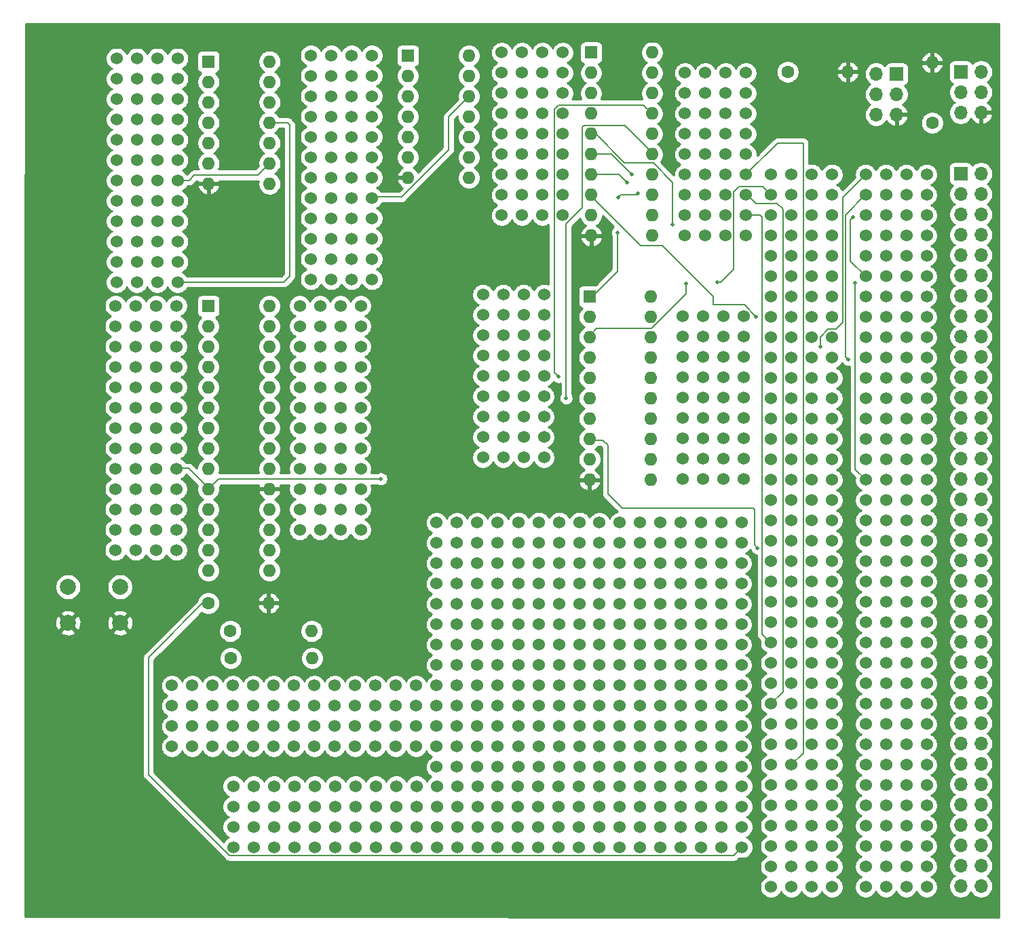
<source format=gbr>
%TF.GenerationSoftware,KiCad,Pcbnew,(5.1.8)-1*%
%TF.CreationDate,2021-01-08T14:24:18-05:00*%
%TF.ProjectId,z80logic,7a38306c-6f67-4696-932e-6b696361645f,1*%
%TF.SameCoordinates,Original*%
%TF.FileFunction,Copper,L1,Top*%
%TF.FilePolarity,Positive*%
%FSLAX46Y46*%
G04 Gerber Fmt 4.6, Leading zero omitted, Abs format (unit mm)*
G04 Created by KiCad (PCBNEW (5.1.8)-1) date 2021-01-08 14:24:18*
%MOMM*%
%LPD*%
G01*
G04 APERTURE LIST*
%TA.AperFunction,ComponentPad*%
%ADD10C,1.524000*%
%TD*%
%TA.AperFunction,ComponentPad*%
%ADD11O,1.700000X1.700000*%
%TD*%
%TA.AperFunction,ComponentPad*%
%ADD12R,1.700000X1.700000*%
%TD*%
%TA.AperFunction,ComponentPad*%
%ADD13O,1.600000X1.600000*%
%TD*%
%TA.AperFunction,ComponentPad*%
%ADD14R,1.600000X1.600000*%
%TD*%
%TA.AperFunction,ComponentPad*%
%ADD15C,1.600000*%
%TD*%
%TA.AperFunction,ComponentPad*%
%ADD16C,2.000000*%
%TD*%
%TA.AperFunction,ViaPad*%
%ADD17C,0.508000*%
%TD*%
%TA.AperFunction,Conductor*%
%ADD18C,0.203200*%
%TD*%
%TA.AperFunction,Conductor*%
%ADD19C,0.254000*%
%TD*%
%TA.AperFunction,Conductor*%
%ADD20C,0.100000*%
%TD*%
G04 APERTURE END LIST*
D10*
%TO.P,C20,52*%
%TO.N,Net-(C20-Pad52)*%
X135509000Y-111252000D03*
%TO.P,C20,51*%
%TO.N,Net-(C20-Pad51)*%
X135509000Y-108712000D03*
%TO.P,C20,50*%
%TO.N,Net-(C20-Pad50)*%
X135509000Y-106172000D03*
%TO.P,C20,49*%
%TO.N,Net-(C20-Pad49)*%
X135509000Y-103632000D03*
%TO.P,C20,48*%
%TO.N,Net-(C20-Pad48)*%
X138049000Y-111252000D03*
%TO.P,C20,47*%
%TO.N,Net-(C20-Pad47)*%
X138049000Y-108712000D03*
%TO.P,C20,46*%
%TO.N,Net-(C20-Pad46)*%
X138049000Y-106172000D03*
%TO.P,C20,45*%
%TO.N,Net-(C20-Pad45)*%
X138049000Y-103632000D03*
%TO.P,C20,44*%
%TO.N,Net-(C20-Pad44)*%
X140589000Y-111252000D03*
%TO.P,C20,43*%
%TO.N,Net-(C20-Pad43)*%
X140589000Y-108712000D03*
%TO.P,C20,42*%
%TO.N,Net-(C20-Pad42)*%
X140589000Y-106172000D03*
%TO.P,C20,41*%
%TO.N,Net-(C20-Pad41)*%
X140589000Y-103632000D03*
%TO.P,C20,40*%
%TO.N,Net-(C20-Pad40)*%
X143129000Y-111252000D03*
%TO.P,C20,39*%
%TO.N,Net-(C20-Pad39)*%
X143129000Y-108712000D03*
%TO.P,C20,38*%
%TO.N,Net-(C20-Pad38)*%
X143129000Y-106172000D03*
%TO.P,C20,37*%
%TO.N,Net-(C20-Pad37)*%
X143129000Y-103632000D03*
%TO.P,C20,36*%
%TO.N,Net-(C20-Pad36)*%
X145669000Y-111252000D03*
%TO.P,C20,35*%
%TO.N,Net-(C20-Pad35)*%
X145669000Y-108712000D03*
%TO.P,C20,34*%
%TO.N,Net-(C20-Pad34)*%
X145669000Y-106172000D03*
%TO.P,C20,33*%
%TO.N,Net-(C20-Pad33)*%
X145669000Y-103632000D03*
%TO.P,C20,32*%
%TO.N,Net-(C20-Pad32)*%
X148209000Y-111252000D03*
%TO.P,C20,31*%
%TO.N,Net-(C20-Pad31)*%
X148209000Y-108712000D03*
%TO.P,C20,30*%
%TO.N,Net-(C20-Pad30)*%
X148209000Y-106172000D03*
%TO.P,C20,29*%
%TO.N,Net-(C20-Pad29)*%
X148209000Y-103632000D03*
%TO.P,C20,28*%
%TO.N,Net-(C20-Pad28)*%
X150749000Y-111252000D03*
%TO.P,C20,27*%
%TO.N,Net-(C20-Pad27)*%
X150749000Y-108712000D03*
%TO.P,C20,26*%
%TO.N,Net-(C20-Pad26)*%
X150749000Y-106172000D03*
%TO.P,C20,25*%
%TO.N,Net-(C20-Pad25)*%
X150749000Y-103632000D03*
%TO.P,C20,24*%
%TO.N,Net-(C20-Pad24)*%
X153289000Y-111252000D03*
%TO.P,C20,23*%
%TO.N,Net-(C20-Pad23)*%
X153289000Y-108712000D03*
%TO.P,C20,22*%
%TO.N,Net-(C20-Pad22)*%
X153289000Y-106172000D03*
%TO.P,C20,21*%
%TO.N,Net-(C20-Pad21)*%
X153289000Y-103632000D03*
%TO.P,C20,20*%
%TO.N,Net-(C20-Pad20)*%
X155829000Y-111252000D03*
%TO.P,C20,19*%
%TO.N,Net-(C20-Pad19)*%
X155829000Y-108712000D03*
%TO.P,C20,18*%
%TO.N,Net-(C20-Pad18)*%
X155829000Y-106172000D03*
%TO.P,C20,17*%
%TO.N,Net-(C20-Pad17)*%
X155829000Y-103632000D03*
%TO.P,C20,16*%
%TO.N,Net-(C20-Pad16)*%
X158369000Y-111252000D03*
%TO.P,C20,15*%
%TO.N,Net-(C20-Pad15)*%
X158369000Y-108712000D03*
%TO.P,C20,14*%
%TO.N,Net-(C20-Pad14)*%
X158369000Y-106172000D03*
%TO.P,C20,13*%
%TO.N,Net-(C20-Pad13)*%
X158369000Y-103632000D03*
%TO.P,C20,12*%
%TO.N,Net-(C20-Pad12)*%
X160909000Y-111252000D03*
%TO.P,C20,11*%
%TO.N,Net-(C20-Pad11)*%
X160909000Y-108712000D03*
%TO.P,C20,10*%
%TO.N,Net-(C20-Pad10)*%
X160909000Y-106172000D03*
%TO.P,C20,9*%
%TO.N,Net-(C20-Pad9)*%
X160909000Y-103632000D03*
%TO.P,C20,8*%
%TO.N,Net-(C20-Pad8)*%
X163449000Y-111252000D03*
%TO.P,C20,7*%
%TO.N,Net-(C20-Pad7)*%
X163449000Y-108712000D03*
%TO.P,C20,6*%
%TO.N,Net-(C20-Pad6)*%
X163449000Y-106172000D03*
%TO.P,C20,5*%
%TO.N,Net-(C20-Pad5)*%
X163449000Y-103632000D03*
%TO.P,C20,4*%
%TO.N,Net-(C20-Pad4)*%
X165989000Y-111252000D03*
%TO.P,C20,3*%
%TO.N,Net-(C20-Pad3)*%
X165989000Y-108712000D03*
%TO.P,C20,2*%
%TO.N,Net-(C20-Pad2)*%
X165989000Y-106172000D03*
%TO.P,C20,1*%
%TO.N,Net-(C20-Pad1)*%
X165989000Y-103632000D03*
%TD*%
%TO.P,C19,52*%
%TO.N,Net-(C19-Pad52)*%
X173672500Y-116205000D03*
%TO.P,C19,51*%
%TO.N,Net-(C19-Pad51)*%
X173672500Y-118745000D03*
%TO.P,C19,50*%
%TO.N,Net-(C19-Pad50)*%
X173672500Y-121285000D03*
%TO.P,C19,49*%
%TO.N,Net-(C19-Pad49)*%
X173672500Y-123825000D03*
%TO.P,C19,48*%
%TO.N,Net-(C19-Pad48)*%
X171132500Y-116205000D03*
%TO.P,C19,47*%
%TO.N,Net-(C19-Pad47)*%
X171132500Y-118745000D03*
%TO.P,C19,46*%
%TO.N,Net-(C19-Pad46)*%
X171132500Y-121285000D03*
%TO.P,C19,45*%
%TO.N,Net-(C19-Pad45)*%
X171132500Y-123825000D03*
%TO.P,C19,44*%
%TO.N,Net-(C19-Pad44)*%
X168592500Y-116205000D03*
%TO.P,C19,43*%
%TO.N,Net-(C19-Pad43)*%
X168592500Y-118745000D03*
%TO.P,C19,42*%
%TO.N,Net-(C19-Pad42)*%
X168592500Y-121285000D03*
%TO.P,C19,41*%
%TO.N,Net-(C19-Pad41)*%
X168592500Y-123825000D03*
%TO.P,C19,40*%
%TO.N,Net-(C19-Pad40)*%
X166052500Y-116205000D03*
%TO.P,C19,39*%
%TO.N,Net-(C19-Pad39)*%
X166052500Y-118745000D03*
%TO.P,C19,38*%
%TO.N,Net-(C19-Pad38)*%
X166052500Y-121285000D03*
%TO.P,C19,37*%
%TO.N,Net-(C19-Pad37)*%
X166052500Y-123825000D03*
%TO.P,C19,36*%
%TO.N,Net-(C19-Pad36)*%
X163512500Y-116205000D03*
%TO.P,C19,35*%
%TO.N,Net-(C19-Pad35)*%
X163512500Y-118745000D03*
%TO.P,C19,34*%
%TO.N,Net-(C19-Pad34)*%
X163512500Y-121285000D03*
%TO.P,C19,33*%
%TO.N,Net-(C19-Pad33)*%
X163512500Y-123825000D03*
%TO.P,C19,32*%
%TO.N,Net-(C19-Pad32)*%
X160972500Y-116205000D03*
%TO.P,C19,31*%
%TO.N,Net-(C19-Pad31)*%
X160972500Y-118745000D03*
%TO.P,C19,30*%
%TO.N,Net-(C19-Pad30)*%
X160972500Y-121285000D03*
%TO.P,C19,29*%
%TO.N,Net-(C19-Pad29)*%
X160972500Y-123825000D03*
%TO.P,C19,28*%
%TO.N,Net-(C19-Pad28)*%
X158432500Y-116205000D03*
%TO.P,C19,27*%
%TO.N,Net-(C19-Pad27)*%
X158432500Y-118745000D03*
%TO.P,C19,26*%
%TO.N,Net-(C19-Pad26)*%
X158432500Y-121285000D03*
%TO.P,C19,25*%
%TO.N,Net-(C19-Pad25)*%
X158432500Y-123825000D03*
%TO.P,C19,24*%
%TO.N,Net-(C19-Pad24)*%
X155892500Y-116205000D03*
%TO.P,C19,23*%
%TO.N,Net-(C19-Pad23)*%
X155892500Y-118745000D03*
%TO.P,C19,22*%
%TO.N,Net-(C19-Pad22)*%
X155892500Y-121285000D03*
%TO.P,C19,21*%
%TO.N,Net-(C19-Pad21)*%
X155892500Y-123825000D03*
%TO.P,C19,20*%
%TO.N,Net-(C19-Pad20)*%
X153352500Y-116205000D03*
%TO.P,C19,19*%
%TO.N,Net-(C19-Pad19)*%
X153352500Y-118745000D03*
%TO.P,C19,18*%
%TO.N,Net-(C19-Pad18)*%
X153352500Y-121285000D03*
%TO.P,C19,17*%
%TO.N,Net-(C19-Pad17)*%
X153352500Y-123825000D03*
%TO.P,C19,16*%
%TO.N,Net-(C19-Pad16)*%
X150812500Y-116205000D03*
%TO.P,C19,15*%
%TO.N,Net-(C19-Pad15)*%
X150812500Y-118745000D03*
%TO.P,C19,14*%
%TO.N,Net-(C19-Pad14)*%
X150812500Y-121285000D03*
%TO.P,C19,13*%
%TO.N,Net-(C19-Pad13)*%
X150812500Y-123825000D03*
%TO.P,C19,12*%
%TO.N,Net-(C19-Pad12)*%
X148272500Y-116205000D03*
%TO.P,C19,11*%
%TO.N,Net-(C19-Pad11)*%
X148272500Y-118745000D03*
%TO.P,C19,10*%
%TO.N,Net-(C19-Pad10)*%
X148272500Y-121285000D03*
%TO.P,C19,9*%
%TO.N,Net-(C19-Pad9)*%
X148272500Y-123825000D03*
%TO.P,C19,8*%
%TO.N,Net-(C19-Pad8)*%
X145732500Y-116205000D03*
%TO.P,C19,7*%
%TO.N,Net-(C19-Pad7)*%
X145732500Y-118745000D03*
%TO.P,C19,6*%
%TO.N,Net-(C19-Pad6)*%
X145732500Y-121285000D03*
%TO.P,C19,5*%
%TO.N,Net-(C19-Pad5)*%
X145732500Y-123825000D03*
%TO.P,C19,4*%
%TO.N,Net-(C19-Pad4)*%
X143192500Y-116205000D03*
%TO.P,C19,3*%
%TO.N,Net-(C19-Pad3)*%
X143192500Y-118745000D03*
%TO.P,C19,2*%
%TO.N,Net-(C19-Pad2)*%
X143192500Y-121285000D03*
%TO.P,C19,1*%
%TO.N,Net-(C19-Pad1)*%
X143192500Y-123825000D03*
%TD*%
%TO.P,C18,52*%
%TO.N,Net-(C18-Pad52)*%
X176149000Y-113792000D03*
%TO.P,C18,51*%
%TO.N,Net-(C18-Pad51)*%
X173609000Y-113792000D03*
%TO.P,C18,50*%
%TO.N,Net-(C18-Pad50)*%
X171069000Y-113792000D03*
%TO.P,C18,49*%
%TO.N,Net-(C18-Pad49)*%
X168529000Y-113792000D03*
%TO.P,C18,48*%
%TO.N,Net-(C18-Pad48)*%
X176149000Y-111252000D03*
%TO.P,C18,47*%
%TO.N,Net-(C18-Pad47)*%
X173609000Y-111252000D03*
%TO.P,C18,46*%
%TO.N,Net-(C18-Pad46)*%
X171069000Y-111252000D03*
%TO.P,C18,45*%
%TO.N,Net-(C18-Pad45)*%
X168529000Y-111252000D03*
%TO.P,C18,44*%
%TO.N,Net-(C18-Pad44)*%
X176149000Y-108712000D03*
%TO.P,C18,43*%
%TO.N,Net-(C18-Pad43)*%
X173609000Y-108712000D03*
%TO.P,C18,42*%
%TO.N,Net-(C18-Pad42)*%
X171069000Y-108712000D03*
%TO.P,C18,41*%
%TO.N,Net-(C18-Pad41)*%
X168529000Y-108712000D03*
%TO.P,C18,40*%
%TO.N,Net-(C18-Pad40)*%
X176149000Y-106172000D03*
%TO.P,C18,39*%
%TO.N,Net-(C18-Pad39)*%
X173609000Y-106172000D03*
%TO.P,C18,38*%
%TO.N,Net-(C18-Pad38)*%
X171069000Y-106172000D03*
%TO.P,C18,37*%
%TO.N,Net-(C18-Pad37)*%
X168529000Y-106172000D03*
%TO.P,C18,36*%
%TO.N,Net-(C18-Pad36)*%
X176149000Y-103632000D03*
%TO.P,C18,35*%
%TO.N,Net-(C18-Pad35)*%
X173609000Y-103632000D03*
%TO.P,C18,34*%
%TO.N,Net-(C18-Pad34)*%
X171069000Y-103632000D03*
%TO.P,C18,33*%
%TO.N,Net-(C18-Pad33)*%
X168529000Y-103632000D03*
%TO.P,C18,32*%
%TO.N,Net-(C18-Pad32)*%
X176149000Y-101092000D03*
%TO.P,C18,31*%
%TO.N,Net-(C18-Pad31)*%
X173609000Y-101092000D03*
%TO.P,C18,30*%
%TO.N,Net-(C18-Pad30)*%
X171069000Y-101092000D03*
%TO.P,C18,29*%
%TO.N,Net-(C18-Pad29)*%
X168529000Y-101092000D03*
%TO.P,C18,28*%
%TO.N,Net-(C18-Pad28)*%
X176149000Y-98552000D03*
%TO.P,C18,27*%
%TO.N,Net-(C18-Pad27)*%
X173609000Y-98552000D03*
%TO.P,C18,26*%
%TO.N,Net-(C18-Pad26)*%
X171069000Y-98552000D03*
%TO.P,C18,25*%
%TO.N,Net-(C18-Pad25)*%
X168529000Y-98552000D03*
%TO.P,C18,24*%
%TO.N,Net-(C18-Pad24)*%
X176149000Y-96012000D03*
%TO.P,C18,23*%
%TO.N,Net-(C18-Pad23)*%
X173609000Y-96012000D03*
%TO.P,C18,22*%
%TO.N,Net-(C18-Pad22)*%
X171069000Y-96012000D03*
%TO.P,C18,21*%
%TO.N,Net-(C18-Pad21)*%
X168529000Y-96012000D03*
%TO.P,C18,20*%
%TO.N,Net-(C18-Pad20)*%
X176149000Y-93472000D03*
%TO.P,C18,19*%
%TO.N,Net-(C18-Pad19)*%
X173609000Y-93472000D03*
%TO.P,C18,18*%
%TO.N,Net-(C18-Pad18)*%
X171069000Y-93472000D03*
%TO.P,C18,17*%
%TO.N,Net-(C18-Pad17)*%
X168529000Y-93472000D03*
%TO.P,C18,16*%
%TO.N,Net-(C18-Pad16)*%
X176149000Y-90932000D03*
%TO.P,C18,15*%
%TO.N,Net-(C18-Pad15)*%
X173609000Y-90932000D03*
%TO.P,C18,14*%
%TO.N,Net-(C18-Pad14)*%
X171069000Y-90932000D03*
%TO.P,C18,13*%
%TO.N,Net-(C18-Pad13)*%
X168529000Y-90932000D03*
%TO.P,C18,12*%
%TO.N,Net-(C18-Pad12)*%
X176149000Y-88392000D03*
%TO.P,C18,11*%
%TO.N,Net-(C18-Pad11)*%
X173609000Y-88392000D03*
%TO.P,C18,10*%
%TO.N,Net-(C18-Pad10)*%
X171069000Y-88392000D03*
%TO.P,C18,9*%
%TO.N,Net-(C18-Pad9)*%
X168529000Y-88392000D03*
%TO.P,C18,8*%
%TO.N,Net-(C18-Pad8)*%
X176149000Y-85852000D03*
%TO.P,C18,7*%
%TO.N,Net-(C18-Pad7)*%
X173609000Y-85852000D03*
%TO.P,C18,6*%
%TO.N,Net-(C18-Pad6)*%
X171069000Y-85852000D03*
%TO.P,C18,5*%
%TO.N,Net-(C18-Pad5)*%
X168529000Y-85852000D03*
%TO.P,C18,4*%
%TO.N,Net-(C18-Pad4)*%
X176149000Y-83312000D03*
%TO.P,C18,3*%
%TO.N,Net-(C18-Pad3)*%
X173609000Y-83312000D03*
%TO.P,C18,2*%
%TO.N,Net-(C18-Pad2)*%
X171069000Y-83312000D03*
%TO.P,C18,1*%
%TO.N,Net-(C18-Pad1)*%
X168529000Y-83312000D03*
%TD*%
%TO.P,C17,52*%
%TO.N,/VCC5*%
X206629000Y-116205000D03*
%TO.P,C17,51*%
X206629000Y-118745000D03*
%TO.P,C17,50*%
X206629000Y-121285000D03*
%TO.P,C17,49*%
X206629000Y-123825000D03*
%TO.P,C17,48*%
%TO.N,Net-(C17-Pad48)*%
X204089000Y-116205000D03*
%TO.P,C17,47*%
%TO.N,Net-(C17-Pad47)*%
X204089000Y-118745000D03*
%TO.P,C17,46*%
%TO.N,Net-(C17-Pad46)*%
X204089000Y-121285000D03*
%TO.P,C17,45*%
%TO.N,Net-(C17-Pad45)*%
X204089000Y-123825000D03*
%TO.P,C17,44*%
%TO.N,Net-(C17-Pad44)*%
X201549000Y-116205000D03*
%TO.P,C17,43*%
%TO.N,Net-(C17-Pad43)*%
X201549000Y-118745000D03*
%TO.P,C17,42*%
%TO.N,Net-(C17-Pad42)*%
X201549000Y-121285000D03*
%TO.P,C17,41*%
%TO.N,Net-(C17-Pad41)*%
X201549000Y-123825000D03*
%TO.P,C17,40*%
%TO.N,Net-(C17-Pad40)*%
X199009000Y-116205000D03*
%TO.P,C17,39*%
%TO.N,Net-(C17-Pad39)*%
X199009000Y-118745000D03*
%TO.P,C17,38*%
%TO.N,Net-(C17-Pad38)*%
X199009000Y-121285000D03*
%TO.P,C17,37*%
%TO.N,Net-(C17-Pad37)*%
X199009000Y-123825000D03*
%TO.P,C17,36*%
%TO.N,Net-(C17-Pad36)*%
X196469000Y-116205000D03*
%TO.P,C17,35*%
%TO.N,Net-(C17-Pad35)*%
X196469000Y-118745000D03*
%TO.P,C17,34*%
%TO.N,Net-(C17-Pad34)*%
X196469000Y-121285000D03*
%TO.P,C17,33*%
%TO.N,Net-(C17-Pad33)*%
X196469000Y-123825000D03*
%TO.P,C17,32*%
%TO.N,Net-(C17-Pad32)*%
X193929000Y-116205000D03*
%TO.P,C17,31*%
%TO.N,Net-(C17-Pad31)*%
X193929000Y-118745000D03*
%TO.P,C17,30*%
%TO.N,Net-(C17-Pad30)*%
X193929000Y-121285000D03*
%TO.P,C17,29*%
%TO.N,Net-(C17-Pad29)*%
X193929000Y-123825000D03*
%TO.P,C17,28*%
%TO.N,Net-(C17-Pad28)*%
X191389000Y-116205000D03*
%TO.P,C17,27*%
%TO.N,Net-(C17-Pad27)*%
X191389000Y-118745000D03*
%TO.P,C17,26*%
%TO.N,Net-(C17-Pad26)*%
X191389000Y-121285000D03*
%TO.P,C17,25*%
%TO.N,Net-(C17-Pad25)*%
X191389000Y-123825000D03*
%TO.P,C17,24*%
%TO.N,Net-(C17-Pad24)*%
X188849000Y-116205000D03*
%TO.P,C17,23*%
%TO.N,Net-(C17-Pad23)*%
X188849000Y-118745000D03*
%TO.P,C17,22*%
%TO.N,Net-(C17-Pad22)*%
X188849000Y-121285000D03*
%TO.P,C17,21*%
%TO.N,Net-(C17-Pad21)*%
X188849000Y-123825000D03*
%TO.P,C17,20*%
%TO.N,Net-(C17-Pad20)*%
X186309000Y-116205000D03*
%TO.P,C17,19*%
%TO.N,Net-(C17-Pad19)*%
X186309000Y-118745000D03*
%TO.P,C17,18*%
%TO.N,Net-(C17-Pad18)*%
X186309000Y-121285000D03*
%TO.P,C17,17*%
%TO.N,Net-(C17-Pad17)*%
X186309000Y-123825000D03*
%TO.P,C17,16*%
%TO.N,Net-(C17-Pad16)*%
X183769000Y-116205000D03*
%TO.P,C17,15*%
%TO.N,Net-(C17-Pad15)*%
X183769000Y-118745000D03*
%TO.P,C17,14*%
%TO.N,Net-(C17-Pad14)*%
X183769000Y-121285000D03*
%TO.P,C17,13*%
%TO.N,Net-(C17-Pad13)*%
X183769000Y-123825000D03*
%TO.P,C17,12*%
%TO.N,Net-(C17-Pad12)*%
X181229000Y-116205000D03*
%TO.P,C17,11*%
%TO.N,Net-(C17-Pad11)*%
X181229000Y-118745000D03*
%TO.P,C17,10*%
%TO.N,Net-(C17-Pad10)*%
X181229000Y-121285000D03*
%TO.P,C17,9*%
%TO.N,Net-(C17-Pad9)*%
X181229000Y-123825000D03*
%TO.P,C17,8*%
%TO.N,Net-(C17-Pad8)*%
X178689000Y-116205000D03*
%TO.P,C17,7*%
%TO.N,Net-(C17-Pad7)*%
X178689000Y-118745000D03*
%TO.P,C17,6*%
%TO.N,Net-(C17-Pad6)*%
X178689000Y-121285000D03*
%TO.P,C17,5*%
%TO.N,Net-(C17-Pad5)*%
X178689000Y-123825000D03*
%TO.P,C17,4*%
%TO.N,Net-(C17-Pad4)*%
X176149000Y-116205000D03*
%TO.P,C17,3*%
%TO.N,Net-(C17-Pad3)*%
X176149000Y-118745000D03*
%TO.P,C17,2*%
%TO.N,Net-(C17-Pad2)*%
X176149000Y-121285000D03*
%TO.P,C17,1*%
%TO.N,Net-(C17-Pad1)*%
X176149000Y-123825000D03*
%TD*%
%TO.P,C16,52*%
%TO.N,Net-(C16-Pad52)*%
X186387740Y-113776760D03*
%TO.P,C16,51*%
%TO.N,Net-(C16-Pad51)*%
X183847740Y-113776760D03*
%TO.P,C16,50*%
%TO.N,Net-(C16-Pad50)*%
X181307740Y-113776760D03*
%TO.P,C16,49*%
%TO.N,Net-(C16-Pad49)*%
X178767740Y-113776760D03*
%TO.P,C16,48*%
%TO.N,Net-(C16-Pad48)*%
X186387740Y-111236760D03*
%TO.P,C16,47*%
%TO.N,Net-(C16-Pad47)*%
X183847740Y-111236760D03*
%TO.P,C16,46*%
%TO.N,Net-(C16-Pad46)*%
X181307740Y-111236760D03*
%TO.P,C16,45*%
%TO.N,Net-(C16-Pad45)*%
X178767740Y-111236760D03*
%TO.P,C16,44*%
%TO.N,Net-(C16-Pad44)*%
X186387740Y-108696760D03*
%TO.P,C16,43*%
%TO.N,Net-(C16-Pad43)*%
X183847740Y-108696760D03*
%TO.P,C16,42*%
%TO.N,Net-(C16-Pad42)*%
X181307740Y-108696760D03*
%TO.P,C16,41*%
%TO.N,Net-(C16-Pad41)*%
X178767740Y-108696760D03*
%TO.P,C16,40*%
%TO.N,Net-(C16-Pad40)*%
X186387740Y-106156760D03*
%TO.P,C16,39*%
%TO.N,Net-(C16-Pad39)*%
X183847740Y-106156760D03*
%TO.P,C16,38*%
%TO.N,Net-(C16-Pad38)*%
X181307740Y-106156760D03*
%TO.P,C16,37*%
%TO.N,Net-(C16-Pad37)*%
X178767740Y-106156760D03*
%TO.P,C16,36*%
%TO.N,Net-(C16-Pad36)*%
X186387740Y-103616760D03*
%TO.P,C16,35*%
%TO.N,Net-(C16-Pad35)*%
X183847740Y-103616760D03*
%TO.P,C16,34*%
%TO.N,Net-(C16-Pad34)*%
X181307740Y-103616760D03*
%TO.P,C16,33*%
%TO.N,Net-(C16-Pad33)*%
X178767740Y-103616760D03*
%TO.P,C16,32*%
%TO.N,Net-(C16-Pad32)*%
X186387740Y-101076760D03*
%TO.P,C16,31*%
%TO.N,Net-(C16-Pad31)*%
X183847740Y-101076760D03*
%TO.P,C16,30*%
%TO.N,Net-(C16-Pad30)*%
X181307740Y-101076760D03*
%TO.P,C16,29*%
%TO.N,Net-(C16-Pad29)*%
X178767740Y-101076760D03*
%TO.P,C16,28*%
%TO.N,Net-(C16-Pad28)*%
X186387740Y-98536760D03*
%TO.P,C16,27*%
%TO.N,Net-(C16-Pad27)*%
X183847740Y-98536760D03*
%TO.P,C16,26*%
%TO.N,Net-(C16-Pad26)*%
X181307740Y-98536760D03*
%TO.P,C16,25*%
%TO.N,Net-(C16-Pad25)*%
X178767740Y-98536760D03*
%TO.P,C16,24*%
%TO.N,Net-(C16-Pad24)*%
X186387740Y-95996760D03*
%TO.P,C16,23*%
%TO.N,Net-(C16-Pad23)*%
X183847740Y-95996760D03*
%TO.P,C16,22*%
%TO.N,Net-(C16-Pad22)*%
X181307740Y-95996760D03*
%TO.P,C16,21*%
%TO.N,Net-(C16-Pad21)*%
X178767740Y-95996760D03*
%TO.P,C16,20*%
%TO.N,Net-(C16-Pad20)*%
X186387740Y-93456760D03*
%TO.P,C16,19*%
%TO.N,Net-(C16-Pad19)*%
X183847740Y-93456760D03*
%TO.P,C16,18*%
%TO.N,Net-(C16-Pad18)*%
X181307740Y-93456760D03*
%TO.P,C16,17*%
%TO.N,Net-(C16-Pad17)*%
X178767740Y-93456760D03*
%TO.P,C16,16*%
%TO.N,Net-(C16-Pad16)*%
X186387740Y-90916760D03*
%TO.P,C16,15*%
%TO.N,Net-(C16-Pad15)*%
X183847740Y-90916760D03*
%TO.P,C16,14*%
%TO.N,Net-(C16-Pad14)*%
X181307740Y-90916760D03*
%TO.P,C16,13*%
%TO.N,Net-(C16-Pad13)*%
X178767740Y-90916760D03*
%TO.P,C16,12*%
%TO.N,Net-(C16-Pad12)*%
X186387740Y-88376760D03*
%TO.P,C16,11*%
%TO.N,Net-(C16-Pad11)*%
X183847740Y-88376760D03*
%TO.P,C16,10*%
%TO.N,Net-(C16-Pad10)*%
X181307740Y-88376760D03*
%TO.P,C16,9*%
%TO.N,Net-(C16-Pad9)*%
X178767740Y-88376760D03*
%TO.P,C16,8*%
%TO.N,Net-(C16-Pad8)*%
X186387740Y-85836760D03*
%TO.P,C16,7*%
%TO.N,Net-(C16-Pad7)*%
X183847740Y-85836760D03*
%TO.P,C16,6*%
%TO.N,Net-(C16-Pad6)*%
X181307740Y-85836760D03*
%TO.P,C16,5*%
%TO.N,Net-(C16-Pad5)*%
X178767740Y-85836760D03*
%TO.P,C16,4*%
%TO.N,Net-(C16-Pad4)*%
X186387740Y-83296760D03*
%TO.P,C16,3*%
%TO.N,Net-(C16-Pad3)*%
X183847740Y-83296760D03*
%TO.P,C16,2*%
%TO.N,Net-(C16-Pad2)*%
X181307740Y-83296760D03*
%TO.P,C16,1*%
%TO.N,Net-(C16-Pad1)*%
X178767740Y-83296760D03*
%TD*%
%TO.P,C15,52*%
%TO.N,Net-(C15-Pad52)*%
X196469000Y-113792000D03*
%TO.P,C15,51*%
%TO.N,Net-(C15-Pad51)*%
X193929000Y-113792000D03*
%TO.P,C15,50*%
%TO.N,Net-(C15-Pad50)*%
X191389000Y-113792000D03*
%TO.P,C15,49*%
%TO.N,Net-(C15-Pad49)*%
X188849000Y-113792000D03*
%TO.P,C15,48*%
%TO.N,Net-(C15-Pad48)*%
X196469000Y-111252000D03*
%TO.P,C15,47*%
%TO.N,Net-(C15-Pad47)*%
X193929000Y-111252000D03*
%TO.P,C15,46*%
%TO.N,Net-(C15-Pad46)*%
X191389000Y-111252000D03*
%TO.P,C15,45*%
%TO.N,Net-(C15-Pad45)*%
X188849000Y-111252000D03*
%TO.P,C15,44*%
%TO.N,Net-(C15-Pad44)*%
X196469000Y-108712000D03*
%TO.P,C15,43*%
%TO.N,Net-(C15-Pad43)*%
X193929000Y-108712000D03*
%TO.P,C15,42*%
%TO.N,Net-(C15-Pad42)*%
X191389000Y-108712000D03*
%TO.P,C15,41*%
%TO.N,Net-(C15-Pad41)*%
X188849000Y-108712000D03*
%TO.P,C15,40*%
%TO.N,Net-(C15-Pad40)*%
X196469000Y-106172000D03*
%TO.P,C15,39*%
%TO.N,Net-(C15-Pad39)*%
X193929000Y-106172000D03*
%TO.P,C15,38*%
%TO.N,Net-(C15-Pad38)*%
X191389000Y-106172000D03*
%TO.P,C15,37*%
%TO.N,Net-(C15-Pad37)*%
X188849000Y-106172000D03*
%TO.P,C15,36*%
%TO.N,Net-(C15-Pad36)*%
X196469000Y-103632000D03*
%TO.P,C15,35*%
%TO.N,Net-(C15-Pad35)*%
X193929000Y-103632000D03*
%TO.P,C15,34*%
%TO.N,Net-(C15-Pad34)*%
X191389000Y-103632000D03*
%TO.P,C15,33*%
%TO.N,Net-(C15-Pad33)*%
X188849000Y-103632000D03*
%TO.P,C15,32*%
%TO.N,Net-(C15-Pad32)*%
X196469000Y-101092000D03*
%TO.P,C15,31*%
%TO.N,Net-(C15-Pad31)*%
X193929000Y-101092000D03*
%TO.P,C15,30*%
%TO.N,Net-(C15-Pad30)*%
X191389000Y-101092000D03*
%TO.P,C15,29*%
%TO.N,Net-(C15-Pad29)*%
X188849000Y-101092000D03*
%TO.P,C15,28*%
%TO.N,Net-(C15-Pad28)*%
X196469000Y-98552000D03*
%TO.P,C15,27*%
%TO.N,Net-(C15-Pad27)*%
X193929000Y-98552000D03*
%TO.P,C15,26*%
%TO.N,Net-(C15-Pad26)*%
X191389000Y-98552000D03*
%TO.P,C15,25*%
%TO.N,Net-(C15-Pad25)*%
X188849000Y-98552000D03*
%TO.P,C15,24*%
%TO.N,Net-(C15-Pad24)*%
X196469000Y-96012000D03*
%TO.P,C15,23*%
%TO.N,Net-(C15-Pad23)*%
X193929000Y-96012000D03*
%TO.P,C15,22*%
%TO.N,Net-(C15-Pad22)*%
X191389000Y-96012000D03*
%TO.P,C15,21*%
%TO.N,Net-(C15-Pad21)*%
X188849000Y-96012000D03*
%TO.P,C15,20*%
%TO.N,Net-(C15-Pad20)*%
X196469000Y-93472000D03*
%TO.P,C15,19*%
%TO.N,Net-(C15-Pad19)*%
X193929000Y-93472000D03*
%TO.P,C15,18*%
%TO.N,Net-(C15-Pad18)*%
X191389000Y-93472000D03*
%TO.P,C15,17*%
%TO.N,Net-(C15-Pad17)*%
X188849000Y-93472000D03*
%TO.P,C15,16*%
%TO.N,Net-(C15-Pad16)*%
X196469000Y-90932000D03*
%TO.P,C15,15*%
%TO.N,Net-(C15-Pad15)*%
X193929000Y-90932000D03*
%TO.P,C15,14*%
%TO.N,Net-(C15-Pad14)*%
X191389000Y-90932000D03*
%TO.P,C15,13*%
%TO.N,Net-(C15-Pad13)*%
X188849000Y-90932000D03*
%TO.P,C15,12*%
%TO.N,Net-(C15-Pad12)*%
X196469000Y-88392000D03*
%TO.P,C15,11*%
%TO.N,Net-(C15-Pad11)*%
X193929000Y-88392000D03*
%TO.P,C15,10*%
%TO.N,Net-(C15-Pad10)*%
X191389000Y-88392000D03*
%TO.P,C15,9*%
%TO.N,Net-(C15-Pad9)*%
X188849000Y-88392000D03*
%TO.P,C15,8*%
%TO.N,Net-(C15-Pad8)*%
X196469000Y-85852000D03*
%TO.P,C15,7*%
%TO.N,Net-(C15-Pad7)*%
X193929000Y-85852000D03*
%TO.P,C15,6*%
%TO.N,Net-(C15-Pad6)*%
X191389000Y-85852000D03*
%TO.P,C15,5*%
%TO.N,Net-(C15-Pad5)*%
X188849000Y-85852000D03*
%TO.P,C15,4*%
%TO.N,Net-(C15-Pad4)*%
X196469000Y-83312000D03*
%TO.P,C15,3*%
%TO.N,Net-(C15-Pad3)*%
X193929000Y-83312000D03*
%TO.P,C15,2*%
%TO.N,Net-(C15-Pad2)*%
X191389000Y-83312000D03*
%TO.P,C15,1*%
%TO.N,Net-(C15-Pad1)*%
X188849000Y-83312000D03*
%TD*%
%TO.P,C14,52*%
%TO.N,/VCC5*%
X206580740Y-113776760D03*
%TO.P,C14,51*%
%TO.N,Net-(C14-Pad51)*%
X204040740Y-113776760D03*
%TO.P,C14,50*%
%TO.N,Net-(C14-Pad50)*%
X201500740Y-113776760D03*
%TO.P,C14,49*%
%TO.N,Net-(C14-Pad49)*%
X198960740Y-113776760D03*
%TO.P,C14,48*%
%TO.N,/VCC5*%
X206580740Y-111236760D03*
%TO.P,C14,47*%
%TO.N,Net-(C14-Pad47)*%
X204040740Y-111236760D03*
%TO.P,C14,46*%
%TO.N,Net-(C14-Pad46)*%
X201500740Y-111236760D03*
%TO.P,C14,45*%
%TO.N,Net-(C14-Pad45)*%
X198960740Y-111236760D03*
%TO.P,C14,44*%
%TO.N,/VCC5*%
X206580740Y-108696760D03*
%TO.P,C14,43*%
%TO.N,Net-(C14-Pad43)*%
X204040740Y-108696760D03*
%TO.P,C14,42*%
%TO.N,Net-(C14-Pad42)*%
X201500740Y-108696760D03*
%TO.P,C14,41*%
%TO.N,Net-(C14-Pad41)*%
X198960740Y-108696760D03*
%TO.P,C14,40*%
%TO.N,/VCC5*%
X206580740Y-106156760D03*
%TO.P,C14,39*%
%TO.N,Net-(C14-Pad39)*%
X204040740Y-106156760D03*
%TO.P,C14,38*%
%TO.N,Net-(C14-Pad38)*%
X201500740Y-106156760D03*
%TO.P,C14,37*%
%TO.N,Net-(C14-Pad37)*%
X198960740Y-106156760D03*
%TO.P,C14,36*%
%TO.N,/VCC5*%
X206580740Y-103616760D03*
%TO.P,C14,35*%
%TO.N,Net-(C14-Pad35)*%
X204040740Y-103616760D03*
%TO.P,C14,34*%
%TO.N,Net-(C14-Pad34)*%
X201500740Y-103616760D03*
%TO.P,C14,33*%
%TO.N,Net-(C14-Pad33)*%
X198960740Y-103616760D03*
%TO.P,C14,32*%
%TO.N,/VCC5*%
X206580740Y-101076760D03*
%TO.P,C14,31*%
%TO.N,Net-(C14-Pad31)*%
X204040740Y-101076760D03*
%TO.P,C14,30*%
%TO.N,Net-(C14-Pad30)*%
X201500740Y-101076760D03*
%TO.P,C14,29*%
%TO.N,Net-(C14-Pad29)*%
X198960740Y-101076760D03*
%TO.P,C14,28*%
%TO.N,/VCC5*%
X206580740Y-98536760D03*
%TO.P,C14,27*%
%TO.N,Net-(C14-Pad27)*%
X204040740Y-98536760D03*
%TO.P,C14,26*%
%TO.N,Net-(C14-Pad26)*%
X201500740Y-98536760D03*
%TO.P,C14,25*%
%TO.N,Net-(C14-Pad25)*%
X198960740Y-98536760D03*
%TO.P,C14,24*%
%TO.N,/VCC5*%
X206580740Y-95996760D03*
%TO.P,C14,23*%
%TO.N,Net-(C14-Pad23)*%
X204040740Y-95996760D03*
%TO.P,C14,22*%
%TO.N,Net-(C14-Pad22)*%
X201500740Y-95996760D03*
%TO.P,C14,21*%
%TO.N,Net-(C14-Pad21)*%
X198960740Y-95996760D03*
%TO.P,C14,20*%
%TO.N,/VCC5*%
X206580740Y-93456760D03*
%TO.P,C14,19*%
%TO.N,Net-(C14-Pad19)*%
X204040740Y-93456760D03*
%TO.P,C14,18*%
%TO.N,Net-(C14-Pad18)*%
X201500740Y-93456760D03*
%TO.P,C14,17*%
%TO.N,Net-(C14-Pad17)*%
X198960740Y-93456760D03*
%TO.P,C14,16*%
%TO.N,/VCC5*%
X206580740Y-90916760D03*
%TO.P,C14,15*%
%TO.N,Net-(C14-Pad15)*%
X204040740Y-90916760D03*
%TO.P,C14,14*%
%TO.N,Net-(C14-Pad14)*%
X201500740Y-90916760D03*
%TO.P,C14,13*%
%TO.N,Net-(C14-Pad13)*%
X198960740Y-90916760D03*
%TO.P,C14,12*%
%TO.N,/VCC5*%
X206580740Y-88376760D03*
%TO.P,C14,11*%
%TO.N,Net-(C14-Pad11)*%
X204040740Y-88376760D03*
%TO.P,C14,10*%
%TO.N,Net-(C14-Pad10)*%
X201500740Y-88376760D03*
%TO.P,C14,9*%
%TO.N,Net-(C14-Pad9)*%
X198960740Y-88376760D03*
%TO.P,C14,8*%
%TO.N,/VCC5*%
X206580740Y-85836760D03*
%TO.P,C14,7*%
%TO.N,Net-(C14-Pad7)*%
X204040740Y-85836760D03*
%TO.P,C14,6*%
%TO.N,Net-(C14-Pad6)*%
X201500740Y-85836760D03*
%TO.P,C14,5*%
%TO.N,Net-(C14-Pad5)*%
X198960740Y-85836760D03*
%TO.P,C14,4*%
%TO.N,/VCC5*%
X206580740Y-83296760D03*
%TO.P,C14,3*%
%TO.N,Net-(C14-Pad3)*%
X204040740Y-83296760D03*
%TO.P,C14,2*%
%TO.N,Net-(C14-Pad2)*%
X201500740Y-83296760D03*
%TO.P,C14,1*%
%TO.N,Net-(C14-Pad1)*%
X198960740Y-83296760D03*
%TD*%
D11*
%TO.P,J3,6*%
%TO.N,/VCC5*%
X223393000Y-32385000D03*
%TO.P,J3,5*%
%TO.N,/GND*%
X225933000Y-32385000D03*
%TO.P,J3,4*%
%TO.N,/POWER3*%
X223393000Y-29845000D03*
%TO.P,J3,3*%
%TO.N,/VCC3*%
X225933000Y-29845000D03*
%TO.P,J3,2*%
%TO.N,/RESET*%
X223393000Y-27305000D03*
D12*
%TO.P,J3,1*%
%TO.N,/POWER2*%
X225933000Y-27305000D03*
%TD*%
D13*
%TO.P,IOPORT1,20*%
%TO.N,/VCC5*%
X195250001Y-55092001D03*
%TO.P,IOPORT1,10*%
%TO.N,/GND*%
X187630001Y-77952001D03*
%TO.P,IOPORT1,19*%
%TO.N,Net-(C13-Pad1)*%
X195250001Y-57632001D03*
%TO.P,IOPORT1,9*%
%TO.N,Net-(C12-Pad33)*%
X187630001Y-75412001D03*
%TO.P,IOPORT1,18*%
%TO.N,Net-(C13-Pad5)*%
X195250001Y-60172001D03*
%TO.P,IOPORT1,8*%
%TO.N,/M1*%
X187630001Y-72872001D03*
%TO.P,IOPORT1,17*%
%TO.N,Net-(C13-Pad10)*%
X195250001Y-62712001D03*
%TO.P,IOPORT1,7*%
%TO.N,Net-(C12-Pad25)*%
X187630001Y-70332001D03*
%TO.P,IOPORT1,16*%
%TO.N,Net-(C13-Pad13)*%
X195250001Y-65252001D03*
%TO.P,IOPORT1,6*%
%TO.N,/RFSH*%
X187630001Y-67792001D03*
%TO.P,IOPORT1,15*%
%TO.N,Net-(C13-Pad17)*%
X195250001Y-67792001D03*
%TO.P,IOPORT1,5*%
%TO.N,/IORQ*%
X187630001Y-65252001D03*
%TO.P,IOPORT1,14*%
%TO.N,Net-(C13-Pad21)*%
X195250001Y-70332001D03*
%TO.P,IOPORT1,4*%
%TO.N,/A3*%
X187630001Y-62712001D03*
%TO.P,IOPORT1,13*%
%TO.N,Net-(C13-Pad25)*%
X195250001Y-72872001D03*
%TO.P,IOPORT1,3*%
%TO.N,/A2*%
X187630001Y-60172001D03*
%TO.P,IOPORT1,12*%
%TO.N,Net-(C13-Pad29)*%
X195250001Y-75412001D03*
%TO.P,IOPORT1,2*%
%TO.N,/A1*%
X187630001Y-57632001D03*
%TO.P,IOPORT1,11*%
%TO.N,Net-(C13-Pad33)*%
X195250001Y-77952001D03*
D14*
%TO.P,IOPORT1,1*%
%TO.N,/A0*%
X187630001Y-55092001D03*
%TD*%
D10*
%TO.P,C13,36*%
%TO.N,Net-(C13-Pad33)*%
X206834740Y-77835760D03*
%TO.P,C13,35*%
X204294740Y-77835760D03*
%TO.P,C13,34*%
X201754740Y-77835760D03*
%TO.P,C13,33*%
X199214740Y-77835760D03*
%TO.P,C13,32*%
%TO.N,Net-(C13-Pad29)*%
X206834740Y-75295760D03*
%TO.P,C13,31*%
X204294740Y-75295760D03*
%TO.P,C13,30*%
X201754740Y-75295760D03*
%TO.P,C13,29*%
X199214740Y-75295760D03*
%TO.P,C13,28*%
%TO.N,Net-(C13-Pad25)*%
X206834740Y-72755760D03*
%TO.P,C13,27*%
X204294740Y-72755760D03*
%TO.P,C13,26*%
X201754740Y-72755760D03*
%TO.P,C13,25*%
X199214740Y-72755760D03*
%TO.P,C13,24*%
%TO.N,Net-(C13-Pad21)*%
X206834740Y-70215760D03*
%TO.P,C13,23*%
X204294740Y-70215760D03*
%TO.P,C13,22*%
X201754740Y-70215760D03*
%TO.P,C13,21*%
X199214740Y-70215760D03*
%TO.P,C13,20*%
%TO.N,Net-(C13-Pad17)*%
X206834740Y-67675760D03*
%TO.P,C13,19*%
X204294740Y-67675760D03*
%TO.P,C13,18*%
X201754740Y-67675760D03*
%TO.P,C13,17*%
X199214740Y-67675760D03*
%TO.P,C13,16*%
%TO.N,Net-(C13-Pad13)*%
X206834740Y-65135760D03*
%TO.P,C13,15*%
X204294740Y-65135760D03*
%TO.P,C13,14*%
X201754740Y-65135760D03*
%TO.P,C13,13*%
X199214740Y-65135760D03*
%TO.P,C13,12*%
%TO.N,Net-(C13-Pad10)*%
X206834740Y-62595760D03*
%TO.P,C13,11*%
X204294740Y-62595760D03*
%TO.P,C13,10*%
X201754740Y-62595760D03*
%TO.P,C13,9*%
X199214740Y-62595760D03*
%TO.P,C13,8*%
%TO.N,Net-(C13-Pad5)*%
X206834740Y-60055760D03*
%TO.P,C13,7*%
X204294740Y-60055760D03*
%TO.P,C13,6*%
X201754740Y-60055760D03*
%TO.P,C13,5*%
X199214740Y-60055760D03*
%TO.P,C13,4*%
%TO.N,Net-(C13-Pad1)*%
X206834740Y-57515760D03*
%TO.P,C13,3*%
X204294740Y-57515760D03*
%TO.P,C13,2*%
X201754740Y-57515760D03*
%TO.P,C13,1*%
X199214740Y-57515760D03*
%TD*%
%TO.P,C12,36*%
%TO.N,Net-(C12-Pad33)*%
X181942740Y-75168760D03*
%TO.P,C12,35*%
X179402740Y-75168760D03*
%TO.P,C12,34*%
X176862740Y-75168760D03*
%TO.P,C12,33*%
X174322740Y-75168760D03*
%TO.P,C12,32*%
%TO.N,/M1*%
X181942740Y-72628760D03*
%TO.P,C12,31*%
X179402740Y-72628760D03*
%TO.P,C12,30*%
X176862740Y-72628760D03*
%TO.P,C12,29*%
X174322740Y-72628760D03*
%TO.P,C12,28*%
%TO.N,Net-(C12-Pad25)*%
X181942740Y-70088760D03*
%TO.P,C12,27*%
X179402740Y-70088760D03*
%TO.P,C12,26*%
X176862740Y-70088760D03*
%TO.P,C12,25*%
X174322740Y-70088760D03*
%TO.P,C12,24*%
%TO.N,/RFSH*%
X181942740Y-67548760D03*
%TO.P,C12,23*%
X179402740Y-67548760D03*
%TO.P,C12,22*%
X176862740Y-67548760D03*
%TO.P,C12,21*%
X174322740Y-67548760D03*
%TO.P,C12,20*%
%TO.N,/IORQ*%
X181942740Y-65008760D03*
%TO.P,C12,19*%
X179402740Y-65008760D03*
%TO.P,C12,18*%
X176862740Y-65008760D03*
%TO.P,C12,17*%
X174322740Y-65008760D03*
%TO.P,C12,16*%
%TO.N,/A3*%
X181942740Y-62468760D03*
%TO.P,C12,15*%
X179402740Y-62468760D03*
%TO.P,C12,14*%
X176862740Y-62468760D03*
%TO.P,C12,13*%
X174322740Y-62468760D03*
%TO.P,C12,12*%
%TO.N,/A2*%
X181942740Y-59928760D03*
%TO.P,C12,11*%
X179402740Y-59928760D03*
%TO.P,C12,10*%
X176862740Y-59928760D03*
%TO.P,C12,9*%
X174322740Y-59928760D03*
%TO.P,C12,8*%
%TO.N,/A1*%
X181942740Y-57388760D03*
%TO.P,C12,7*%
X179402740Y-57388760D03*
%TO.P,C12,6*%
X176862740Y-57388760D03*
%TO.P,C12,5*%
X174322740Y-57388760D03*
%TO.P,C12,4*%
%TO.N,/A0*%
X181942740Y-54848760D03*
%TO.P,C12,3*%
X179402740Y-54848760D03*
%TO.P,C12,2*%
X176862740Y-54848760D03*
%TO.P,C12,1*%
X174322740Y-54848760D03*
%TD*%
D13*
%TO.P,OR1,14*%
%TO.N,/VCC5*%
X147706001Y-25755001D03*
%TO.P,OR1,7*%
%TO.N,/GND*%
X140086001Y-40995001D03*
%TO.P,OR1,13*%
%TO.N,/O4B*%
X147706001Y-28295001D03*
%TO.P,OR1,6*%
%TO.N,/O2Y*%
X140086001Y-38455001D03*
%TO.P,OR1,12*%
%TO.N,/O4A*%
X147706001Y-30835001D03*
%TO.P,OR1,5*%
%TO.N,/O2B*%
X140086001Y-35915001D03*
%TO.P,OR1,11*%
%TO.N,/O4Y*%
X147706001Y-33375001D03*
%TO.P,OR1,4*%
%TO.N,/O2A*%
X140086001Y-33375001D03*
%TO.P,OR1,10*%
%TO.N,/O3B*%
X147706001Y-35915001D03*
%TO.P,OR1,3*%
%TO.N,/O1Y*%
X140086001Y-30835001D03*
%TO.P,OR1,9*%
%TO.N,/O3A*%
X147706001Y-38455001D03*
%TO.P,OR1,2*%
%TO.N,/O1B*%
X140086001Y-28295001D03*
%TO.P,OR1,8*%
%TO.N,/O3Y*%
X147706001Y-40995001D03*
D14*
%TO.P,OR1,1*%
%TO.N,/O1A*%
X140086001Y-25755001D03*
%TD*%
D10*
%TO.P,C11,48*%
%TO.N,/O4Y*%
X136231941Y-53306021D03*
%TO.P,C11,47*%
X133691941Y-53306021D03*
%TO.P,C11,46*%
X131151941Y-53306021D03*
%TO.P,C11,45*%
X128611941Y-53306021D03*
%TO.P,C11,44*%
%TO.N,/O4B*%
X136231941Y-50766021D03*
%TO.P,C11,43*%
X133691941Y-50766021D03*
%TO.P,C11,42*%
X131151941Y-50766021D03*
%TO.P,C11,41*%
X128611941Y-50766021D03*
%TO.P,C11,40*%
%TO.N,/O4A*%
X136231941Y-48226021D03*
%TO.P,C11,39*%
X133691941Y-48226021D03*
%TO.P,C11,38*%
X131151941Y-48226021D03*
%TO.P,C11,37*%
X128611941Y-48226021D03*
%TO.P,C11,36*%
%TO.N,/O3Y*%
X136231941Y-45686021D03*
%TO.P,C11,35*%
X133691941Y-45686021D03*
%TO.P,C11,34*%
X131151941Y-45686021D03*
%TO.P,C11,33*%
X128611941Y-45686021D03*
%TO.P,C11,32*%
%TO.N,/O3B*%
X136231941Y-43146021D03*
%TO.P,C11,31*%
X133691941Y-43146021D03*
%TO.P,C11,30*%
X131151941Y-43146021D03*
%TO.P,C11,29*%
X128611941Y-43146021D03*
%TO.P,C11,28*%
%TO.N,/O3A*%
X136231941Y-40606021D03*
%TO.P,C11,27*%
X133691941Y-40606021D03*
%TO.P,C11,26*%
X131151941Y-40606021D03*
%TO.P,C11,25*%
X128611941Y-40606021D03*
%TO.P,C11,24*%
%TO.N,/O2Y*%
X136231941Y-38066021D03*
%TO.P,C11,23*%
X133691941Y-38066021D03*
%TO.P,C11,22*%
X131151941Y-38066021D03*
%TO.P,C11,21*%
X128611941Y-38066021D03*
%TO.P,C11,20*%
%TO.N,/O2B*%
X136231941Y-35526021D03*
%TO.P,C11,19*%
X133691941Y-35526021D03*
%TO.P,C11,18*%
X131151941Y-35526021D03*
%TO.P,C11,17*%
X128611941Y-35526021D03*
%TO.P,C11,16*%
%TO.N,/O2A*%
X136231941Y-32986021D03*
%TO.P,C11,15*%
X133691941Y-32986021D03*
%TO.P,C11,14*%
X131151941Y-32986021D03*
%TO.P,C11,13*%
X128611941Y-32986021D03*
%TO.P,C11,12*%
%TO.N,/O1Y*%
X136231941Y-30446021D03*
%TO.P,C11,11*%
X133691941Y-30446021D03*
%TO.P,C11,10*%
X131151941Y-30446021D03*
%TO.P,C11,9*%
X128611941Y-30446021D03*
%TO.P,C11,8*%
%TO.N,/O1B*%
X136231941Y-27906021D03*
%TO.P,C11,7*%
X133691941Y-27906021D03*
%TO.P,C11,6*%
X131151941Y-27906021D03*
%TO.P,C11,5*%
X128611941Y-27906021D03*
%TO.P,C11,4*%
%TO.N,/O1A*%
X136231941Y-25366021D03*
%TO.P,C11,3*%
X133691941Y-25366021D03*
%TO.P,C11,2*%
X131151941Y-25366021D03*
%TO.P,C11,1*%
X128611941Y-25366021D03*
%TD*%
%TO.P,C10,48*%
%TO.N,Net-(C10-Pad45)*%
X160479740Y-52943760D03*
%TO.P,C10,47*%
X157939740Y-52943760D03*
%TO.P,C10,46*%
X155399740Y-52943760D03*
%TO.P,C10,45*%
X152859740Y-52943760D03*
%TO.P,C10,44*%
%TO.N,Net-(C10-Pad41)*%
X160479740Y-50403760D03*
%TO.P,C10,43*%
X157939740Y-50403760D03*
%TO.P,C10,42*%
X155399740Y-50403760D03*
%TO.P,C10,41*%
X152859740Y-50403760D03*
%TO.P,C10,40*%
%TO.N,/A2Y*%
X160479740Y-47863760D03*
%TO.P,C10,39*%
X157939740Y-47863760D03*
%TO.P,C10,38*%
X155399740Y-47863760D03*
%TO.P,C10,37*%
X152859740Y-47863760D03*
%TO.P,C10,36*%
%TO.N,/A2D*%
X160479740Y-45323760D03*
%TO.P,C10,35*%
X157939740Y-45323760D03*
%TO.P,C10,34*%
X155399740Y-45323760D03*
%TO.P,C10,33*%
X152859740Y-45323760D03*
%TO.P,C10,32*%
%TO.N,/A2C*%
X160479740Y-42783760D03*
%TO.P,C10,31*%
X157939740Y-42783760D03*
%TO.P,C10,30*%
X155399740Y-42783760D03*
%TO.P,C10,29*%
X152859740Y-42783760D03*
%TO.P,C10,28*%
%TO.N,/A2B*%
X160479740Y-40243760D03*
%TO.P,C10,27*%
X157939740Y-40243760D03*
%TO.P,C10,26*%
X155399740Y-40243760D03*
%TO.P,C10,25*%
X152859740Y-40243760D03*
%TO.P,C10,24*%
%TO.N,/A2A*%
X160479740Y-37703760D03*
%TO.P,C10,23*%
X157939740Y-37703760D03*
%TO.P,C10,22*%
X155399740Y-37703760D03*
%TO.P,C10,21*%
X152859740Y-37703760D03*
%TO.P,C10,20*%
%TO.N,/A1Y*%
X160479740Y-35163760D03*
%TO.P,C10,19*%
X157939740Y-35163760D03*
%TO.P,C10,18*%
X155399740Y-35163760D03*
%TO.P,C10,17*%
X152859740Y-35163760D03*
%TO.P,C10,16*%
%TO.N,/A1D*%
X160479740Y-32623760D03*
%TO.P,C10,15*%
X157939740Y-32623760D03*
%TO.P,C10,14*%
X155399740Y-32623760D03*
%TO.P,C10,13*%
X152859740Y-32623760D03*
%TO.P,C10,12*%
%TO.N,/A1C*%
X160479740Y-30083760D03*
%TO.P,C10,11*%
X157939740Y-30083760D03*
%TO.P,C10,10*%
X155399740Y-30083760D03*
%TO.P,C10,9*%
X152859740Y-30083760D03*
%TO.P,C10,8*%
%TO.N,/A1B*%
X160479740Y-27543760D03*
%TO.P,C10,7*%
X157939740Y-27543760D03*
%TO.P,C10,6*%
X155399740Y-27543760D03*
%TO.P,C10,5*%
X152859740Y-27543760D03*
%TO.P,C10,4*%
%TO.N,/A1A*%
X160479740Y-25003760D03*
%TO.P,C10,3*%
X157939740Y-25003760D03*
%TO.P,C10,2*%
X155399740Y-25003760D03*
%TO.P,C10,1*%
X152859740Y-25003760D03*
%TD*%
D14*
%TO.P,ANDWAIT1,1*%
%TO.N,/A1A*%
X164973000Y-25019000D03*
D13*
%TO.P,ANDWAIT1,8*%
%TO.N,/A2Y*%
X172593000Y-40259000D03*
%TO.P,ANDWAIT1,2*%
%TO.N,/A1B*%
X164973000Y-27559000D03*
%TO.P,ANDWAIT1,9*%
%TO.N,/A2A*%
X172593000Y-37719000D03*
%TO.P,ANDWAIT1,3*%
%TO.N,N/C*%
X164973000Y-30099000D03*
%TO.P,ANDWAIT1,10*%
%TO.N,/A2B*%
X172593000Y-35179000D03*
%TO.P,ANDWAIT1,4*%
%TO.N,/A1C*%
X164973000Y-32639000D03*
%TO.P,ANDWAIT1,11*%
%TO.N,N/C*%
X172593000Y-32639000D03*
%TO.P,ANDWAIT1,5*%
%TO.N,/A1D*%
X164973000Y-35179000D03*
%TO.P,ANDWAIT1,12*%
%TO.N,/A2C*%
X172593000Y-30099000D03*
%TO.P,ANDWAIT1,6*%
%TO.N,/A1Y*%
X164973000Y-37719000D03*
%TO.P,ANDWAIT1,13*%
%TO.N,/A2D*%
X172593000Y-27559000D03*
%TO.P,ANDWAIT1,7*%
%TO.N,/GND*%
X164973000Y-40259000D03*
%TO.P,ANDWAIT1,14*%
%TO.N,/VCC5*%
X172593000Y-25019000D03*
%TD*%
%TO.P,R2,2*%
%TO.N,/PUSH*%
X152971500Y-96837500D03*
D15*
%TO.P,R2,1*%
%TO.N,Net-(R1-Pad1)*%
X142811500Y-96837500D03*
%TD*%
D13*
%TO.P,R1,2*%
%TO.N,/VCC5*%
X153035000Y-100203000D03*
D15*
%TO.P,R1,1*%
%TO.N,Net-(R1-Pad1)*%
X142875000Y-100203000D03*
%TD*%
D16*
%TO.P,SW1,1*%
%TO.N,Net-(R1-Pad1)*%
X129055000Y-91313000D03*
%TO.P,SW1,2*%
%TO.N,/GND*%
X129055000Y-95813000D03*
%TO.P,SW1,1*%
%TO.N,Net-(R1-Pad1)*%
X122555000Y-91313000D03*
%TO.P,SW1,2*%
%TO.N,/GND*%
X122555000Y-95813000D03*
%TD*%
D13*
%TO.P,C9,2*%
%TO.N,/GND*%
X147581000Y-93345000D03*
D15*
%TO.P,C9,1*%
%TO.N,/VCC5*%
X140081000Y-93345000D03*
%TD*%
D10*
%TO.P,C7,144*%
%TO.N,/71*%
X217883740Y-128762760D03*
%TO.P,C7,143*%
X215343740Y-128762760D03*
%TO.P,C7,142*%
X212803740Y-128762760D03*
%TO.P,C7,141*%
X210263740Y-128762760D03*
%TO.P,C7,140*%
%TO.N,/69*%
X217883740Y-126222760D03*
%TO.P,C7,139*%
X215343740Y-126222760D03*
%TO.P,C7,138*%
X212803740Y-126222760D03*
%TO.P,C7,137*%
X210263740Y-126222760D03*
%TO.P,C7,136*%
%TO.N,/67*%
X217883740Y-123682760D03*
%TO.P,C7,135*%
X215343740Y-123682760D03*
%TO.P,C7,134*%
X212803740Y-123682760D03*
%TO.P,C7,133*%
X210263740Y-123682760D03*
%TO.P,C7,132*%
%TO.N,/65*%
X217883740Y-121142760D03*
%TO.P,C7,131*%
X215343740Y-121142760D03*
%TO.P,C7,130*%
X212803740Y-121142760D03*
%TO.P,C7,129*%
X210263740Y-121142760D03*
%TO.P,C7,128*%
%TO.N,/63*%
X217883740Y-118602760D03*
%TO.P,C7,127*%
X215343740Y-118602760D03*
%TO.P,C7,126*%
X212803740Y-118602760D03*
%TO.P,C7,125*%
X210263740Y-118602760D03*
%TO.P,C7,124*%
%TO.N,/61*%
X217883740Y-116062760D03*
%TO.P,C7,123*%
X215343740Y-116062760D03*
%TO.P,C7,122*%
X212803740Y-116062760D03*
%TO.P,C7,121*%
X210263740Y-116062760D03*
%TO.P,C7,120*%
%TO.N,/A2CS*%
X217883740Y-113522760D03*
%TO.P,C7,119*%
X215343740Y-113522760D03*
%TO.P,C7,118*%
X212803740Y-113522760D03*
%TO.P,C7,117*%
X210263740Y-113522760D03*
%TO.P,C7,116*%
%TO.N,/A2WE*%
X217883740Y-110982760D03*
%TO.P,C7,115*%
X215343740Y-110982760D03*
%TO.P,C7,114*%
X212803740Y-110982760D03*
%TO.P,C7,113*%
X210263740Y-110982760D03*
%TO.P,C7,112*%
%TO.N,/55*%
X217883740Y-108442760D03*
%TO.P,C7,111*%
X215343740Y-108442760D03*
%TO.P,C7,110*%
X212803740Y-108442760D03*
%TO.P,C7,109*%
X210263740Y-108442760D03*
%TO.P,C7,108*%
%TO.N,/A1CS*%
X217883740Y-105902760D03*
%TO.P,C7,107*%
X215343740Y-105902760D03*
%TO.P,C7,106*%
X212803740Y-105902760D03*
%TO.P,C7,105*%
X210263740Y-105902760D03*
%TO.P,C7,104*%
%TO.N,/A1WE*%
X217883740Y-103362760D03*
%TO.P,C7,103*%
X215343740Y-103362760D03*
%TO.P,C7,102*%
X212803740Y-103362760D03*
%TO.P,C7,101*%
X210263740Y-103362760D03*
%TO.P,C7,100*%
%TO.N,/49*%
X217883740Y-100822760D03*
%TO.P,C7,99*%
X215343740Y-100822760D03*
%TO.P,C7,98*%
X212803740Y-100822760D03*
%TO.P,C7,97*%
X210263740Y-100822760D03*
%TO.P,C7,96*%
%TO.N,/OCS*%
X217883740Y-98282760D03*
%TO.P,C7,95*%
X215343740Y-98282760D03*
%TO.P,C7,94*%
X212803740Y-98282760D03*
%TO.P,C7,93*%
X210263740Y-98282760D03*
%TO.P,C7,92*%
%TO.N,/OWE*%
X217883740Y-95742760D03*
%TO.P,C7,91*%
X215343740Y-95742760D03*
%TO.P,C7,90*%
X212803740Y-95742760D03*
%TO.P,C7,89*%
X210263740Y-95742760D03*
%TO.P,C7,88*%
%TO.N,/43*%
X217883740Y-93202760D03*
%TO.P,C7,87*%
X215343740Y-93202760D03*
%TO.P,C7,86*%
X212803740Y-93202760D03*
%TO.P,C7,85*%
X210263740Y-93202760D03*
%TO.P,C7,84*%
%TO.N,/CLK*%
X217883740Y-90662760D03*
%TO.P,C7,83*%
X215343740Y-90662760D03*
%TO.P,C7,82*%
X212803740Y-90662760D03*
%TO.P,C7,81*%
X210263740Y-90662760D03*
%TO.P,C7,80*%
%TO.N,/INT*%
X217883740Y-88122760D03*
%TO.P,C7,79*%
X215343740Y-88122760D03*
%TO.P,C7,78*%
X212803740Y-88122760D03*
%TO.P,C7,77*%
X210263740Y-88122760D03*
%TO.P,C7,76*%
%TO.N,/RFSH*%
X217883740Y-85582760D03*
%TO.P,C7,75*%
X215343740Y-85582760D03*
%TO.P,C7,74*%
X212803740Y-85582760D03*
%TO.P,C7,73*%
X210263740Y-85582760D03*
%TO.P,C7,72*%
%TO.N,/HALT*%
X217883740Y-83042760D03*
%TO.P,C7,71*%
X215343740Y-83042760D03*
%TO.P,C7,70*%
X212803740Y-83042760D03*
%TO.P,C7,69*%
X210263740Y-83042760D03*
%TO.P,C7,68*%
%TO.N,/WR*%
X217883740Y-80502760D03*
%TO.P,C7,67*%
X215343740Y-80502760D03*
%TO.P,C7,66*%
X212803740Y-80502760D03*
%TO.P,C7,65*%
X210263740Y-80502760D03*
%TO.P,C7,64*%
%TO.N,/IORQ*%
X217883740Y-77962760D03*
%TO.P,C7,63*%
X215343740Y-77962760D03*
%TO.P,C7,62*%
X212803740Y-77962760D03*
%TO.P,C7,61*%
X210263740Y-77962760D03*
%TO.P,C7,60*%
%TO.N,/BUSACK*%
X217883740Y-75422760D03*
%TO.P,C7,59*%
X215343740Y-75422760D03*
%TO.P,C7,58*%
X212803740Y-75422760D03*
%TO.P,C7,57*%
X210263740Y-75422760D03*
%TO.P,C7,56*%
%TO.N,/27*%
X217883740Y-72882760D03*
%TO.P,C7,55*%
X215343740Y-72882760D03*
%TO.P,C7,54*%
X212803740Y-72882760D03*
%TO.P,C7,53*%
X210263740Y-72882760D03*
%TO.P,C7,52*%
%TO.N,/D6*%
X217883740Y-70342760D03*
%TO.P,C7,51*%
X215343740Y-70342760D03*
%TO.P,C7,50*%
X212803740Y-70342760D03*
%TO.P,C7,49*%
X210263740Y-70342760D03*
%TO.P,C7,48*%
%TO.N,/D4*%
X217883740Y-67802760D03*
%TO.P,C7,47*%
X215343740Y-67802760D03*
%TO.P,C7,46*%
X212803740Y-67802760D03*
%TO.P,C7,45*%
X210263740Y-67802760D03*
%TO.P,C7,44*%
%TO.N,/D2*%
X217883740Y-65262760D03*
%TO.P,C7,43*%
X215343740Y-65262760D03*
%TO.P,C7,42*%
X212803740Y-65262760D03*
%TO.P,C7,41*%
X210263740Y-65262760D03*
%TO.P,C7,40*%
%TO.N,/D0*%
X217883740Y-62722760D03*
%TO.P,C7,39*%
X215343740Y-62722760D03*
%TO.P,C7,38*%
X212803740Y-62722760D03*
%TO.P,C7,37*%
X210263740Y-62722760D03*
%TO.P,C7,36*%
%TO.N,/17*%
X217883740Y-60182760D03*
%TO.P,C7,35*%
X215343740Y-60182760D03*
%TO.P,C7,34*%
X212803740Y-60182760D03*
%TO.P,C7,33*%
X210263740Y-60182760D03*
%TO.P,C7,32*%
%TO.N,/A14*%
X217883740Y-57642760D03*
%TO.P,C7,31*%
X215343740Y-57642760D03*
%TO.P,C7,30*%
X212803740Y-57642760D03*
%TO.P,C7,29*%
X210263740Y-57642760D03*
%TO.P,C7,28*%
%TO.N,/A12*%
X217883740Y-55102760D03*
%TO.P,C7,27*%
X215343740Y-55102760D03*
%TO.P,C7,26*%
X212803740Y-55102760D03*
%TO.P,C7,25*%
X210263740Y-55102760D03*
%TO.P,C7,24*%
%TO.N,/A10*%
X217883740Y-52562760D03*
%TO.P,C7,23*%
X215343740Y-52562760D03*
%TO.P,C7,22*%
X212803740Y-52562760D03*
%TO.P,C7,21*%
X210263740Y-52562760D03*
%TO.P,C7,20*%
%TO.N,/A8*%
X217883740Y-50022760D03*
%TO.P,C7,19*%
X215343740Y-50022760D03*
%TO.P,C7,18*%
X212803740Y-50022760D03*
%TO.P,C7,17*%
X210263740Y-50022760D03*
%TO.P,C7,16*%
%TO.N,/A6*%
X217883740Y-47482760D03*
%TO.P,C7,15*%
X215343740Y-47482760D03*
%TO.P,C7,14*%
X212803740Y-47482760D03*
%TO.P,C7,13*%
X210263740Y-47482760D03*
%TO.P,C7,12*%
%TO.N,/A4*%
X217883740Y-44942760D03*
%TO.P,C7,11*%
X215343740Y-44942760D03*
%TO.P,C7,10*%
X212803740Y-44942760D03*
%TO.P,C7,9*%
X210263740Y-44942760D03*
%TO.P,C7,8*%
%TO.N,/A2*%
X217883740Y-42402760D03*
%TO.P,C7,7*%
X215343740Y-42402760D03*
%TO.P,C7,6*%
X212803740Y-42402760D03*
%TO.P,C7,5*%
X210263740Y-42402760D03*
%TO.P,C7,4*%
%TO.N,/A0*%
X217883740Y-39862760D03*
%TO.P,C7,3*%
X215343740Y-39862760D03*
%TO.P,C7,2*%
X212803740Y-39862760D03*
%TO.P,C7,1*%
X210263740Y-39862760D03*
%TD*%
%TO.P,C8,144*%
%TO.N,/72*%
X229694740Y-128762760D03*
%TO.P,C8,143*%
X227154740Y-128762760D03*
%TO.P,C8,142*%
X224614740Y-128762760D03*
%TO.P,C8,141*%
X222074740Y-128762760D03*
%TO.P,C8,140*%
%TO.N,/70*%
X229694740Y-126222760D03*
%TO.P,C8,139*%
X227154740Y-126222760D03*
%TO.P,C8,138*%
X224614740Y-126222760D03*
%TO.P,C8,137*%
X222074740Y-126222760D03*
%TO.P,C8,136*%
%TO.N,/68*%
X229694740Y-123682760D03*
%TO.P,C8,135*%
X227154740Y-123682760D03*
%TO.P,C8,134*%
X224614740Y-123682760D03*
%TO.P,C8,133*%
X222074740Y-123682760D03*
%TO.P,C8,132*%
%TO.N,/66*%
X229694740Y-121142760D03*
%TO.P,C8,131*%
X227154740Y-121142760D03*
%TO.P,C8,130*%
X224614740Y-121142760D03*
%TO.P,C8,129*%
X222074740Y-121142760D03*
%TO.P,C8,128*%
%TO.N,/64*%
X229694740Y-118602760D03*
%TO.P,C8,127*%
X227154740Y-118602760D03*
%TO.P,C8,126*%
X224614740Y-118602760D03*
%TO.P,C8,125*%
X222074740Y-118602760D03*
%TO.P,C8,124*%
%TO.N,/62*%
X229694740Y-116062760D03*
%TO.P,C8,123*%
X227154740Y-116062760D03*
%TO.P,C8,122*%
X224614740Y-116062760D03*
%TO.P,C8,121*%
X222074740Y-116062760D03*
%TO.P,C8,120*%
%TO.N,/60*%
X229694740Y-113522760D03*
%TO.P,C8,119*%
X227154740Y-113522760D03*
%TO.P,C8,118*%
X224614740Y-113522760D03*
%TO.P,C8,117*%
X222074740Y-113522760D03*
%TO.P,C8,116*%
%TO.N,/A2OE*%
X229694740Y-110982760D03*
%TO.P,C8,115*%
X227154740Y-110982760D03*
%TO.P,C8,114*%
X224614740Y-110982760D03*
%TO.P,C8,113*%
X222074740Y-110982760D03*
%TO.P,C8,112*%
%TO.N,/56*%
X229694740Y-108442760D03*
%TO.P,C8,111*%
X227154740Y-108442760D03*
%TO.P,C8,110*%
X224614740Y-108442760D03*
%TO.P,C8,109*%
X222074740Y-108442760D03*
%TO.P,C8,108*%
%TO.N,/54*%
X229694740Y-105902760D03*
%TO.P,C8,107*%
X227154740Y-105902760D03*
%TO.P,C8,106*%
X224614740Y-105902760D03*
%TO.P,C8,105*%
X222074740Y-105902760D03*
%TO.P,C8,104*%
%TO.N,/A1OE*%
X229694740Y-103362760D03*
%TO.P,C8,103*%
X227154740Y-103362760D03*
%TO.P,C8,102*%
X224614740Y-103362760D03*
%TO.P,C8,101*%
X222074740Y-103362760D03*
%TO.P,C8,100*%
%TO.N,/50*%
X229694740Y-100822760D03*
%TO.P,C8,99*%
X227154740Y-100822760D03*
%TO.P,C8,98*%
X224614740Y-100822760D03*
%TO.P,C8,97*%
X222074740Y-100822760D03*
%TO.P,C8,96*%
%TO.N,/48*%
X229694740Y-98282760D03*
%TO.P,C8,95*%
X227154740Y-98282760D03*
%TO.P,C8,94*%
X224614740Y-98282760D03*
%TO.P,C8,93*%
X222074740Y-98282760D03*
%TO.P,C8,92*%
%TO.N,/OOE*%
X229694740Y-95742760D03*
%TO.P,C8,91*%
X227154740Y-95742760D03*
%TO.P,C8,90*%
X224614740Y-95742760D03*
%TO.P,C8,89*%
X222074740Y-95742760D03*
%TO.P,C8,88*%
%TO.N,/44*%
X229694740Y-93202760D03*
%TO.P,C8,87*%
X227154740Y-93202760D03*
%TO.P,C8,86*%
X224614740Y-93202760D03*
%TO.P,C8,85*%
X222074740Y-93202760D03*
%TO.P,C8,84*%
%TO.N,/42*%
X229694740Y-90662760D03*
%TO.P,C8,83*%
X227154740Y-90662760D03*
%TO.P,C8,82*%
X224614740Y-90662760D03*
%TO.P,C8,81*%
X222074740Y-90662760D03*
%TO.P,C8,80*%
%TO.N,/NMI*%
X229694740Y-88122760D03*
%TO.P,C8,79*%
X227154740Y-88122760D03*
%TO.P,C8,78*%
X224614740Y-88122760D03*
%TO.P,C8,77*%
X222074740Y-88122760D03*
%TO.P,C8,76*%
%TO.N,/M1*%
X229694740Y-85582760D03*
%TO.P,C8,75*%
X227154740Y-85582760D03*
%TO.P,C8,74*%
X224614740Y-85582760D03*
%TO.P,C8,73*%
X222074740Y-85582760D03*
%TO.P,C8,72*%
%TO.N,/WAIT*%
X229694740Y-83042760D03*
%TO.P,C8,71*%
X227154740Y-83042760D03*
%TO.P,C8,70*%
X224614740Y-83042760D03*
%TO.P,C8,69*%
X222074740Y-83042760D03*
%TO.P,C8,68*%
%TO.N,/RD*%
X229694740Y-80502760D03*
%TO.P,C8,67*%
X227154740Y-80502760D03*
%TO.P,C8,66*%
X224614740Y-80502760D03*
%TO.P,C8,65*%
X222074740Y-80502760D03*
%TO.P,C8,64*%
%TO.N,/MREQ*%
X229694740Y-77962760D03*
%TO.P,C8,63*%
X227154740Y-77962760D03*
%TO.P,C8,62*%
X224614740Y-77962760D03*
%TO.P,C8,61*%
X222074740Y-77962760D03*
%TO.P,C8,60*%
%TO.N,/BUSRQ*%
X229694740Y-75422760D03*
%TO.P,C8,59*%
X227154740Y-75422760D03*
%TO.P,C8,58*%
X224614740Y-75422760D03*
%TO.P,C8,57*%
X222074740Y-75422760D03*
%TO.P,C8,56*%
%TO.N,/28*%
X229694740Y-72882760D03*
%TO.P,C8,55*%
X227154740Y-72882760D03*
%TO.P,C8,54*%
X224614740Y-72882760D03*
%TO.P,C8,53*%
X222074740Y-72882760D03*
%TO.P,C8,52*%
%TO.N,/D7*%
X229694740Y-70342760D03*
%TO.P,C8,51*%
X227154740Y-70342760D03*
%TO.P,C8,50*%
X224614740Y-70342760D03*
%TO.P,C8,49*%
X222074740Y-70342760D03*
%TO.P,C8,48*%
%TO.N,/D5*%
X229694740Y-67802760D03*
%TO.P,C8,47*%
X227154740Y-67802760D03*
%TO.P,C8,46*%
X224614740Y-67802760D03*
%TO.P,C8,45*%
X222074740Y-67802760D03*
%TO.P,C8,44*%
%TO.N,/D3*%
X229694740Y-65262760D03*
%TO.P,C8,43*%
X227154740Y-65262760D03*
%TO.P,C8,42*%
X224614740Y-65262760D03*
%TO.P,C8,41*%
X222074740Y-65262760D03*
%TO.P,C8,40*%
%TO.N,/D1*%
X229694740Y-62722760D03*
%TO.P,C8,39*%
X227154740Y-62722760D03*
%TO.P,C8,38*%
X224614740Y-62722760D03*
%TO.P,C8,37*%
X222074740Y-62722760D03*
%TO.P,C8,36*%
%TO.N,/18*%
X229694740Y-60182760D03*
%TO.P,C8,35*%
X227154740Y-60182760D03*
%TO.P,C8,34*%
X224614740Y-60182760D03*
%TO.P,C8,33*%
X222074740Y-60182760D03*
%TO.P,C8,32*%
%TO.N,/A15*%
X229694740Y-57642760D03*
%TO.P,C8,31*%
X227154740Y-57642760D03*
%TO.P,C8,30*%
X224614740Y-57642760D03*
%TO.P,C8,29*%
X222074740Y-57642760D03*
%TO.P,C8,28*%
%TO.N,/A13*%
X229694740Y-55102760D03*
%TO.P,C8,27*%
X227154740Y-55102760D03*
%TO.P,C8,26*%
X224614740Y-55102760D03*
%TO.P,C8,25*%
X222074740Y-55102760D03*
%TO.P,C8,24*%
%TO.N,/A11*%
X229694740Y-52562760D03*
%TO.P,C8,23*%
X227154740Y-52562760D03*
%TO.P,C8,22*%
X224614740Y-52562760D03*
%TO.P,C8,21*%
X222074740Y-52562760D03*
%TO.P,C8,20*%
%TO.N,/A9*%
X229694740Y-50022760D03*
%TO.P,C8,19*%
X227154740Y-50022760D03*
%TO.P,C8,18*%
X224614740Y-50022760D03*
%TO.P,C8,17*%
X222074740Y-50022760D03*
%TO.P,C8,16*%
%TO.N,/A7*%
X229694740Y-47482760D03*
%TO.P,C8,15*%
X227154740Y-47482760D03*
%TO.P,C8,14*%
X224614740Y-47482760D03*
%TO.P,C8,13*%
X222074740Y-47482760D03*
%TO.P,C8,12*%
%TO.N,/A5*%
X229694740Y-44942760D03*
%TO.P,C8,11*%
X227154740Y-44942760D03*
%TO.P,C8,10*%
X224614740Y-44942760D03*
%TO.P,C8,9*%
X222074740Y-44942760D03*
%TO.P,C8,8*%
%TO.N,/A3*%
X229694740Y-42402760D03*
%TO.P,C8,7*%
X227154740Y-42402760D03*
%TO.P,C8,6*%
X224614740Y-42402760D03*
%TO.P,C8,5*%
X222074740Y-42402760D03*
%TO.P,C8,4*%
%TO.N,/A1*%
X229694740Y-39862760D03*
%TO.P,C8,3*%
X227154740Y-39862760D03*
%TO.P,C8,2*%
X224614740Y-39862760D03*
%TO.P,C8,1*%
X222074740Y-39862760D03*
%TD*%
%TO.P,C5,52*%
%TO.N,Net-(C5-Pad49)*%
X136095740Y-86725760D03*
%TO.P,C5,51*%
X133555740Y-86725760D03*
%TO.P,C5,50*%
X131015740Y-86725760D03*
%TO.P,C5,49*%
X128475740Y-86725760D03*
%TO.P,C5,48*%
%TO.N,Net-(C5-Pad45)*%
X136095740Y-84185760D03*
%TO.P,C5,47*%
X133555740Y-84185760D03*
%TO.P,C5,46*%
X131015740Y-84185760D03*
%TO.P,C5,45*%
X128475740Y-84185760D03*
%TO.P,C5,44*%
%TO.N,Net-(C5-Pad41)*%
X136095740Y-81645760D03*
%TO.P,C5,43*%
X133555740Y-81645760D03*
%TO.P,C5,42*%
X131015740Y-81645760D03*
%TO.P,C5,41*%
X128475740Y-81645760D03*
%TO.P,C5,40*%
%TO.N,Net-(C5-Pad37)*%
X136095740Y-79105760D03*
%TO.P,C5,39*%
X133555740Y-79105760D03*
%TO.P,C5,38*%
X131015740Y-79105760D03*
%TO.P,C5,37*%
X128475740Y-79105760D03*
%TO.P,C5,36*%
%TO.N,/CLK*%
X136095740Y-76565760D03*
%TO.P,C5,35*%
X133555740Y-76565760D03*
%TO.P,C5,34*%
X131015740Y-76565760D03*
%TO.P,C5,33*%
X128475740Y-76565760D03*
%TO.P,C5,32*%
%TO.N,Net-(C5-Pad29)*%
X136095740Y-74025760D03*
%TO.P,C5,31*%
X133555740Y-74025760D03*
%TO.P,C5,30*%
X131015740Y-74025760D03*
%TO.P,C5,29*%
X128475740Y-74025760D03*
%TO.P,C5,28*%
%TO.N,Net-(C5-Pad25)*%
X136095740Y-71485760D03*
%TO.P,C5,27*%
X133555740Y-71485760D03*
%TO.P,C5,26*%
X131015740Y-71485760D03*
%TO.P,C5,25*%
X128475740Y-71485760D03*
%TO.P,C5,24*%
%TO.N,Net-(C5-Pad21)*%
X136095740Y-68945760D03*
%TO.P,C5,23*%
X133555740Y-68945760D03*
%TO.P,C5,22*%
X131015740Y-68945760D03*
%TO.P,C5,21*%
X128475740Y-68945760D03*
%TO.P,C5,20*%
%TO.N,Net-(C5-Pad17)*%
X136095740Y-66405760D03*
%TO.P,C5,19*%
X133555740Y-66405760D03*
%TO.P,C5,18*%
X131015740Y-66405760D03*
%TO.P,C5,17*%
X128475740Y-66405760D03*
%TO.P,C5,16*%
%TO.N,Net-(C5-Pad13)*%
X136095740Y-63865760D03*
%TO.P,C5,15*%
X133555740Y-63865760D03*
%TO.P,C5,14*%
X131015740Y-63865760D03*
%TO.P,C5,13*%
X128475740Y-63865760D03*
%TO.P,C5,12*%
%TO.N,Net-(C5-Pad10)*%
X136095740Y-61325760D03*
%TO.P,C5,11*%
X133555740Y-61325760D03*
%TO.P,C5,10*%
X131015740Y-61325760D03*
%TO.P,C5,9*%
X128475740Y-61325760D03*
%TO.P,C5,8*%
%TO.N,Net-(C5-Pad5)*%
X136095740Y-58785760D03*
%TO.P,C5,7*%
X133555740Y-58785760D03*
%TO.P,C5,6*%
X131015740Y-58785760D03*
%TO.P,C5,5*%
X128475740Y-58785760D03*
%TO.P,C5,4*%
%TO.N,/VCC5*%
X136095740Y-56245760D03*
%TO.P,C5,3*%
X133555740Y-56245760D03*
%TO.P,C5,2*%
X131015740Y-56245760D03*
%TO.P,C5,1*%
X128475740Y-56245760D03*
%TD*%
%TO.P,C4,36*%
%TO.N,/MREQ*%
X207137000Y-47498000D03*
%TO.P,C4,35*%
X204597000Y-47498000D03*
%TO.P,C4,34*%
X202057000Y-47498000D03*
%TO.P,C4,33*%
X199517000Y-47498000D03*
%TO.P,C4,32*%
%TO.N,/OCS*%
X207137000Y-44958000D03*
%TO.P,C4,31*%
X204597000Y-44958000D03*
%TO.P,C4,30*%
X202057000Y-44958000D03*
%TO.P,C4,29*%
X199517000Y-44958000D03*
%TO.P,C4,28*%
%TO.N,/A1CS*%
X207137000Y-42418000D03*
%TO.P,C4,27*%
X204597000Y-42418000D03*
%TO.P,C4,26*%
X202057000Y-42418000D03*
%TO.P,C4,25*%
X199517000Y-42418000D03*
%TO.P,C4,24*%
%TO.N,/A2CS*%
X207137000Y-39878000D03*
%TO.P,C4,23*%
X204597000Y-39878000D03*
%TO.P,C4,22*%
X202057000Y-39878000D03*
%TO.P,C4,21*%
X199517000Y-39878000D03*
%TO.P,C4,20*%
%TO.N,/RFSH*%
X207137000Y-37338000D03*
%TO.P,C4,19*%
X204597000Y-37338000D03*
%TO.P,C4,18*%
X202057000Y-37338000D03*
%TO.P,C4,17*%
X199517000Y-37338000D03*
%TO.P,C4,16*%
%TO.N,Net-(C4-Pad13)*%
X207137000Y-34798000D03*
%TO.P,C4,15*%
X204597000Y-34798000D03*
%TO.P,C4,14*%
X202057000Y-34798000D03*
%TO.P,C4,13*%
X199517000Y-34798000D03*
%TO.P,C4,12*%
%TO.N,/IORQ*%
X207137000Y-32258000D03*
%TO.P,C4,11*%
X204597000Y-32258000D03*
%TO.P,C4,10*%
X202057000Y-32258000D03*
%TO.P,C4,9*%
X199517000Y-32258000D03*
%TO.P,C4,8*%
%TO.N,Net-(C4-Pad5)*%
X207137000Y-29718000D03*
%TO.P,C4,7*%
X204597000Y-29718000D03*
%TO.P,C4,6*%
X202057000Y-29718000D03*
%TO.P,C4,5*%
X199517000Y-29718000D03*
%TO.P,C4,4*%
%TO.N,Net-(C4-Pad1)*%
X207137000Y-27178000D03*
%TO.P,C4,3*%
X204597000Y-27178000D03*
%TO.P,C4,2*%
X202057000Y-27178000D03*
%TO.P,C4,1*%
X199517000Y-27178000D03*
%TD*%
%TO.P,C2,36*%
%TO.N,/A15*%
X184277000Y-44958000D03*
%TO.P,C2,35*%
X181737000Y-44958000D03*
%TO.P,C2,34*%
X179197000Y-44958000D03*
%TO.P,C2,33*%
X176657000Y-44958000D03*
%TO.P,C2,32*%
%TO.N,/A14*%
X184277000Y-42418000D03*
%TO.P,C2,31*%
X181737000Y-42418000D03*
%TO.P,C2,30*%
X179197000Y-42418000D03*
%TO.P,C2,29*%
X176657000Y-42418000D03*
%TO.P,C2,28*%
%TO.N,/A13*%
X184277000Y-39878000D03*
%TO.P,C2,27*%
X181737000Y-39878000D03*
%TO.P,C2,26*%
X179197000Y-39878000D03*
%TO.P,C2,25*%
X176657000Y-39878000D03*
%TO.P,C2,24*%
%TO.N,/A12*%
X184277000Y-37338000D03*
%TO.P,C2,23*%
X181737000Y-37338000D03*
%TO.P,C2,22*%
X179197000Y-37338000D03*
%TO.P,C2,21*%
X176657000Y-37338000D03*
%TO.P,C2,20*%
%TO.N,/A11*%
X184277000Y-34798000D03*
%TO.P,C2,19*%
X181737000Y-34798000D03*
%TO.P,C2,18*%
X179197000Y-34798000D03*
%TO.P,C2,17*%
X176657000Y-34798000D03*
%TO.P,C2,16*%
%TO.N,Net-(C2-Pad13)*%
X184277000Y-32258000D03*
%TO.P,C2,15*%
X181737000Y-32258000D03*
%TO.P,C2,14*%
X179197000Y-32258000D03*
%TO.P,C2,13*%
X176657000Y-32258000D03*
%TO.P,C2,12*%
%TO.N,Net-(C2-Pad10)*%
X184277000Y-29718000D03*
%TO.P,C2,11*%
X181737000Y-29718000D03*
%TO.P,C2,10*%
X179197000Y-29718000D03*
%TO.P,C2,9*%
X176657000Y-29718000D03*
%TO.P,C2,8*%
%TO.N,Net-(C2-Pad5)*%
X184277000Y-27178000D03*
%TO.P,C2,7*%
X181737000Y-27178000D03*
%TO.P,C2,6*%
X179197000Y-27178000D03*
%TO.P,C2,5*%
X176657000Y-27178000D03*
%TO.P,C2,4*%
%TO.N,Net-(C2-Pad1)*%
X184277000Y-24638000D03*
%TO.P,C2,3*%
X181737000Y-24638000D03*
%TO.P,C2,2*%
X179197000Y-24638000D03*
%TO.P,C2,1*%
X176657000Y-24638000D03*
%TD*%
%TO.P,C6,48*%
%TO.N,Net-(C6-Pad45)*%
X159082740Y-84185760D03*
%TO.P,C6,47*%
X156542740Y-84185760D03*
%TO.P,C6,46*%
X154002740Y-84185760D03*
%TO.P,C6,45*%
X151462740Y-84185760D03*
%TO.P,C6,44*%
%TO.N,/PUSH*%
X159082740Y-81645760D03*
%TO.P,C6,43*%
X156542740Y-81645760D03*
%TO.P,C6,42*%
X154002740Y-81645760D03*
%TO.P,C6,41*%
X151462740Y-81645760D03*
%TO.P,C6,40*%
%TO.N,Net-(C6-Pad37)*%
X159082740Y-79105760D03*
%TO.P,C6,39*%
X156542740Y-79105760D03*
%TO.P,C6,38*%
X154002740Y-79105760D03*
%TO.P,C6,37*%
X151462740Y-79105760D03*
%TO.P,C6,36*%
%TO.N,Net-(C6-Pad33)*%
X159082740Y-76565760D03*
%TO.P,C6,35*%
X156542740Y-76565760D03*
%TO.P,C6,34*%
X154002740Y-76565760D03*
%TO.P,C6,33*%
X151462740Y-76565760D03*
%TO.P,C6,32*%
%TO.N,Net-(C6-Pad29)*%
X159082740Y-74025760D03*
%TO.P,C6,31*%
X156542740Y-74025760D03*
%TO.P,C6,30*%
X154002740Y-74025760D03*
%TO.P,C6,29*%
X151462740Y-74025760D03*
%TO.P,C6,28*%
%TO.N,Net-(C6-Pad25)*%
X159082740Y-71485760D03*
%TO.P,C6,27*%
X156542740Y-71485760D03*
%TO.P,C6,26*%
X154002740Y-71485760D03*
%TO.P,C6,25*%
X151462740Y-71485760D03*
%TO.P,C6,24*%
%TO.N,Net-(C6-Pad21)*%
X159082740Y-68945760D03*
%TO.P,C6,23*%
X156542740Y-68945760D03*
%TO.P,C6,22*%
X154002740Y-68945760D03*
%TO.P,C6,21*%
X151462740Y-68945760D03*
%TO.P,C6,20*%
%TO.N,Net-(C6-Pad17)*%
X159082740Y-66405760D03*
%TO.P,C6,19*%
X156542740Y-66405760D03*
%TO.P,C6,18*%
X154002740Y-66405760D03*
%TO.P,C6,17*%
X151462740Y-66405760D03*
%TO.P,C6,16*%
%TO.N,Net-(C6-Pad13)*%
X159082740Y-63865760D03*
%TO.P,C6,15*%
X156542740Y-63865760D03*
%TO.P,C6,14*%
X154002740Y-63865760D03*
%TO.P,C6,13*%
X151462740Y-63865760D03*
%TO.P,C6,12*%
%TO.N,Net-(C6-Pad10)*%
X159082740Y-61325760D03*
%TO.P,C6,11*%
X156542740Y-61325760D03*
%TO.P,C6,10*%
X154002740Y-61325760D03*
%TO.P,C6,9*%
X151462740Y-61325760D03*
%TO.P,C6,8*%
%TO.N,Net-(C6-Pad5)*%
X159082740Y-58785760D03*
%TO.P,C6,7*%
X156542740Y-58785760D03*
%TO.P,C6,6*%
X154002740Y-58785760D03*
%TO.P,C6,5*%
X151462740Y-58785760D03*
%TO.P,C6,4*%
%TO.N,Net-(C6-Pad1)*%
X159082740Y-56245760D03*
%TO.P,C6,3*%
X156542740Y-56245760D03*
%TO.P,C6,2*%
X154002740Y-56245760D03*
%TO.P,C6,1*%
X151462740Y-56245760D03*
%TD*%
D13*
%TO.P,CLOCK1,28*%
%TO.N,Net-(C6-Pad1)*%
X147701000Y-56261000D03*
%TO.P,CLOCK1,14*%
%TO.N,Net-(C5-Pad49)*%
X140081000Y-89281000D03*
%TO.P,CLOCK1,27*%
%TO.N,Net-(C6-Pad5)*%
X147701000Y-58801000D03*
%TO.P,CLOCK1,13*%
%TO.N,Net-(C5-Pad45)*%
X140081000Y-86741000D03*
%TO.P,CLOCK1,26*%
%TO.N,Net-(C6-Pad10)*%
X147701000Y-61341000D03*
%TO.P,CLOCK1,12*%
%TO.N,Net-(C5-Pad41)*%
X140081000Y-84201000D03*
%TO.P,CLOCK1,25*%
%TO.N,Net-(C6-Pad13)*%
X147701000Y-63881000D03*
%TO.P,CLOCK1,11*%
%TO.N,Net-(C5-Pad37)*%
X140081000Y-81661000D03*
%TO.P,CLOCK1,24*%
%TO.N,Net-(C6-Pad17)*%
X147701000Y-66421000D03*
%TO.P,CLOCK1,10*%
%TO.N,/CLK*%
X140081000Y-79121000D03*
%TO.P,CLOCK1,23*%
%TO.N,Net-(C6-Pad21)*%
X147701000Y-68961000D03*
%TO.P,CLOCK1,9*%
%TO.N,Net-(C5-Pad29)*%
X140081000Y-76581000D03*
%TO.P,CLOCK1,22*%
%TO.N,Net-(C6-Pad25)*%
X147701000Y-71501000D03*
%TO.P,CLOCK1,8*%
%TO.N,/VCC5*%
X140081000Y-74041000D03*
%TO.P,CLOCK1,21*%
%TO.N,Net-(C6-Pad29)*%
X147701000Y-74041000D03*
%TO.P,CLOCK1,7*%
%TO.N,Net-(C5-Pad25)*%
X140081000Y-71501000D03*
%TO.P,CLOCK1,20*%
%TO.N,/VCC5*%
X147701000Y-76581000D03*
%TO.P,CLOCK1,6*%
%TO.N,Net-(C5-Pad21)*%
X140081000Y-68961000D03*
%TO.P,CLOCK1,19*%
%TO.N,/GND*%
X147701000Y-79121000D03*
%TO.P,CLOCK1,5*%
%TO.N,Net-(C5-Pad17)*%
X140081000Y-66421000D03*
%TO.P,CLOCK1,18*%
%TO.N,Net-(C6-Pad33)*%
X147701000Y-81661000D03*
%TO.P,CLOCK1,4*%
%TO.N,Net-(C5-Pad13)*%
X140081000Y-63881000D03*
%TO.P,CLOCK1,17*%
%TO.N,Net-(C6-Pad37)*%
X147701000Y-84201000D03*
%TO.P,CLOCK1,3*%
%TO.N,Net-(C5-Pad10)*%
X140081000Y-61341000D03*
%TO.P,CLOCK1,16*%
%TO.N,/PUSH*%
X147701000Y-86741000D03*
%TO.P,CLOCK1,2*%
%TO.N,Net-(C5-Pad5)*%
X140081000Y-58801000D03*
%TO.P,CLOCK1,15*%
%TO.N,Net-(C6-Pad45)*%
X147701000Y-89281000D03*
D14*
%TO.P,CLOCK1,1*%
%TO.N,/VCC5*%
X140081000Y-56261000D03*
%TD*%
D13*
%TO.P,MEMCHIPSELECT1,20*%
%TO.N,/VCC5*%
X195453000Y-24638000D03*
%TO.P,MEMCHIPSELECT1,10*%
%TO.N,/GND*%
X187833000Y-47498000D03*
%TO.P,MEMCHIPSELECT1,19*%
%TO.N,Net-(C4-Pad1)*%
X195453000Y-27178000D03*
%TO.P,MEMCHIPSELECT1,9*%
%TO.N,/A15*%
X187833000Y-44958000D03*
%TO.P,MEMCHIPSELECT1,18*%
%TO.N,Net-(C4-Pad5)*%
X195453000Y-29718000D03*
%TO.P,MEMCHIPSELECT1,8*%
%TO.N,/A14*%
X187833000Y-42418000D03*
%TO.P,MEMCHIPSELECT1,17*%
%TO.N,/IORQ*%
X195453000Y-32258000D03*
%TO.P,MEMCHIPSELECT1,7*%
%TO.N,/A13*%
X187833000Y-39878000D03*
%TO.P,MEMCHIPSELECT1,16*%
%TO.N,Net-(C4-Pad13)*%
X195453000Y-34798000D03*
%TO.P,MEMCHIPSELECT1,6*%
%TO.N,/A12*%
X187833000Y-37338000D03*
%TO.P,MEMCHIPSELECT1,15*%
%TO.N,/RFSH*%
X195453000Y-37338000D03*
%TO.P,MEMCHIPSELECT1,5*%
%TO.N,/A11*%
X187833000Y-34798000D03*
%TO.P,MEMCHIPSELECT1,14*%
%TO.N,/A2CS*%
X195453000Y-39878000D03*
%TO.P,MEMCHIPSELECT1,4*%
%TO.N,Net-(C2-Pad13)*%
X187833000Y-32258000D03*
%TO.P,MEMCHIPSELECT1,13*%
%TO.N,/A1CS*%
X195453000Y-42418000D03*
%TO.P,MEMCHIPSELECT1,3*%
%TO.N,Net-(C2-Pad10)*%
X187833000Y-29718000D03*
%TO.P,MEMCHIPSELECT1,12*%
%TO.N,/OCS*%
X195453000Y-44958000D03*
%TO.P,MEMCHIPSELECT1,2*%
%TO.N,Net-(C2-Pad5)*%
X187833000Y-27178000D03*
%TO.P,MEMCHIPSELECT1,11*%
%TO.N,/MREQ*%
X195453000Y-47498000D03*
D14*
%TO.P,MEMCHIPSELECT1,1*%
%TO.N,Net-(C2-Pad1)*%
X187833000Y-24638000D03*
%TD*%
D13*
%TO.P,C1,2*%
%TO.N,/GND*%
X219844000Y-27051000D03*
D15*
%TO.P,C1,1*%
%TO.N,/VCC5*%
X212344000Y-27051000D03*
%TD*%
D13*
%TO.P,C3,2*%
%TO.N,/GND*%
X230378000Y-25901000D03*
D15*
%TO.P,C3,1*%
%TO.N,/VCC5*%
X230378000Y-33401000D03*
%TD*%
D11*
%TO.P,J2,6*%
%TO.N,/GND*%
X236474000Y-32131000D03*
%TO.P,J2,5*%
%TO.N,/VCC5*%
X233934000Y-32131000D03*
%TO.P,J2,4*%
%TO.N,/VCC3*%
X236474000Y-29591000D03*
%TO.P,J2,3*%
%TO.N,/POWER3*%
X233934000Y-29591000D03*
%TO.P,J2,2*%
%TO.N,/POWER2*%
X236474000Y-27051000D03*
D12*
%TO.P,J2,1*%
%TO.N,/RESET*%
X233934000Y-27051000D03*
%TD*%
D11*
%TO.P,J1,72*%
%TO.N,/72*%
X236474000Y-128651000D03*
%TO.P,J1,71*%
%TO.N,/71*%
X233934000Y-128651000D03*
%TO.P,J1,70*%
%TO.N,/70*%
X236474000Y-126111000D03*
%TO.P,J1,69*%
%TO.N,/69*%
X233934000Y-126111000D03*
%TO.P,J1,68*%
%TO.N,/68*%
X236474000Y-123571000D03*
%TO.P,J1,67*%
%TO.N,/67*%
X233934000Y-123571000D03*
%TO.P,J1,66*%
%TO.N,/66*%
X236474000Y-121031000D03*
%TO.P,J1,65*%
%TO.N,/65*%
X233934000Y-121031000D03*
%TO.P,J1,64*%
%TO.N,/64*%
X236474000Y-118491000D03*
%TO.P,J1,63*%
%TO.N,/63*%
X233934000Y-118491000D03*
%TO.P,J1,62*%
%TO.N,/62*%
X236474000Y-115951000D03*
%TO.P,J1,61*%
%TO.N,/61*%
X233934000Y-115951000D03*
%TO.P,J1,60*%
%TO.N,/60*%
X236474000Y-113411000D03*
%TO.P,J1,59*%
%TO.N,/A2CS*%
X233934000Y-113411000D03*
%TO.P,J1,58*%
%TO.N,/A2OE*%
X236474000Y-110871000D03*
%TO.P,J1,57*%
%TO.N,/A2WE*%
X233934000Y-110871000D03*
%TO.P,J1,56*%
%TO.N,/56*%
X236474000Y-108331000D03*
%TO.P,J1,55*%
%TO.N,/55*%
X233934000Y-108331000D03*
%TO.P,J1,54*%
%TO.N,/54*%
X236474000Y-105791000D03*
%TO.P,J1,53*%
%TO.N,/A1CS*%
X233934000Y-105791000D03*
%TO.P,J1,52*%
%TO.N,/A1OE*%
X236474000Y-103251000D03*
%TO.P,J1,51*%
%TO.N,/A1WE*%
X233934000Y-103251000D03*
%TO.P,J1,50*%
%TO.N,/50*%
X236474000Y-100711000D03*
%TO.P,J1,49*%
%TO.N,/49*%
X233934000Y-100711000D03*
%TO.P,J1,48*%
%TO.N,/48*%
X236474000Y-98171000D03*
%TO.P,J1,47*%
%TO.N,/OCS*%
X233934000Y-98171000D03*
%TO.P,J1,46*%
%TO.N,/OOE*%
X236474000Y-95631000D03*
%TO.P,J1,45*%
%TO.N,/OWE*%
X233934000Y-95631000D03*
%TO.P,J1,44*%
%TO.N,/44*%
X236474000Y-93091000D03*
%TO.P,J1,43*%
%TO.N,/43*%
X233934000Y-93091000D03*
%TO.P,J1,42*%
%TO.N,/42*%
X236474000Y-90551000D03*
%TO.P,J1,41*%
%TO.N,/CLK*%
X233934000Y-90551000D03*
%TO.P,J1,40*%
%TO.N,/NMI*%
X236474000Y-88011000D03*
%TO.P,J1,39*%
%TO.N,/INT*%
X233934000Y-88011000D03*
%TO.P,J1,38*%
%TO.N,/M1*%
X236474000Y-85471000D03*
%TO.P,J1,37*%
%TO.N,/RFSH*%
X233934000Y-85471000D03*
%TO.P,J1,36*%
%TO.N,/WAIT*%
X236474000Y-82931000D03*
%TO.P,J1,35*%
%TO.N,/HALT*%
X233934000Y-82931000D03*
%TO.P,J1,34*%
%TO.N,/RD*%
X236474000Y-80391000D03*
%TO.P,J1,33*%
%TO.N,/WR*%
X233934000Y-80391000D03*
%TO.P,J1,32*%
%TO.N,/MREQ*%
X236474000Y-77851000D03*
%TO.P,J1,31*%
%TO.N,/IORQ*%
X233934000Y-77851000D03*
%TO.P,J1,30*%
%TO.N,/BUSRQ*%
X236474000Y-75311000D03*
%TO.P,J1,29*%
%TO.N,/BUSACK*%
X233934000Y-75311000D03*
%TO.P,J1,28*%
%TO.N,/28*%
X236474000Y-72771000D03*
%TO.P,J1,27*%
%TO.N,/27*%
X233934000Y-72771000D03*
%TO.P,J1,26*%
%TO.N,/D7*%
X236474000Y-70231000D03*
%TO.P,J1,25*%
%TO.N,/D6*%
X233934000Y-70231000D03*
%TO.P,J1,24*%
%TO.N,/D5*%
X236474000Y-67691000D03*
%TO.P,J1,23*%
%TO.N,/D4*%
X233934000Y-67691000D03*
%TO.P,J1,22*%
%TO.N,/D3*%
X236474000Y-65151000D03*
%TO.P,J1,21*%
%TO.N,/D2*%
X233934000Y-65151000D03*
%TO.P,J1,20*%
%TO.N,/D1*%
X236474000Y-62611000D03*
%TO.P,J1,19*%
%TO.N,/D0*%
X233934000Y-62611000D03*
%TO.P,J1,18*%
%TO.N,/18*%
X236474000Y-60071000D03*
%TO.P,J1,17*%
%TO.N,/17*%
X233934000Y-60071000D03*
%TO.P,J1,16*%
%TO.N,/A15*%
X236474000Y-57531000D03*
%TO.P,J1,15*%
%TO.N,/A14*%
X233934000Y-57531000D03*
%TO.P,J1,14*%
%TO.N,/A13*%
X236474000Y-54991000D03*
%TO.P,J1,13*%
%TO.N,/A12*%
X233934000Y-54991000D03*
%TO.P,J1,12*%
%TO.N,/A11*%
X236474000Y-52451000D03*
%TO.P,J1,11*%
%TO.N,/A10*%
X233934000Y-52451000D03*
%TO.P,J1,10*%
%TO.N,/A9*%
X236474000Y-49911000D03*
%TO.P,J1,9*%
%TO.N,/A8*%
X233934000Y-49911000D03*
%TO.P,J1,8*%
%TO.N,/A7*%
X236474000Y-47371000D03*
%TO.P,J1,7*%
%TO.N,/A6*%
X233934000Y-47371000D03*
%TO.P,J1,6*%
%TO.N,/A5*%
X236474000Y-44831000D03*
%TO.P,J1,5*%
%TO.N,/A4*%
X233934000Y-44831000D03*
%TO.P,J1,4*%
%TO.N,/A3*%
X236474000Y-42291000D03*
%TO.P,J1,3*%
%TO.N,/A2*%
X233934000Y-42291000D03*
%TO.P,J1,2*%
%TO.N,/A1*%
X236474000Y-39751000D03*
D12*
%TO.P,J1,1*%
%TO.N,/A0*%
X233934000Y-39751000D03*
%TD*%
D17*
%TO.N,/A13*%
X192341500Y-40894000D03*
%TO.N,/A0*%
X191135000Y-47117000D03*
X191198500Y-42735500D03*
X193675000Y-42227500D03*
%TO.N,/A11*%
X220472000Y-45212000D03*
X197993000Y-46101000D03*
%TO.N,/A1*%
X216408000Y-61364560D03*
%TO.N,/A2*%
X203581000Y-53340000D03*
X199707500Y-53467000D03*
%TO.N,/A3*%
X219900500Y-62928500D03*
%TO.N,/A12*%
X192874901Y-39839901D03*
%TO.N,/A14*%
X208407000Y-57594500D03*
%TO.N,/CLK*%
X161607500Y-77851000D03*
%TO.N,/M1*%
X208597500Y-86487000D03*
%TO.N,/RFSH*%
X184721500Y-67754500D03*
%TO.N,/MREQ*%
X220789500Y-53403500D03*
%TO.N,/IORQ*%
X183769000Y-65087500D03*
%TD*%
D18*
%TO.N,/A13*%
X192341500Y-40894000D02*
X191325500Y-39878000D01*
X191325500Y-39878000D02*
X187896500Y-39878000D01*
%TO.N,/A0*%
X187630001Y-55092001D02*
X187985999Y-55092001D01*
X191135000Y-51943000D02*
X191135000Y-47117000D01*
X187985999Y-55092001D02*
X191135000Y-51943000D01*
X191198500Y-42735500D02*
X191579500Y-42354500D01*
X193548000Y-42354500D02*
X193675000Y-42227500D01*
X191579500Y-42354500D02*
X193548000Y-42354500D01*
%TO.N,/A11*%
X222074740Y-52562760D02*
X220154500Y-50642520D01*
X220154500Y-45529500D02*
X220472000Y-45212000D01*
X220154500Y-50642520D02*
X220154500Y-45529500D01*
X195589915Y-38417401D02*
X191991229Y-38417401D01*
X191991229Y-38417401D02*
X188371828Y-34798000D01*
X197993000Y-40820486D02*
X195589915Y-38417401D01*
X197993000Y-46101000D02*
X197993000Y-40820486D01*
X188371828Y-34798000D02*
X187833000Y-34798000D01*
%TO.N,/A1*%
X216408000Y-60117226D02*
X216408000Y-61364560D01*
X217383867Y-59141359D02*
X216408000Y-60117226D01*
X218383613Y-59141359D02*
X217383867Y-59141359D01*
X219201990Y-58322982D02*
X218383613Y-59141359D01*
X219201990Y-42735510D02*
X219201990Y-58322982D01*
X222074740Y-39862760D02*
X219201990Y-42735510D01*
%TO.N,/A2*%
X205638401Y-42011599D02*
X205638401Y-51663599D01*
X206273401Y-41376599D02*
X205638401Y-42011599D01*
X209237579Y-41376599D02*
X206273401Y-41376599D01*
X210263740Y-42402760D02*
X209237579Y-41376599D01*
X203962000Y-53340000D02*
X203581000Y-53340000D01*
X205638401Y-51663599D02*
X203962000Y-53340000D01*
X195386916Y-59092600D02*
X188493900Y-59092600D01*
X199707500Y-54772016D02*
X195386916Y-59092600D01*
X199707500Y-53467000D02*
X199707500Y-54772016D01*
X188493900Y-59092600D02*
X187706000Y-59880500D01*
%TO.N,/A3*%
X219900500Y-62928500D02*
X219583000Y-62611000D01*
X219583000Y-62611000D02*
X219583000Y-44894500D01*
X219583000Y-44894500D02*
X222059500Y-42418000D01*
%TO.N,/A12*%
X192874901Y-39839901D02*
X190373000Y-37338000D01*
X190373000Y-37338000D02*
X187769500Y-37338000D01*
%TO.N,/A14*%
X208407000Y-57594500D02*
X206946500Y-56134000D01*
X203073000Y-56134000D02*
X203073000Y-55054500D01*
X206946500Y-56134000D02*
X203073000Y-56134000D01*
X196723000Y-48704500D02*
X193992500Y-48704500D01*
X203073000Y-55054500D02*
X196723000Y-48704500D01*
X193992500Y-48704500D02*
X187579000Y-42291000D01*
%TO.N,/A2CS*%
X214302339Y-112024161D02*
X214302339Y-35930839D01*
X212803740Y-113522760D02*
X214302339Y-112024161D01*
X214302339Y-35930839D02*
X211084161Y-35930839D01*
X211084161Y-35930839D02*
X207073500Y-39941500D01*
%TO.N,/A1CS*%
X211762339Y-104404161D02*
X211762339Y-44185839D01*
X210263740Y-105902760D02*
X211762339Y-104404161D01*
X211020661Y-43444161D02*
X208353661Y-43444161D01*
X211762339Y-44185839D02*
X211020661Y-43444161D01*
X208353661Y-43444161D02*
X207200500Y-42291000D01*
%TO.N,/OCS*%
X208880953Y-44894500D02*
X207200500Y-44894500D01*
X209178646Y-45192193D02*
X208880953Y-44894500D01*
X209178646Y-90370146D02*
X209178646Y-97228146D01*
X209178646Y-90370146D02*
X209178646Y-45192193D01*
X209178646Y-97228146D02*
X210185000Y-98234500D01*
%TO.N,/CLK*%
X161607500Y-77851000D02*
X141351000Y-77851000D01*
X141351000Y-77851000D02*
X140144500Y-79057500D01*
X140144500Y-79057500D02*
X137604500Y-76517500D01*
X137604500Y-76517500D02*
X136080500Y-76517500D01*
%TO.N,/M1*%
X208597500Y-86487000D02*
X208216500Y-86106000D01*
X208216500Y-86106000D02*
X208216500Y-83391246D01*
X208216500Y-83391246D02*
X208216500Y-81661000D01*
X208216500Y-81661000D02*
X208089500Y-81534000D01*
X208089500Y-81534000D02*
X191706500Y-81534000D01*
X191706500Y-81534000D02*
X189928500Y-79756000D01*
X189928500Y-79756000D02*
X189928500Y-73660000D01*
X189928500Y-73660000D02*
X189293500Y-73025000D01*
X189293500Y-73025000D02*
X187579000Y-73025000D01*
%TO.N,/RFSH*%
X186933689Y-33718599D02*
X192024099Y-33718599D01*
X186753599Y-33898689D02*
X186933689Y-33718599D01*
X186753599Y-44022675D02*
X186753599Y-33898689D01*
X184721500Y-46054774D02*
X186753599Y-44022675D01*
X184721500Y-67754500D02*
X184721500Y-46054774D01*
X192024099Y-33718599D02*
X195580000Y-37274500D01*
%TO.N,/MREQ*%
X220789500Y-76677520D02*
X220789500Y-53403500D01*
X222074740Y-77962760D02*
X220789500Y-76677520D01*
%TO.N,/IORQ*%
X183768901Y-31178599D02*
X194373599Y-31178599D01*
X183235599Y-31711901D02*
X183768901Y-31178599D01*
X183235599Y-64554099D02*
X183235599Y-31711901D01*
X183769000Y-65087500D02*
X183235599Y-64554099D01*
X194373599Y-31178599D02*
X195453000Y-32258000D01*
%TO.N,/VCC5*%
X140017500Y-92710000D02*
X132588000Y-100139500D01*
X142692627Y-124866401D02*
X205587599Y-124866401D01*
X132588000Y-114761774D02*
X142692627Y-124866401D01*
X132588000Y-100139500D02*
X132588000Y-114761774D01*
X205587599Y-124866401D02*
X206629000Y-123825000D01*
%TO.N,/A2C*%
X172593000Y-30099000D02*
X170053000Y-32639000D01*
X170053000Y-36776514D02*
X164157514Y-42672000D01*
X170053000Y-32639000D02*
X170053000Y-36776514D01*
X164157514Y-42672000D02*
X160464500Y-42672000D01*
%TO.N,/O4Y*%
X147706001Y-33375001D02*
X149961001Y-33375001D01*
X149961001Y-33375001D02*
X150241000Y-33655000D01*
X150241000Y-33655000D02*
X150241000Y-52514500D01*
X150241000Y-52514500D02*
X149479000Y-53276500D01*
X149479000Y-53276500D02*
X136271000Y-53276500D01*
%TO.N,/O3A*%
X146245402Y-39915600D02*
X138328900Y-39915600D01*
X147706001Y-38455001D02*
X146245402Y-39915600D01*
X138328900Y-39915600D02*
X137668000Y-40576500D01*
X137668000Y-40576500D02*
X136271000Y-40576500D01*
%TD*%
D19*
%TO.N,/GND*%
X238710001Y-132587816D02*
X117246000Y-132461224D01*
X117246000Y-100139500D01*
X131847836Y-100139500D01*
X131851400Y-100175683D01*
X131851401Y-114725581D01*
X131847836Y-114761774D01*
X131862059Y-114906172D01*
X131904178Y-115045021D01*
X131972576Y-115172986D01*
X131985719Y-115189000D01*
X132064626Y-115285149D01*
X132092732Y-115308215D01*
X142146186Y-125361670D01*
X142169252Y-125389776D01*
X142281414Y-125481825D01*
X142409378Y-125550223D01*
X142445014Y-125561033D01*
X142548228Y-125592343D01*
X142692627Y-125606565D01*
X142728813Y-125603001D01*
X205551416Y-125603001D01*
X205587599Y-125606565D01*
X205623782Y-125603001D01*
X205623785Y-125603001D01*
X205731998Y-125592343D01*
X205870848Y-125550223D01*
X205998812Y-125481825D01*
X206110974Y-125389776D01*
X206134045Y-125361664D01*
X206309828Y-125185881D01*
X206491408Y-125222000D01*
X206766592Y-125222000D01*
X207036490Y-125168314D01*
X207290727Y-125063005D01*
X207519535Y-124910120D01*
X207714120Y-124715535D01*
X207867005Y-124486727D01*
X207972314Y-124232490D01*
X208026000Y-123962592D01*
X208026000Y-123687408D01*
X207972314Y-123417510D01*
X207867005Y-123163273D01*
X207714120Y-122934465D01*
X207519535Y-122739880D01*
X207290727Y-122586995D01*
X207213485Y-122555000D01*
X207290727Y-122523005D01*
X207519535Y-122370120D01*
X207714120Y-122175535D01*
X207867005Y-121946727D01*
X207972314Y-121692490D01*
X208026000Y-121422592D01*
X208026000Y-121147408D01*
X207972314Y-120877510D01*
X207867005Y-120623273D01*
X207714120Y-120394465D01*
X207519535Y-120199880D01*
X207290727Y-120046995D01*
X207213485Y-120015000D01*
X207290727Y-119983005D01*
X207519535Y-119830120D01*
X207714120Y-119635535D01*
X207867005Y-119406727D01*
X207972314Y-119152490D01*
X208026000Y-118882592D01*
X208026000Y-118607408D01*
X207972314Y-118337510D01*
X207867005Y-118083273D01*
X207714120Y-117854465D01*
X207519535Y-117659880D01*
X207290727Y-117506995D01*
X207213485Y-117475000D01*
X207290727Y-117443005D01*
X207519535Y-117290120D01*
X207714120Y-117095535D01*
X207867005Y-116866727D01*
X207972314Y-116612490D01*
X208026000Y-116342592D01*
X208026000Y-116067408D01*
X207972314Y-115797510D01*
X207867005Y-115543273D01*
X207714120Y-115314465D01*
X207519535Y-115119880D01*
X207302343Y-114974757D01*
X207471275Y-114861880D01*
X207665860Y-114667295D01*
X207818745Y-114438487D01*
X207924054Y-114184250D01*
X207977740Y-113914352D01*
X207977740Y-113639168D01*
X207924054Y-113369270D01*
X207818745Y-113115033D01*
X207665860Y-112886225D01*
X207471275Y-112691640D01*
X207242467Y-112538755D01*
X207165225Y-112506760D01*
X207242467Y-112474765D01*
X207471275Y-112321880D01*
X207665860Y-112127295D01*
X207818745Y-111898487D01*
X207924054Y-111644250D01*
X207977740Y-111374352D01*
X207977740Y-111099168D01*
X207924054Y-110829270D01*
X207818745Y-110575033D01*
X207665860Y-110346225D01*
X207471275Y-110151640D01*
X207242467Y-109998755D01*
X207165225Y-109966760D01*
X207242467Y-109934765D01*
X207471275Y-109781880D01*
X207665860Y-109587295D01*
X207818745Y-109358487D01*
X207924054Y-109104250D01*
X207977740Y-108834352D01*
X207977740Y-108559168D01*
X207924054Y-108289270D01*
X207818745Y-108035033D01*
X207665860Y-107806225D01*
X207471275Y-107611640D01*
X207242467Y-107458755D01*
X207165225Y-107426760D01*
X207242467Y-107394765D01*
X207471275Y-107241880D01*
X207665860Y-107047295D01*
X207818745Y-106818487D01*
X207924054Y-106564250D01*
X207977740Y-106294352D01*
X207977740Y-106019168D01*
X207924054Y-105749270D01*
X207818745Y-105495033D01*
X207665860Y-105266225D01*
X207471275Y-105071640D01*
X207242467Y-104918755D01*
X207165225Y-104886760D01*
X207242467Y-104854765D01*
X207471275Y-104701880D01*
X207665860Y-104507295D01*
X207818745Y-104278487D01*
X207924054Y-104024250D01*
X207977740Y-103754352D01*
X207977740Y-103479168D01*
X207924054Y-103209270D01*
X207818745Y-102955033D01*
X207665860Y-102726225D01*
X207471275Y-102531640D01*
X207242467Y-102378755D01*
X207165225Y-102346760D01*
X207242467Y-102314765D01*
X207471275Y-102161880D01*
X207665860Y-101967295D01*
X207818745Y-101738487D01*
X207924054Y-101484250D01*
X207977740Y-101214352D01*
X207977740Y-100939168D01*
X207924054Y-100669270D01*
X207818745Y-100415033D01*
X207665860Y-100186225D01*
X207471275Y-99991640D01*
X207242467Y-99838755D01*
X207165225Y-99806760D01*
X207242467Y-99774765D01*
X207471275Y-99621880D01*
X207665860Y-99427295D01*
X207818745Y-99198487D01*
X207924054Y-98944250D01*
X207977740Y-98674352D01*
X207977740Y-98399168D01*
X207924054Y-98129270D01*
X207818745Y-97875033D01*
X207665860Y-97646225D01*
X207471275Y-97451640D01*
X207242467Y-97298755D01*
X207165225Y-97266760D01*
X207242467Y-97234765D01*
X207471275Y-97081880D01*
X207665860Y-96887295D01*
X207818745Y-96658487D01*
X207924054Y-96404250D01*
X207977740Y-96134352D01*
X207977740Y-95859168D01*
X207924054Y-95589270D01*
X207818745Y-95335033D01*
X207665860Y-95106225D01*
X207471275Y-94911640D01*
X207242467Y-94758755D01*
X207165225Y-94726760D01*
X207242467Y-94694765D01*
X207471275Y-94541880D01*
X207665860Y-94347295D01*
X207818745Y-94118487D01*
X207924054Y-93864250D01*
X207977740Y-93594352D01*
X207977740Y-93319168D01*
X207924054Y-93049270D01*
X207818745Y-92795033D01*
X207665860Y-92566225D01*
X207471275Y-92371640D01*
X207242467Y-92218755D01*
X207165225Y-92186760D01*
X207242467Y-92154765D01*
X207471275Y-92001880D01*
X207665860Y-91807295D01*
X207818745Y-91578487D01*
X207924054Y-91324250D01*
X207977740Y-91054352D01*
X207977740Y-90779168D01*
X207924054Y-90509270D01*
X207818745Y-90255033D01*
X207665860Y-90026225D01*
X207471275Y-89831640D01*
X207242467Y-89678755D01*
X207165225Y-89646760D01*
X207242467Y-89614765D01*
X207471275Y-89461880D01*
X207665860Y-89267295D01*
X207818745Y-89038487D01*
X207924054Y-88784250D01*
X207977740Y-88514352D01*
X207977740Y-88239168D01*
X207924054Y-87969270D01*
X207818745Y-87715033D01*
X207665860Y-87486225D01*
X207471275Y-87291640D01*
X207242467Y-87138755D01*
X207165225Y-87106760D01*
X207242467Y-87074765D01*
X207471275Y-86921880D01*
X207665860Y-86727295D01*
X207717773Y-86649602D01*
X207721233Y-86652442D01*
X207724677Y-86655886D01*
X207742664Y-86746312D01*
X207809679Y-86908099D01*
X207906969Y-87053704D01*
X208030796Y-87177531D01*
X208176401Y-87274821D01*
X208338188Y-87341836D01*
X208442046Y-87362495D01*
X208442046Y-90333961D01*
X208442047Y-97191953D01*
X208438482Y-97228146D01*
X208446938Y-97313995D01*
X208452705Y-97372545D01*
X208471045Y-97433004D01*
X208494824Y-97511393D01*
X208553428Y-97621033D01*
X208563223Y-97639359D01*
X208655272Y-97751521D01*
X208683378Y-97774587D01*
X208897802Y-97989011D01*
X208866740Y-98145168D01*
X208866740Y-98420352D01*
X208920426Y-98690250D01*
X209025735Y-98944487D01*
X209178620Y-99173295D01*
X209373205Y-99367880D01*
X209602013Y-99520765D01*
X209679255Y-99552760D01*
X209602013Y-99584755D01*
X209373205Y-99737640D01*
X209178620Y-99932225D01*
X209025735Y-100161033D01*
X208920426Y-100415270D01*
X208866740Y-100685168D01*
X208866740Y-100960352D01*
X208920426Y-101230250D01*
X209025735Y-101484487D01*
X209178620Y-101713295D01*
X209373205Y-101907880D01*
X209602013Y-102060765D01*
X209679255Y-102092760D01*
X209602013Y-102124755D01*
X209373205Y-102277640D01*
X209178620Y-102472225D01*
X209025735Y-102701033D01*
X208920426Y-102955270D01*
X208866740Y-103225168D01*
X208866740Y-103500352D01*
X208920426Y-103770250D01*
X209025735Y-104024487D01*
X209178620Y-104253295D01*
X209373205Y-104447880D01*
X209602013Y-104600765D01*
X209679255Y-104632760D01*
X209602013Y-104664755D01*
X209373205Y-104817640D01*
X209178620Y-105012225D01*
X209025735Y-105241033D01*
X208920426Y-105495270D01*
X208866740Y-105765168D01*
X208866740Y-106040352D01*
X208920426Y-106310250D01*
X209025735Y-106564487D01*
X209178620Y-106793295D01*
X209373205Y-106987880D01*
X209602013Y-107140765D01*
X209679255Y-107172760D01*
X209602013Y-107204755D01*
X209373205Y-107357640D01*
X209178620Y-107552225D01*
X209025735Y-107781033D01*
X208920426Y-108035270D01*
X208866740Y-108305168D01*
X208866740Y-108580352D01*
X208920426Y-108850250D01*
X209025735Y-109104487D01*
X209178620Y-109333295D01*
X209373205Y-109527880D01*
X209602013Y-109680765D01*
X209679255Y-109712760D01*
X209602013Y-109744755D01*
X209373205Y-109897640D01*
X209178620Y-110092225D01*
X209025735Y-110321033D01*
X208920426Y-110575270D01*
X208866740Y-110845168D01*
X208866740Y-111120352D01*
X208920426Y-111390250D01*
X209025735Y-111644487D01*
X209178620Y-111873295D01*
X209373205Y-112067880D01*
X209602013Y-112220765D01*
X209679255Y-112252760D01*
X209602013Y-112284755D01*
X209373205Y-112437640D01*
X209178620Y-112632225D01*
X209025735Y-112861033D01*
X208920426Y-113115270D01*
X208866740Y-113385168D01*
X208866740Y-113660352D01*
X208920426Y-113930250D01*
X209025735Y-114184487D01*
X209178620Y-114413295D01*
X209373205Y-114607880D01*
X209602013Y-114760765D01*
X209679255Y-114792760D01*
X209602013Y-114824755D01*
X209373205Y-114977640D01*
X209178620Y-115172225D01*
X209025735Y-115401033D01*
X208920426Y-115655270D01*
X208866740Y-115925168D01*
X208866740Y-116200352D01*
X208920426Y-116470250D01*
X209025735Y-116724487D01*
X209178620Y-116953295D01*
X209373205Y-117147880D01*
X209602013Y-117300765D01*
X209679255Y-117332760D01*
X209602013Y-117364755D01*
X209373205Y-117517640D01*
X209178620Y-117712225D01*
X209025735Y-117941033D01*
X208920426Y-118195270D01*
X208866740Y-118465168D01*
X208866740Y-118740352D01*
X208920426Y-119010250D01*
X209025735Y-119264487D01*
X209178620Y-119493295D01*
X209373205Y-119687880D01*
X209602013Y-119840765D01*
X209679255Y-119872760D01*
X209602013Y-119904755D01*
X209373205Y-120057640D01*
X209178620Y-120252225D01*
X209025735Y-120481033D01*
X208920426Y-120735270D01*
X208866740Y-121005168D01*
X208866740Y-121280352D01*
X208920426Y-121550250D01*
X209025735Y-121804487D01*
X209178620Y-122033295D01*
X209373205Y-122227880D01*
X209602013Y-122380765D01*
X209679255Y-122412760D01*
X209602013Y-122444755D01*
X209373205Y-122597640D01*
X209178620Y-122792225D01*
X209025735Y-123021033D01*
X208920426Y-123275270D01*
X208866740Y-123545168D01*
X208866740Y-123820352D01*
X208920426Y-124090250D01*
X209025735Y-124344487D01*
X209178620Y-124573295D01*
X209373205Y-124767880D01*
X209602013Y-124920765D01*
X209679255Y-124952760D01*
X209602013Y-124984755D01*
X209373205Y-125137640D01*
X209178620Y-125332225D01*
X209025735Y-125561033D01*
X208920426Y-125815270D01*
X208866740Y-126085168D01*
X208866740Y-126360352D01*
X208920426Y-126630250D01*
X209025735Y-126884487D01*
X209178620Y-127113295D01*
X209373205Y-127307880D01*
X209602013Y-127460765D01*
X209679255Y-127492760D01*
X209602013Y-127524755D01*
X209373205Y-127677640D01*
X209178620Y-127872225D01*
X209025735Y-128101033D01*
X208920426Y-128355270D01*
X208866740Y-128625168D01*
X208866740Y-128900352D01*
X208920426Y-129170250D01*
X209025735Y-129424487D01*
X209178620Y-129653295D01*
X209373205Y-129847880D01*
X209602013Y-130000765D01*
X209856250Y-130106074D01*
X210126148Y-130159760D01*
X210401332Y-130159760D01*
X210671230Y-130106074D01*
X210925467Y-130000765D01*
X211154275Y-129847880D01*
X211348860Y-129653295D01*
X211501745Y-129424487D01*
X211533740Y-129347245D01*
X211565735Y-129424487D01*
X211718620Y-129653295D01*
X211913205Y-129847880D01*
X212142013Y-130000765D01*
X212396250Y-130106074D01*
X212666148Y-130159760D01*
X212941332Y-130159760D01*
X213211230Y-130106074D01*
X213465467Y-130000765D01*
X213694275Y-129847880D01*
X213888860Y-129653295D01*
X214041745Y-129424487D01*
X214073740Y-129347245D01*
X214105735Y-129424487D01*
X214258620Y-129653295D01*
X214453205Y-129847880D01*
X214682013Y-130000765D01*
X214936250Y-130106074D01*
X215206148Y-130159760D01*
X215481332Y-130159760D01*
X215751230Y-130106074D01*
X216005467Y-130000765D01*
X216234275Y-129847880D01*
X216428860Y-129653295D01*
X216581745Y-129424487D01*
X216613740Y-129347245D01*
X216645735Y-129424487D01*
X216798620Y-129653295D01*
X216993205Y-129847880D01*
X217222013Y-130000765D01*
X217476250Y-130106074D01*
X217746148Y-130159760D01*
X218021332Y-130159760D01*
X218291230Y-130106074D01*
X218545467Y-130000765D01*
X218774275Y-129847880D01*
X218968860Y-129653295D01*
X219121745Y-129424487D01*
X219227054Y-129170250D01*
X219280740Y-128900352D01*
X219280740Y-128625168D01*
X219227054Y-128355270D01*
X219121745Y-128101033D01*
X218968860Y-127872225D01*
X218774275Y-127677640D01*
X218545467Y-127524755D01*
X218468225Y-127492760D01*
X218545467Y-127460765D01*
X218774275Y-127307880D01*
X218968860Y-127113295D01*
X219121745Y-126884487D01*
X219227054Y-126630250D01*
X219280740Y-126360352D01*
X219280740Y-126085168D01*
X219227054Y-125815270D01*
X219121745Y-125561033D01*
X218968860Y-125332225D01*
X218774275Y-125137640D01*
X218545467Y-124984755D01*
X218468225Y-124952760D01*
X218545467Y-124920765D01*
X218774275Y-124767880D01*
X218968860Y-124573295D01*
X219121745Y-124344487D01*
X219227054Y-124090250D01*
X219280740Y-123820352D01*
X219280740Y-123545168D01*
X219227054Y-123275270D01*
X219121745Y-123021033D01*
X218968860Y-122792225D01*
X218774275Y-122597640D01*
X218545467Y-122444755D01*
X218468225Y-122412760D01*
X218545467Y-122380765D01*
X218774275Y-122227880D01*
X218968860Y-122033295D01*
X219121745Y-121804487D01*
X219227054Y-121550250D01*
X219280740Y-121280352D01*
X219280740Y-121005168D01*
X219227054Y-120735270D01*
X219121745Y-120481033D01*
X218968860Y-120252225D01*
X218774275Y-120057640D01*
X218545467Y-119904755D01*
X218468225Y-119872760D01*
X218545467Y-119840765D01*
X218774275Y-119687880D01*
X218968860Y-119493295D01*
X219121745Y-119264487D01*
X219227054Y-119010250D01*
X219280740Y-118740352D01*
X219280740Y-118465168D01*
X219227054Y-118195270D01*
X219121745Y-117941033D01*
X218968860Y-117712225D01*
X218774275Y-117517640D01*
X218545467Y-117364755D01*
X218468225Y-117332760D01*
X218545467Y-117300765D01*
X218774275Y-117147880D01*
X218968860Y-116953295D01*
X219121745Y-116724487D01*
X219227054Y-116470250D01*
X219280740Y-116200352D01*
X219280740Y-115925168D01*
X219227054Y-115655270D01*
X219121745Y-115401033D01*
X218968860Y-115172225D01*
X218774275Y-114977640D01*
X218545467Y-114824755D01*
X218468225Y-114792760D01*
X218545467Y-114760765D01*
X218774275Y-114607880D01*
X218968860Y-114413295D01*
X219121745Y-114184487D01*
X219227054Y-113930250D01*
X219280740Y-113660352D01*
X219280740Y-113385168D01*
X219227054Y-113115270D01*
X219121745Y-112861033D01*
X218968860Y-112632225D01*
X218774275Y-112437640D01*
X218545467Y-112284755D01*
X218468225Y-112252760D01*
X218545467Y-112220765D01*
X218774275Y-112067880D01*
X218968860Y-111873295D01*
X219121745Y-111644487D01*
X219227054Y-111390250D01*
X219280740Y-111120352D01*
X219280740Y-110845168D01*
X219227054Y-110575270D01*
X219121745Y-110321033D01*
X218968860Y-110092225D01*
X218774275Y-109897640D01*
X218545467Y-109744755D01*
X218468225Y-109712760D01*
X218545467Y-109680765D01*
X218774275Y-109527880D01*
X218968860Y-109333295D01*
X219121745Y-109104487D01*
X219227054Y-108850250D01*
X219280740Y-108580352D01*
X219280740Y-108305168D01*
X219227054Y-108035270D01*
X219121745Y-107781033D01*
X218968860Y-107552225D01*
X218774275Y-107357640D01*
X218545467Y-107204755D01*
X218468225Y-107172760D01*
X218545467Y-107140765D01*
X218774275Y-106987880D01*
X218968860Y-106793295D01*
X219121745Y-106564487D01*
X219227054Y-106310250D01*
X219280740Y-106040352D01*
X219280740Y-105765168D01*
X219227054Y-105495270D01*
X219121745Y-105241033D01*
X218968860Y-105012225D01*
X218774275Y-104817640D01*
X218545467Y-104664755D01*
X218468225Y-104632760D01*
X218545467Y-104600765D01*
X218774275Y-104447880D01*
X218968860Y-104253295D01*
X219121745Y-104024487D01*
X219227054Y-103770250D01*
X219280740Y-103500352D01*
X219280740Y-103225168D01*
X219227054Y-102955270D01*
X219121745Y-102701033D01*
X218968860Y-102472225D01*
X218774275Y-102277640D01*
X218545467Y-102124755D01*
X218468225Y-102092760D01*
X218545467Y-102060765D01*
X218774275Y-101907880D01*
X218968860Y-101713295D01*
X219121745Y-101484487D01*
X219227054Y-101230250D01*
X219280740Y-100960352D01*
X219280740Y-100685168D01*
X219227054Y-100415270D01*
X219121745Y-100161033D01*
X218968860Y-99932225D01*
X218774275Y-99737640D01*
X218545467Y-99584755D01*
X218468225Y-99552760D01*
X218545467Y-99520765D01*
X218774275Y-99367880D01*
X218968860Y-99173295D01*
X219121745Y-98944487D01*
X219227054Y-98690250D01*
X219280740Y-98420352D01*
X219280740Y-98145168D01*
X219227054Y-97875270D01*
X219121745Y-97621033D01*
X218968860Y-97392225D01*
X218774275Y-97197640D01*
X218545467Y-97044755D01*
X218468225Y-97012760D01*
X218545467Y-96980765D01*
X218774275Y-96827880D01*
X218968860Y-96633295D01*
X219121745Y-96404487D01*
X219227054Y-96150250D01*
X219280740Y-95880352D01*
X219280740Y-95605168D01*
X219227054Y-95335270D01*
X219121745Y-95081033D01*
X218968860Y-94852225D01*
X218774275Y-94657640D01*
X218545467Y-94504755D01*
X218468225Y-94472760D01*
X218545467Y-94440765D01*
X218774275Y-94287880D01*
X218968860Y-94093295D01*
X219121745Y-93864487D01*
X219227054Y-93610250D01*
X219280740Y-93340352D01*
X219280740Y-93065168D01*
X219227054Y-92795270D01*
X219121745Y-92541033D01*
X218968860Y-92312225D01*
X218774275Y-92117640D01*
X218545467Y-91964755D01*
X218468225Y-91932760D01*
X218545467Y-91900765D01*
X218774275Y-91747880D01*
X218968860Y-91553295D01*
X219121745Y-91324487D01*
X219227054Y-91070250D01*
X219280740Y-90800352D01*
X219280740Y-90525168D01*
X219227054Y-90255270D01*
X219121745Y-90001033D01*
X218968860Y-89772225D01*
X218774275Y-89577640D01*
X218545467Y-89424755D01*
X218468225Y-89392760D01*
X218545467Y-89360765D01*
X218774275Y-89207880D01*
X218968860Y-89013295D01*
X219121745Y-88784487D01*
X219227054Y-88530250D01*
X219280740Y-88260352D01*
X219280740Y-87985168D01*
X219227054Y-87715270D01*
X219121745Y-87461033D01*
X218968860Y-87232225D01*
X218774275Y-87037640D01*
X218545467Y-86884755D01*
X218468225Y-86852760D01*
X218545467Y-86820765D01*
X218774275Y-86667880D01*
X218968860Y-86473295D01*
X219121745Y-86244487D01*
X219227054Y-85990250D01*
X219280740Y-85720352D01*
X219280740Y-85445168D01*
X219227054Y-85175270D01*
X219121745Y-84921033D01*
X218968860Y-84692225D01*
X218774275Y-84497640D01*
X218545467Y-84344755D01*
X218468225Y-84312760D01*
X218545467Y-84280765D01*
X218774275Y-84127880D01*
X218968860Y-83933295D01*
X219121745Y-83704487D01*
X219227054Y-83450250D01*
X219280740Y-83180352D01*
X219280740Y-82905168D01*
X219227054Y-82635270D01*
X219121745Y-82381033D01*
X218968860Y-82152225D01*
X218774275Y-81957640D01*
X218545467Y-81804755D01*
X218468225Y-81772760D01*
X218545467Y-81740765D01*
X218774275Y-81587880D01*
X218968860Y-81393295D01*
X219121745Y-81164487D01*
X219227054Y-80910250D01*
X219280740Y-80640352D01*
X219280740Y-80365168D01*
X219227054Y-80095270D01*
X219121745Y-79841033D01*
X218968860Y-79612225D01*
X218774275Y-79417640D01*
X218545467Y-79264755D01*
X218468225Y-79232760D01*
X218545467Y-79200765D01*
X218774275Y-79047880D01*
X218968860Y-78853295D01*
X219121745Y-78624487D01*
X219227054Y-78370250D01*
X219280740Y-78100352D01*
X219280740Y-77825168D01*
X219227054Y-77555270D01*
X219121745Y-77301033D01*
X218968860Y-77072225D01*
X218774275Y-76877640D01*
X218545467Y-76724755D01*
X218468225Y-76692760D01*
X218545467Y-76660765D01*
X218774275Y-76507880D01*
X218968860Y-76313295D01*
X219121745Y-76084487D01*
X219227054Y-75830250D01*
X219280740Y-75560352D01*
X219280740Y-75285168D01*
X219227054Y-75015270D01*
X219121745Y-74761033D01*
X218968860Y-74532225D01*
X218774275Y-74337640D01*
X218545467Y-74184755D01*
X218468225Y-74152760D01*
X218545467Y-74120765D01*
X218774275Y-73967880D01*
X218968860Y-73773295D01*
X219121745Y-73544487D01*
X219227054Y-73290250D01*
X219280740Y-73020352D01*
X219280740Y-72745168D01*
X219227054Y-72475270D01*
X219121745Y-72221033D01*
X218968860Y-71992225D01*
X218774275Y-71797640D01*
X218545467Y-71644755D01*
X218468225Y-71612760D01*
X218545467Y-71580765D01*
X218774275Y-71427880D01*
X218968860Y-71233295D01*
X219121745Y-71004487D01*
X219227054Y-70750250D01*
X219280740Y-70480352D01*
X219280740Y-70205168D01*
X219227054Y-69935270D01*
X219121745Y-69681033D01*
X218968860Y-69452225D01*
X218774275Y-69257640D01*
X218545467Y-69104755D01*
X218468225Y-69072760D01*
X218545467Y-69040765D01*
X218774275Y-68887880D01*
X218968860Y-68693295D01*
X219121745Y-68464487D01*
X219227054Y-68210250D01*
X219280740Y-67940352D01*
X219280740Y-67665168D01*
X219227054Y-67395270D01*
X219121745Y-67141033D01*
X218968860Y-66912225D01*
X218774275Y-66717640D01*
X218545467Y-66564755D01*
X218468225Y-66532760D01*
X218545467Y-66500765D01*
X218774275Y-66347880D01*
X218968860Y-66153295D01*
X219121745Y-65924487D01*
X219227054Y-65670250D01*
X219280740Y-65400352D01*
X219280740Y-65125168D01*
X219227054Y-64855270D01*
X219121745Y-64601033D01*
X218968860Y-64372225D01*
X218774275Y-64177640D01*
X218545467Y-64024755D01*
X218468225Y-63992760D01*
X218545467Y-63960765D01*
X218774275Y-63807880D01*
X218968860Y-63613295D01*
X219121745Y-63384487D01*
X219127196Y-63371326D01*
X219209969Y-63495204D01*
X219333796Y-63619031D01*
X219479401Y-63716321D01*
X219641188Y-63783336D01*
X219812941Y-63817500D01*
X219988059Y-63817500D01*
X220052901Y-63804602D01*
X220052900Y-76641337D01*
X220049336Y-76677520D01*
X220052900Y-76713703D01*
X220052900Y-76713705D01*
X220063558Y-76821918D01*
X220105678Y-76960768D01*
X220174076Y-77088732D01*
X220266125Y-77200894D01*
X220294232Y-77223961D01*
X220713859Y-77643588D01*
X220677740Y-77825168D01*
X220677740Y-78100352D01*
X220731426Y-78370250D01*
X220836735Y-78624487D01*
X220989620Y-78853295D01*
X221184205Y-79047880D01*
X221413013Y-79200765D01*
X221490255Y-79232760D01*
X221413013Y-79264755D01*
X221184205Y-79417640D01*
X220989620Y-79612225D01*
X220836735Y-79841033D01*
X220731426Y-80095270D01*
X220677740Y-80365168D01*
X220677740Y-80640352D01*
X220731426Y-80910250D01*
X220836735Y-81164487D01*
X220989620Y-81393295D01*
X221184205Y-81587880D01*
X221413013Y-81740765D01*
X221490255Y-81772760D01*
X221413013Y-81804755D01*
X221184205Y-81957640D01*
X220989620Y-82152225D01*
X220836735Y-82381033D01*
X220731426Y-82635270D01*
X220677740Y-82905168D01*
X220677740Y-83180352D01*
X220731426Y-83450250D01*
X220836735Y-83704487D01*
X220989620Y-83933295D01*
X221184205Y-84127880D01*
X221413013Y-84280765D01*
X221490255Y-84312760D01*
X221413013Y-84344755D01*
X221184205Y-84497640D01*
X220989620Y-84692225D01*
X220836735Y-84921033D01*
X220731426Y-85175270D01*
X220677740Y-85445168D01*
X220677740Y-85720352D01*
X220731426Y-85990250D01*
X220836735Y-86244487D01*
X220989620Y-86473295D01*
X221184205Y-86667880D01*
X221413013Y-86820765D01*
X221490255Y-86852760D01*
X221413013Y-86884755D01*
X221184205Y-87037640D01*
X220989620Y-87232225D01*
X220836735Y-87461033D01*
X220731426Y-87715270D01*
X220677740Y-87985168D01*
X220677740Y-88260352D01*
X220731426Y-88530250D01*
X220836735Y-88784487D01*
X220989620Y-89013295D01*
X221184205Y-89207880D01*
X221413013Y-89360765D01*
X221490255Y-89392760D01*
X221413013Y-89424755D01*
X221184205Y-89577640D01*
X220989620Y-89772225D01*
X220836735Y-90001033D01*
X220731426Y-90255270D01*
X220677740Y-90525168D01*
X220677740Y-90800352D01*
X220731426Y-91070250D01*
X220836735Y-91324487D01*
X220989620Y-91553295D01*
X221184205Y-91747880D01*
X221413013Y-91900765D01*
X221490255Y-91932760D01*
X221413013Y-91964755D01*
X221184205Y-92117640D01*
X220989620Y-92312225D01*
X220836735Y-92541033D01*
X220731426Y-92795270D01*
X220677740Y-93065168D01*
X220677740Y-93340352D01*
X220731426Y-93610250D01*
X220836735Y-93864487D01*
X220989620Y-94093295D01*
X221184205Y-94287880D01*
X221413013Y-94440765D01*
X221490255Y-94472760D01*
X221413013Y-94504755D01*
X221184205Y-94657640D01*
X220989620Y-94852225D01*
X220836735Y-95081033D01*
X220731426Y-95335270D01*
X220677740Y-95605168D01*
X220677740Y-95880352D01*
X220731426Y-96150250D01*
X220836735Y-96404487D01*
X220989620Y-96633295D01*
X221184205Y-96827880D01*
X221413013Y-96980765D01*
X221490255Y-97012760D01*
X221413013Y-97044755D01*
X221184205Y-97197640D01*
X220989620Y-97392225D01*
X220836735Y-97621033D01*
X220731426Y-97875270D01*
X220677740Y-98145168D01*
X220677740Y-98420352D01*
X220731426Y-98690250D01*
X220836735Y-98944487D01*
X220989620Y-99173295D01*
X221184205Y-99367880D01*
X221413013Y-99520765D01*
X221490255Y-99552760D01*
X221413013Y-99584755D01*
X221184205Y-99737640D01*
X220989620Y-99932225D01*
X220836735Y-100161033D01*
X220731426Y-100415270D01*
X220677740Y-100685168D01*
X220677740Y-100960352D01*
X220731426Y-101230250D01*
X220836735Y-101484487D01*
X220989620Y-101713295D01*
X221184205Y-101907880D01*
X221413013Y-102060765D01*
X221490255Y-102092760D01*
X221413013Y-102124755D01*
X221184205Y-102277640D01*
X220989620Y-102472225D01*
X220836735Y-102701033D01*
X220731426Y-102955270D01*
X220677740Y-103225168D01*
X220677740Y-103500352D01*
X220731426Y-103770250D01*
X220836735Y-104024487D01*
X220989620Y-104253295D01*
X221184205Y-104447880D01*
X221413013Y-104600765D01*
X221490255Y-104632760D01*
X221413013Y-104664755D01*
X221184205Y-104817640D01*
X220989620Y-105012225D01*
X220836735Y-105241033D01*
X220731426Y-105495270D01*
X220677740Y-105765168D01*
X220677740Y-106040352D01*
X220731426Y-106310250D01*
X220836735Y-106564487D01*
X220989620Y-106793295D01*
X221184205Y-106987880D01*
X221413013Y-107140765D01*
X221490255Y-107172760D01*
X221413013Y-107204755D01*
X221184205Y-107357640D01*
X220989620Y-107552225D01*
X220836735Y-107781033D01*
X220731426Y-108035270D01*
X220677740Y-108305168D01*
X220677740Y-108580352D01*
X220731426Y-108850250D01*
X220836735Y-109104487D01*
X220989620Y-109333295D01*
X221184205Y-109527880D01*
X221413013Y-109680765D01*
X221490255Y-109712760D01*
X221413013Y-109744755D01*
X221184205Y-109897640D01*
X220989620Y-110092225D01*
X220836735Y-110321033D01*
X220731426Y-110575270D01*
X220677740Y-110845168D01*
X220677740Y-111120352D01*
X220731426Y-111390250D01*
X220836735Y-111644487D01*
X220989620Y-111873295D01*
X221184205Y-112067880D01*
X221413013Y-112220765D01*
X221490255Y-112252760D01*
X221413013Y-112284755D01*
X221184205Y-112437640D01*
X220989620Y-112632225D01*
X220836735Y-112861033D01*
X220731426Y-113115270D01*
X220677740Y-113385168D01*
X220677740Y-113660352D01*
X220731426Y-113930250D01*
X220836735Y-114184487D01*
X220989620Y-114413295D01*
X221184205Y-114607880D01*
X221413013Y-114760765D01*
X221490255Y-114792760D01*
X221413013Y-114824755D01*
X221184205Y-114977640D01*
X220989620Y-115172225D01*
X220836735Y-115401033D01*
X220731426Y-115655270D01*
X220677740Y-115925168D01*
X220677740Y-116200352D01*
X220731426Y-116470250D01*
X220836735Y-116724487D01*
X220989620Y-116953295D01*
X221184205Y-117147880D01*
X221413013Y-117300765D01*
X221490255Y-117332760D01*
X221413013Y-117364755D01*
X221184205Y-117517640D01*
X220989620Y-117712225D01*
X220836735Y-117941033D01*
X220731426Y-118195270D01*
X220677740Y-118465168D01*
X220677740Y-118740352D01*
X220731426Y-119010250D01*
X220836735Y-119264487D01*
X220989620Y-119493295D01*
X221184205Y-119687880D01*
X221413013Y-119840765D01*
X221490255Y-119872760D01*
X221413013Y-119904755D01*
X221184205Y-120057640D01*
X220989620Y-120252225D01*
X220836735Y-120481033D01*
X220731426Y-120735270D01*
X220677740Y-121005168D01*
X220677740Y-121280352D01*
X220731426Y-121550250D01*
X220836735Y-121804487D01*
X220989620Y-122033295D01*
X221184205Y-122227880D01*
X221413013Y-122380765D01*
X221490255Y-122412760D01*
X221413013Y-122444755D01*
X221184205Y-122597640D01*
X220989620Y-122792225D01*
X220836735Y-123021033D01*
X220731426Y-123275270D01*
X220677740Y-123545168D01*
X220677740Y-123820352D01*
X220731426Y-124090250D01*
X220836735Y-124344487D01*
X220989620Y-124573295D01*
X221184205Y-124767880D01*
X221413013Y-124920765D01*
X221490255Y-124952760D01*
X221413013Y-124984755D01*
X221184205Y-125137640D01*
X220989620Y-125332225D01*
X220836735Y-125561033D01*
X220731426Y-125815270D01*
X220677740Y-126085168D01*
X220677740Y-126360352D01*
X220731426Y-126630250D01*
X220836735Y-126884487D01*
X220989620Y-127113295D01*
X221184205Y-127307880D01*
X221413013Y-127460765D01*
X221490255Y-127492760D01*
X221413013Y-127524755D01*
X221184205Y-127677640D01*
X220989620Y-127872225D01*
X220836735Y-128101033D01*
X220731426Y-128355270D01*
X220677740Y-128625168D01*
X220677740Y-128900352D01*
X220731426Y-129170250D01*
X220836735Y-129424487D01*
X220989620Y-129653295D01*
X221184205Y-129847880D01*
X221413013Y-130000765D01*
X221667250Y-130106074D01*
X221937148Y-130159760D01*
X222212332Y-130159760D01*
X222482230Y-130106074D01*
X222736467Y-130000765D01*
X222965275Y-129847880D01*
X223159860Y-129653295D01*
X223312745Y-129424487D01*
X223344740Y-129347245D01*
X223376735Y-129424487D01*
X223529620Y-129653295D01*
X223724205Y-129847880D01*
X223953013Y-130000765D01*
X224207250Y-130106074D01*
X224477148Y-130159760D01*
X224752332Y-130159760D01*
X225022230Y-130106074D01*
X225276467Y-130000765D01*
X225505275Y-129847880D01*
X225699860Y-129653295D01*
X225852745Y-129424487D01*
X225884740Y-129347245D01*
X225916735Y-129424487D01*
X226069620Y-129653295D01*
X226264205Y-129847880D01*
X226493013Y-130000765D01*
X226747250Y-130106074D01*
X227017148Y-130159760D01*
X227292332Y-130159760D01*
X227562230Y-130106074D01*
X227816467Y-130000765D01*
X228045275Y-129847880D01*
X228239860Y-129653295D01*
X228392745Y-129424487D01*
X228424740Y-129347245D01*
X228456735Y-129424487D01*
X228609620Y-129653295D01*
X228804205Y-129847880D01*
X229033013Y-130000765D01*
X229287250Y-130106074D01*
X229557148Y-130159760D01*
X229832332Y-130159760D01*
X230102230Y-130106074D01*
X230356467Y-130000765D01*
X230585275Y-129847880D01*
X230779860Y-129653295D01*
X230932745Y-129424487D01*
X231038054Y-129170250D01*
X231091740Y-128900352D01*
X231091740Y-128625168D01*
X231038054Y-128355270D01*
X230932745Y-128101033D01*
X230779860Y-127872225D01*
X230585275Y-127677640D01*
X230356467Y-127524755D01*
X230279225Y-127492760D01*
X230356467Y-127460765D01*
X230585275Y-127307880D01*
X230779860Y-127113295D01*
X230932745Y-126884487D01*
X231038054Y-126630250D01*
X231091740Y-126360352D01*
X231091740Y-126085168D01*
X231038054Y-125815270D01*
X230932745Y-125561033D01*
X230779860Y-125332225D01*
X230585275Y-125137640D01*
X230356467Y-124984755D01*
X230279225Y-124952760D01*
X230356467Y-124920765D01*
X230585275Y-124767880D01*
X230779860Y-124573295D01*
X230932745Y-124344487D01*
X231038054Y-124090250D01*
X231091740Y-123820352D01*
X231091740Y-123545168D01*
X231038054Y-123275270D01*
X230932745Y-123021033D01*
X230779860Y-122792225D01*
X230585275Y-122597640D01*
X230356467Y-122444755D01*
X230279225Y-122412760D01*
X230356467Y-122380765D01*
X230585275Y-122227880D01*
X230779860Y-122033295D01*
X230932745Y-121804487D01*
X231038054Y-121550250D01*
X231091740Y-121280352D01*
X231091740Y-121005168D01*
X231038054Y-120735270D01*
X230932745Y-120481033D01*
X230779860Y-120252225D01*
X230585275Y-120057640D01*
X230356467Y-119904755D01*
X230279225Y-119872760D01*
X230356467Y-119840765D01*
X230585275Y-119687880D01*
X230779860Y-119493295D01*
X230932745Y-119264487D01*
X231038054Y-119010250D01*
X231091740Y-118740352D01*
X231091740Y-118465168D01*
X231038054Y-118195270D01*
X230932745Y-117941033D01*
X230779860Y-117712225D01*
X230585275Y-117517640D01*
X230356467Y-117364755D01*
X230279225Y-117332760D01*
X230356467Y-117300765D01*
X230585275Y-117147880D01*
X230779860Y-116953295D01*
X230932745Y-116724487D01*
X231038054Y-116470250D01*
X231091740Y-116200352D01*
X231091740Y-115925168D01*
X231038054Y-115655270D01*
X230932745Y-115401033D01*
X230779860Y-115172225D01*
X230585275Y-114977640D01*
X230356467Y-114824755D01*
X230279225Y-114792760D01*
X230356467Y-114760765D01*
X230585275Y-114607880D01*
X230779860Y-114413295D01*
X230932745Y-114184487D01*
X231038054Y-113930250D01*
X231091740Y-113660352D01*
X231091740Y-113385168D01*
X231038054Y-113115270D01*
X230932745Y-112861033D01*
X230779860Y-112632225D01*
X230585275Y-112437640D01*
X230356467Y-112284755D01*
X230279225Y-112252760D01*
X230356467Y-112220765D01*
X230585275Y-112067880D01*
X230779860Y-111873295D01*
X230932745Y-111644487D01*
X231038054Y-111390250D01*
X231091740Y-111120352D01*
X231091740Y-110845168D01*
X231038054Y-110575270D01*
X230932745Y-110321033D01*
X230779860Y-110092225D01*
X230585275Y-109897640D01*
X230356467Y-109744755D01*
X230279225Y-109712760D01*
X230356467Y-109680765D01*
X230585275Y-109527880D01*
X230779860Y-109333295D01*
X230932745Y-109104487D01*
X231038054Y-108850250D01*
X231091740Y-108580352D01*
X231091740Y-108305168D01*
X231038054Y-108035270D01*
X230932745Y-107781033D01*
X230779860Y-107552225D01*
X230585275Y-107357640D01*
X230356467Y-107204755D01*
X230279225Y-107172760D01*
X230356467Y-107140765D01*
X230585275Y-106987880D01*
X230779860Y-106793295D01*
X230932745Y-106564487D01*
X231038054Y-106310250D01*
X231091740Y-106040352D01*
X231091740Y-105765168D01*
X231038054Y-105495270D01*
X230932745Y-105241033D01*
X230779860Y-105012225D01*
X230585275Y-104817640D01*
X230356467Y-104664755D01*
X230279225Y-104632760D01*
X230356467Y-104600765D01*
X230585275Y-104447880D01*
X230779860Y-104253295D01*
X230932745Y-104024487D01*
X231038054Y-103770250D01*
X231091740Y-103500352D01*
X231091740Y-103225168D01*
X231038054Y-102955270D01*
X230932745Y-102701033D01*
X230779860Y-102472225D01*
X230585275Y-102277640D01*
X230356467Y-102124755D01*
X230279225Y-102092760D01*
X230356467Y-102060765D01*
X230585275Y-101907880D01*
X230779860Y-101713295D01*
X230932745Y-101484487D01*
X231038054Y-101230250D01*
X231091740Y-100960352D01*
X231091740Y-100685168D01*
X231038054Y-100415270D01*
X230932745Y-100161033D01*
X230779860Y-99932225D01*
X230585275Y-99737640D01*
X230356467Y-99584755D01*
X230279225Y-99552760D01*
X230356467Y-99520765D01*
X230585275Y-99367880D01*
X230779860Y-99173295D01*
X230932745Y-98944487D01*
X231038054Y-98690250D01*
X231091740Y-98420352D01*
X231091740Y-98145168D01*
X231038054Y-97875270D01*
X230932745Y-97621033D01*
X230779860Y-97392225D01*
X230585275Y-97197640D01*
X230356467Y-97044755D01*
X230279225Y-97012760D01*
X230356467Y-96980765D01*
X230585275Y-96827880D01*
X230779860Y-96633295D01*
X230932745Y-96404487D01*
X231038054Y-96150250D01*
X231091740Y-95880352D01*
X231091740Y-95605168D01*
X231038054Y-95335270D01*
X230932745Y-95081033D01*
X230779860Y-94852225D01*
X230585275Y-94657640D01*
X230356467Y-94504755D01*
X230279225Y-94472760D01*
X230356467Y-94440765D01*
X230585275Y-94287880D01*
X230779860Y-94093295D01*
X230932745Y-93864487D01*
X231038054Y-93610250D01*
X231091740Y-93340352D01*
X231091740Y-93065168D01*
X231038054Y-92795270D01*
X230932745Y-92541033D01*
X230779860Y-92312225D01*
X230585275Y-92117640D01*
X230356467Y-91964755D01*
X230279225Y-91932760D01*
X230356467Y-91900765D01*
X230585275Y-91747880D01*
X230779860Y-91553295D01*
X230932745Y-91324487D01*
X231038054Y-91070250D01*
X231091740Y-90800352D01*
X231091740Y-90525168D01*
X231038054Y-90255270D01*
X230932745Y-90001033D01*
X230779860Y-89772225D01*
X230585275Y-89577640D01*
X230356467Y-89424755D01*
X230279225Y-89392760D01*
X230356467Y-89360765D01*
X230585275Y-89207880D01*
X230779860Y-89013295D01*
X230932745Y-88784487D01*
X231038054Y-88530250D01*
X231091740Y-88260352D01*
X231091740Y-87985168D01*
X231038054Y-87715270D01*
X230932745Y-87461033D01*
X230779860Y-87232225D01*
X230585275Y-87037640D01*
X230356467Y-86884755D01*
X230279225Y-86852760D01*
X230356467Y-86820765D01*
X230585275Y-86667880D01*
X230779860Y-86473295D01*
X230932745Y-86244487D01*
X231038054Y-85990250D01*
X231091740Y-85720352D01*
X231091740Y-85445168D01*
X231038054Y-85175270D01*
X230932745Y-84921033D01*
X230779860Y-84692225D01*
X230585275Y-84497640D01*
X230356467Y-84344755D01*
X230279225Y-84312760D01*
X230356467Y-84280765D01*
X230585275Y-84127880D01*
X230779860Y-83933295D01*
X230932745Y-83704487D01*
X231038054Y-83450250D01*
X231091740Y-83180352D01*
X231091740Y-82905168D01*
X231038054Y-82635270D01*
X230932745Y-82381033D01*
X230779860Y-82152225D01*
X230585275Y-81957640D01*
X230356467Y-81804755D01*
X230279225Y-81772760D01*
X230356467Y-81740765D01*
X230585275Y-81587880D01*
X230779860Y-81393295D01*
X230932745Y-81164487D01*
X231038054Y-80910250D01*
X231091740Y-80640352D01*
X231091740Y-80365168D01*
X231038054Y-80095270D01*
X230932745Y-79841033D01*
X230779860Y-79612225D01*
X230585275Y-79417640D01*
X230356467Y-79264755D01*
X230279225Y-79232760D01*
X230356467Y-79200765D01*
X230585275Y-79047880D01*
X230779860Y-78853295D01*
X230932745Y-78624487D01*
X231038054Y-78370250D01*
X231091740Y-78100352D01*
X231091740Y-77825168D01*
X231038054Y-77555270D01*
X230932745Y-77301033D01*
X230779860Y-77072225D01*
X230585275Y-76877640D01*
X230356467Y-76724755D01*
X230279225Y-76692760D01*
X230356467Y-76660765D01*
X230585275Y-76507880D01*
X230779860Y-76313295D01*
X230932745Y-76084487D01*
X231038054Y-75830250D01*
X231091740Y-75560352D01*
X231091740Y-75285168D01*
X231038054Y-75015270D01*
X230932745Y-74761033D01*
X230779860Y-74532225D01*
X230585275Y-74337640D01*
X230356467Y-74184755D01*
X230279225Y-74152760D01*
X230356467Y-74120765D01*
X230585275Y-73967880D01*
X230779860Y-73773295D01*
X230932745Y-73544487D01*
X231038054Y-73290250D01*
X231091740Y-73020352D01*
X231091740Y-72745168D01*
X231038054Y-72475270D01*
X230932745Y-72221033D01*
X230779860Y-71992225D01*
X230585275Y-71797640D01*
X230356467Y-71644755D01*
X230279225Y-71612760D01*
X230356467Y-71580765D01*
X230585275Y-71427880D01*
X230779860Y-71233295D01*
X230932745Y-71004487D01*
X231038054Y-70750250D01*
X231091740Y-70480352D01*
X231091740Y-70205168D01*
X231038054Y-69935270D01*
X230932745Y-69681033D01*
X230779860Y-69452225D01*
X230585275Y-69257640D01*
X230356467Y-69104755D01*
X230279225Y-69072760D01*
X230356467Y-69040765D01*
X230585275Y-68887880D01*
X230779860Y-68693295D01*
X230932745Y-68464487D01*
X231038054Y-68210250D01*
X231091740Y-67940352D01*
X231091740Y-67665168D01*
X231038054Y-67395270D01*
X230932745Y-67141033D01*
X230779860Y-66912225D01*
X230585275Y-66717640D01*
X230356467Y-66564755D01*
X230279225Y-66532760D01*
X230356467Y-66500765D01*
X230585275Y-66347880D01*
X230779860Y-66153295D01*
X230932745Y-65924487D01*
X231038054Y-65670250D01*
X231091740Y-65400352D01*
X231091740Y-65125168D01*
X231038054Y-64855270D01*
X230932745Y-64601033D01*
X230779860Y-64372225D01*
X230585275Y-64177640D01*
X230356467Y-64024755D01*
X230279225Y-63992760D01*
X230356467Y-63960765D01*
X230585275Y-63807880D01*
X230779860Y-63613295D01*
X230932745Y-63384487D01*
X231038054Y-63130250D01*
X231091740Y-62860352D01*
X231091740Y-62585168D01*
X231038054Y-62315270D01*
X230932745Y-62061033D01*
X230779860Y-61832225D01*
X230585275Y-61637640D01*
X230356467Y-61484755D01*
X230279225Y-61452760D01*
X230356467Y-61420765D01*
X230585275Y-61267880D01*
X230779860Y-61073295D01*
X230932745Y-60844487D01*
X231038054Y-60590250D01*
X231091740Y-60320352D01*
X231091740Y-60045168D01*
X231038054Y-59775270D01*
X230932745Y-59521033D01*
X230779860Y-59292225D01*
X230585275Y-59097640D01*
X230356467Y-58944755D01*
X230279225Y-58912760D01*
X230356467Y-58880765D01*
X230585275Y-58727880D01*
X230779860Y-58533295D01*
X230932745Y-58304487D01*
X231038054Y-58050250D01*
X231091740Y-57780352D01*
X231091740Y-57505168D01*
X231038054Y-57235270D01*
X230932745Y-56981033D01*
X230779860Y-56752225D01*
X230585275Y-56557640D01*
X230356467Y-56404755D01*
X230279225Y-56372760D01*
X230356467Y-56340765D01*
X230585275Y-56187880D01*
X230779860Y-55993295D01*
X230932745Y-55764487D01*
X231038054Y-55510250D01*
X231091740Y-55240352D01*
X231091740Y-54965168D01*
X231038054Y-54695270D01*
X230932745Y-54441033D01*
X230779860Y-54212225D01*
X230585275Y-54017640D01*
X230356467Y-53864755D01*
X230279225Y-53832760D01*
X230356467Y-53800765D01*
X230585275Y-53647880D01*
X230779860Y-53453295D01*
X230932745Y-53224487D01*
X231038054Y-52970250D01*
X231091740Y-52700352D01*
X231091740Y-52425168D01*
X231038054Y-52155270D01*
X230932745Y-51901033D01*
X230779860Y-51672225D01*
X230585275Y-51477640D01*
X230356467Y-51324755D01*
X230279225Y-51292760D01*
X230356467Y-51260765D01*
X230585275Y-51107880D01*
X230779860Y-50913295D01*
X230932745Y-50684487D01*
X231038054Y-50430250D01*
X231091740Y-50160352D01*
X231091740Y-49885168D01*
X231038054Y-49615270D01*
X230932745Y-49361033D01*
X230779860Y-49132225D01*
X230585275Y-48937640D01*
X230356467Y-48784755D01*
X230279225Y-48752760D01*
X230356467Y-48720765D01*
X230585275Y-48567880D01*
X230779860Y-48373295D01*
X230932745Y-48144487D01*
X231038054Y-47890250D01*
X231091740Y-47620352D01*
X231091740Y-47345168D01*
X231038054Y-47075270D01*
X230932745Y-46821033D01*
X230779860Y-46592225D01*
X230585275Y-46397640D01*
X230356467Y-46244755D01*
X230279225Y-46212760D01*
X230356467Y-46180765D01*
X230585275Y-46027880D01*
X230779860Y-45833295D01*
X230932745Y-45604487D01*
X231038054Y-45350250D01*
X231091740Y-45080352D01*
X231091740Y-44805168D01*
X231038054Y-44535270D01*
X230932745Y-44281033D01*
X230779860Y-44052225D01*
X230585275Y-43857640D01*
X230356467Y-43704755D01*
X230279225Y-43672760D01*
X230356467Y-43640765D01*
X230585275Y-43487880D01*
X230779860Y-43293295D01*
X230932745Y-43064487D01*
X231038054Y-42810250D01*
X231091740Y-42540352D01*
X231091740Y-42265168D01*
X231038054Y-41995270D01*
X230932745Y-41741033D01*
X230779860Y-41512225D01*
X230585275Y-41317640D01*
X230356467Y-41164755D01*
X230279225Y-41132760D01*
X230356467Y-41100765D01*
X230585275Y-40947880D01*
X230779860Y-40753295D01*
X230932745Y-40524487D01*
X231038054Y-40270250D01*
X231091740Y-40000352D01*
X231091740Y-39725168D01*
X231038054Y-39455270D01*
X230932745Y-39201033D01*
X230779860Y-38972225D01*
X230708635Y-38901000D01*
X232445928Y-38901000D01*
X232445928Y-40601000D01*
X232458188Y-40725482D01*
X232494498Y-40845180D01*
X232553463Y-40955494D01*
X232632815Y-41052185D01*
X232729506Y-41131537D01*
X232839820Y-41190502D01*
X232912380Y-41212513D01*
X232780525Y-41344368D01*
X232618010Y-41587589D01*
X232506068Y-41857842D01*
X232449000Y-42144740D01*
X232449000Y-42437260D01*
X232506068Y-42724158D01*
X232618010Y-42994411D01*
X232780525Y-43237632D01*
X232987368Y-43444475D01*
X233161760Y-43561000D01*
X232987368Y-43677525D01*
X232780525Y-43884368D01*
X232618010Y-44127589D01*
X232506068Y-44397842D01*
X232449000Y-44684740D01*
X232449000Y-44977260D01*
X232506068Y-45264158D01*
X232618010Y-45534411D01*
X232780525Y-45777632D01*
X232987368Y-45984475D01*
X233161760Y-46101000D01*
X232987368Y-46217525D01*
X232780525Y-46424368D01*
X232618010Y-46667589D01*
X232506068Y-46937842D01*
X232449000Y-47224740D01*
X232449000Y-47517260D01*
X232506068Y-47804158D01*
X232618010Y-48074411D01*
X232780525Y-48317632D01*
X232987368Y-48524475D01*
X233161760Y-48641000D01*
X232987368Y-48757525D01*
X232780525Y-48964368D01*
X232618010Y-49207589D01*
X232506068Y-49477842D01*
X232449000Y-49764740D01*
X232449000Y-50057260D01*
X232506068Y-50344158D01*
X232618010Y-50614411D01*
X232780525Y-50857632D01*
X232987368Y-51064475D01*
X233161760Y-51181000D01*
X232987368Y-51297525D01*
X232780525Y-51504368D01*
X232618010Y-51747589D01*
X232506068Y-52017842D01*
X232449000Y-52304740D01*
X232449000Y-52597260D01*
X232506068Y-52884158D01*
X232618010Y-53154411D01*
X232780525Y-53397632D01*
X232987368Y-53604475D01*
X233161760Y-53721000D01*
X232987368Y-53837525D01*
X232780525Y-54044368D01*
X232618010Y-54287589D01*
X232506068Y-54557842D01*
X232449000Y-54844740D01*
X232449000Y-55137260D01*
X232506068Y-55424158D01*
X232618010Y-55694411D01*
X232780525Y-55937632D01*
X232987368Y-56144475D01*
X233161760Y-56261000D01*
X232987368Y-56377525D01*
X232780525Y-56584368D01*
X232618010Y-56827589D01*
X232506068Y-57097842D01*
X232449000Y-57384740D01*
X232449000Y-57677260D01*
X232506068Y-57964158D01*
X232618010Y-58234411D01*
X232780525Y-58477632D01*
X232987368Y-58684475D01*
X233161760Y-58801000D01*
X232987368Y-58917525D01*
X232780525Y-59124368D01*
X232618010Y-59367589D01*
X232506068Y-59637842D01*
X232449000Y-59924740D01*
X232449000Y-60217260D01*
X232506068Y-60504158D01*
X232618010Y-60774411D01*
X232780525Y-61017632D01*
X232987368Y-61224475D01*
X233161760Y-61341000D01*
X232987368Y-61457525D01*
X232780525Y-61664368D01*
X232618010Y-61907589D01*
X232506068Y-62177842D01*
X232449000Y-62464740D01*
X232449000Y-62757260D01*
X232506068Y-63044158D01*
X232618010Y-63314411D01*
X232780525Y-63557632D01*
X232987368Y-63764475D01*
X233161760Y-63881000D01*
X232987368Y-63997525D01*
X232780525Y-64204368D01*
X232618010Y-64447589D01*
X232506068Y-64717842D01*
X232449000Y-65004740D01*
X232449000Y-65297260D01*
X232506068Y-65584158D01*
X232618010Y-65854411D01*
X232780525Y-66097632D01*
X232987368Y-66304475D01*
X233161760Y-66421000D01*
X232987368Y-66537525D01*
X232780525Y-66744368D01*
X232618010Y-66987589D01*
X232506068Y-67257842D01*
X232449000Y-67544740D01*
X232449000Y-67837260D01*
X232506068Y-68124158D01*
X232618010Y-68394411D01*
X232780525Y-68637632D01*
X232987368Y-68844475D01*
X233161760Y-68961000D01*
X232987368Y-69077525D01*
X232780525Y-69284368D01*
X232618010Y-69527589D01*
X232506068Y-69797842D01*
X232449000Y-70084740D01*
X232449000Y-70377260D01*
X232506068Y-70664158D01*
X232618010Y-70934411D01*
X232780525Y-71177632D01*
X232987368Y-71384475D01*
X233161760Y-71501000D01*
X232987368Y-71617525D01*
X232780525Y-71824368D01*
X232618010Y-72067589D01*
X232506068Y-72337842D01*
X232449000Y-72624740D01*
X232449000Y-72917260D01*
X232506068Y-73204158D01*
X232618010Y-73474411D01*
X232780525Y-73717632D01*
X232987368Y-73924475D01*
X233161760Y-74041000D01*
X232987368Y-74157525D01*
X232780525Y-74364368D01*
X232618010Y-74607589D01*
X232506068Y-74877842D01*
X232449000Y-75164740D01*
X232449000Y-75457260D01*
X232506068Y-75744158D01*
X232618010Y-76014411D01*
X232780525Y-76257632D01*
X232987368Y-76464475D01*
X233161760Y-76581000D01*
X232987368Y-76697525D01*
X232780525Y-76904368D01*
X232618010Y-77147589D01*
X232506068Y-77417842D01*
X232449000Y-77704740D01*
X232449000Y-77997260D01*
X232506068Y-78284158D01*
X232618010Y-78554411D01*
X232780525Y-78797632D01*
X232987368Y-79004475D01*
X233161760Y-79121000D01*
X232987368Y-79237525D01*
X232780525Y-79444368D01*
X232618010Y-79687589D01*
X232506068Y-79957842D01*
X232449000Y-80244740D01*
X232449000Y-80537260D01*
X232506068Y-80824158D01*
X232618010Y-81094411D01*
X232780525Y-81337632D01*
X232987368Y-81544475D01*
X233161760Y-81661000D01*
X232987368Y-81777525D01*
X232780525Y-81984368D01*
X232618010Y-82227589D01*
X232506068Y-82497842D01*
X232449000Y-82784740D01*
X232449000Y-83077260D01*
X232506068Y-83364158D01*
X232618010Y-83634411D01*
X232780525Y-83877632D01*
X232987368Y-84084475D01*
X233161760Y-84201000D01*
X232987368Y-84317525D01*
X232780525Y-84524368D01*
X232618010Y-84767589D01*
X232506068Y-85037842D01*
X232449000Y-85324740D01*
X232449000Y-85617260D01*
X232506068Y-85904158D01*
X232618010Y-86174411D01*
X232780525Y-86417632D01*
X232987368Y-86624475D01*
X233161760Y-86741000D01*
X232987368Y-86857525D01*
X232780525Y-87064368D01*
X232618010Y-87307589D01*
X232506068Y-87577842D01*
X232449000Y-87864740D01*
X232449000Y-88157260D01*
X232506068Y-88444158D01*
X232618010Y-88714411D01*
X232780525Y-88957632D01*
X232987368Y-89164475D01*
X233161760Y-89281000D01*
X232987368Y-89397525D01*
X232780525Y-89604368D01*
X232618010Y-89847589D01*
X232506068Y-90117842D01*
X232449000Y-90404740D01*
X232449000Y-90697260D01*
X232506068Y-90984158D01*
X232618010Y-91254411D01*
X232780525Y-91497632D01*
X232987368Y-91704475D01*
X233161760Y-91821000D01*
X232987368Y-91937525D01*
X232780525Y-92144368D01*
X232618010Y-92387589D01*
X232506068Y-92657842D01*
X232449000Y-92944740D01*
X232449000Y-93237260D01*
X232506068Y-93524158D01*
X232618010Y-93794411D01*
X232780525Y-94037632D01*
X232987368Y-94244475D01*
X233161760Y-94361000D01*
X232987368Y-94477525D01*
X232780525Y-94684368D01*
X232618010Y-94927589D01*
X232506068Y-95197842D01*
X232449000Y-95484740D01*
X232449000Y-95777260D01*
X232506068Y-96064158D01*
X232618010Y-96334411D01*
X232780525Y-96577632D01*
X232987368Y-96784475D01*
X233161760Y-96901000D01*
X232987368Y-97017525D01*
X232780525Y-97224368D01*
X232618010Y-97467589D01*
X232506068Y-97737842D01*
X232449000Y-98024740D01*
X232449000Y-98317260D01*
X232506068Y-98604158D01*
X232618010Y-98874411D01*
X232780525Y-99117632D01*
X232987368Y-99324475D01*
X233161760Y-99441000D01*
X232987368Y-99557525D01*
X232780525Y-99764368D01*
X232618010Y-100007589D01*
X232506068Y-100277842D01*
X232449000Y-100564740D01*
X232449000Y-100857260D01*
X232506068Y-101144158D01*
X232618010Y-101414411D01*
X232780525Y-101657632D01*
X232987368Y-101864475D01*
X233161760Y-101981000D01*
X232987368Y-102097525D01*
X232780525Y-102304368D01*
X232618010Y-102547589D01*
X232506068Y-102817842D01*
X232449000Y-103104740D01*
X232449000Y-103397260D01*
X232506068Y-103684158D01*
X232618010Y-103954411D01*
X232780525Y-104197632D01*
X232987368Y-104404475D01*
X233161760Y-104521000D01*
X232987368Y-104637525D01*
X232780525Y-104844368D01*
X232618010Y-105087589D01*
X232506068Y-105357842D01*
X232449000Y-105644740D01*
X232449000Y-105937260D01*
X232506068Y-106224158D01*
X232618010Y-106494411D01*
X232780525Y-106737632D01*
X232987368Y-106944475D01*
X233161760Y-107061000D01*
X232987368Y-107177525D01*
X232780525Y-107384368D01*
X232618010Y-107627589D01*
X232506068Y-107897842D01*
X232449000Y-108184740D01*
X232449000Y-108477260D01*
X232506068Y-108764158D01*
X232618010Y-109034411D01*
X232780525Y-109277632D01*
X232987368Y-109484475D01*
X233161760Y-109601000D01*
X232987368Y-109717525D01*
X232780525Y-109924368D01*
X232618010Y-110167589D01*
X232506068Y-110437842D01*
X232449000Y-110724740D01*
X232449000Y-111017260D01*
X232506068Y-111304158D01*
X232618010Y-111574411D01*
X232780525Y-111817632D01*
X232987368Y-112024475D01*
X233161760Y-112141000D01*
X232987368Y-112257525D01*
X232780525Y-112464368D01*
X232618010Y-112707589D01*
X232506068Y-112977842D01*
X232449000Y-113264740D01*
X232449000Y-113557260D01*
X232506068Y-113844158D01*
X232618010Y-114114411D01*
X232780525Y-114357632D01*
X232987368Y-114564475D01*
X233161760Y-114681000D01*
X232987368Y-114797525D01*
X232780525Y-115004368D01*
X232618010Y-115247589D01*
X232506068Y-115517842D01*
X232449000Y-115804740D01*
X232449000Y-116097260D01*
X232506068Y-116384158D01*
X232618010Y-116654411D01*
X232780525Y-116897632D01*
X232987368Y-117104475D01*
X233161760Y-117221000D01*
X232987368Y-117337525D01*
X232780525Y-117544368D01*
X232618010Y-117787589D01*
X232506068Y-118057842D01*
X232449000Y-118344740D01*
X232449000Y-118637260D01*
X232506068Y-118924158D01*
X232618010Y-119194411D01*
X232780525Y-119437632D01*
X232987368Y-119644475D01*
X233161760Y-119761000D01*
X232987368Y-119877525D01*
X232780525Y-120084368D01*
X232618010Y-120327589D01*
X232506068Y-120597842D01*
X232449000Y-120884740D01*
X232449000Y-121177260D01*
X232506068Y-121464158D01*
X232618010Y-121734411D01*
X232780525Y-121977632D01*
X232987368Y-122184475D01*
X233161760Y-122301000D01*
X232987368Y-122417525D01*
X232780525Y-122624368D01*
X232618010Y-122867589D01*
X232506068Y-123137842D01*
X232449000Y-123424740D01*
X232449000Y-123717260D01*
X232506068Y-124004158D01*
X232618010Y-124274411D01*
X232780525Y-124517632D01*
X232987368Y-124724475D01*
X233161760Y-124841000D01*
X232987368Y-124957525D01*
X232780525Y-125164368D01*
X232618010Y-125407589D01*
X232506068Y-125677842D01*
X232449000Y-125964740D01*
X232449000Y-126257260D01*
X232506068Y-126544158D01*
X232618010Y-126814411D01*
X232780525Y-127057632D01*
X232987368Y-127264475D01*
X233161760Y-127381000D01*
X232987368Y-127497525D01*
X232780525Y-127704368D01*
X232618010Y-127947589D01*
X232506068Y-128217842D01*
X232449000Y-128504740D01*
X232449000Y-128797260D01*
X232506068Y-129084158D01*
X232618010Y-129354411D01*
X232780525Y-129597632D01*
X232987368Y-129804475D01*
X233230589Y-129966990D01*
X233500842Y-130078932D01*
X233787740Y-130136000D01*
X234080260Y-130136000D01*
X234367158Y-130078932D01*
X234637411Y-129966990D01*
X234880632Y-129804475D01*
X235087475Y-129597632D01*
X235204000Y-129423240D01*
X235320525Y-129597632D01*
X235527368Y-129804475D01*
X235770589Y-129966990D01*
X236040842Y-130078932D01*
X236327740Y-130136000D01*
X236620260Y-130136000D01*
X236907158Y-130078932D01*
X237177411Y-129966990D01*
X237420632Y-129804475D01*
X237627475Y-129597632D01*
X237789990Y-129354411D01*
X237901932Y-129084158D01*
X237959000Y-128797260D01*
X237959000Y-128504740D01*
X237901932Y-128217842D01*
X237789990Y-127947589D01*
X237627475Y-127704368D01*
X237420632Y-127497525D01*
X237246240Y-127381000D01*
X237420632Y-127264475D01*
X237627475Y-127057632D01*
X237789990Y-126814411D01*
X237901932Y-126544158D01*
X237959000Y-126257260D01*
X237959000Y-125964740D01*
X237901932Y-125677842D01*
X237789990Y-125407589D01*
X237627475Y-125164368D01*
X237420632Y-124957525D01*
X237246240Y-124841000D01*
X237420632Y-124724475D01*
X237627475Y-124517632D01*
X237789990Y-124274411D01*
X237901932Y-124004158D01*
X237959000Y-123717260D01*
X237959000Y-123424740D01*
X237901932Y-123137842D01*
X237789990Y-122867589D01*
X237627475Y-122624368D01*
X237420632Y-122417525D01*
X237246240Y-122301000D01*
X237420632Y-122184475D01*
X237627475Y-121977632D01*
X237789990Y-121734411D01*
X237901932Y-121464158D01*
X237959000Y-121177260D01*
X237959000Y-120884740D01*
X237901932Y-120597842D01*
X237789990Y-120327589D01*
X237627475Y-120084368D01*
X237420632Y-119877525D01*
X237246240Y-119761000D01*
X237420632Y-119644475D01*
X237627475Y-119437632D01*
X237789990Y-119194411D01*
X237901932Y-118924158D01*
X237959000Y-118637260D01*
X237959000Y-118344740D01*
X237901932Y-118057842D01*
X237789990Y-117787589D01*
X237627475Y-117544368D01*
X237420632Y-117337525D01*
X237246240Y-117221000D01*
X237420632Y-117104475D01*
X237627475Y-116897632D01*
X237789990Y-116654411D01*
X237901932Y-116384158D01*
X237959000Y-116097260D01*
X237959000Y-115804740D01*
X237901932Y-115517842D01*
X237789990Y-115247589D01*
X237627475Y-115004368D01*
X237420632Y-114797525D01*
X237246240Y-114681000D01*
X237420632Y-114564475D01*
X237627475Y-114357632D01*
X237789990Y-114114411D01*
X237901932Y-113844158D01*
X237959000Y-113557260D01*
X237959000Y-113264740D01*
X237901932Y-112977842D01*
X237789990Y-112707589D01*
X237627475Y-112464368D01*
X237420632Y-112257525D01*
X237246240Y-112141000D01*
X237420632Y-112024475D01*
X237627475Y-111817632D01*
X237789990Y-111574411D01*
X237901932Y-111304158D01*
X237959000Y-111017260D01*
X237959000Y-110724740D01*
X237901932Y-110437842D01*
X237789990Y-110167589D01*
X237627475Y-109924368D01*
X237420632Y-109717525D01*
X237246240Y-109601000D01*
X237420632Y-109484475D01*
X237627475Y-109277632D01*
X237789990Y-109034411D01*
X237901932Y-108764158D01*
X237959000Y-108477260D01*
X237959000Y-108184740D01*
X237901932Y-107897842D01*
X237789990Y-107627589D01*
X237627475Y-107384368D01*
X237420632Y-107177525D01*
X237246240Y-107061000D01*
X237420632Y-106944475D01*
X237627475Y-106737632D01*
X237789990Y-106494411D01*
X237901932Y-106224158D01*
X237959000Y-105937260D01*
X237959000Y-105644740D01*
X237901932Y-105357842D01*
X237789990Y-105087589D01*
X237627475Y-104844368D01*
X237420632Y-104637525D01*
X237246240Y-104521000D01*
X237420632Y-104404475D01*
X237627475Y-104197632D01*
X237789990Y-103954411D01*
X237901932Y-103684158D01*
X237959000Y-103397260D01*
X237959000Y-103104740D01*
X237901932Y-102817842D01*
X237789990Y-102547589D01*
X237627475Y-102304368D01*
X237420632Y-102097525D01*
X237246240Y-101981000D01*
X237420632Y-101864475D01*
X237627475Y-101657632D01*
X237789990Y-101414411D01*
X237901932Y-101144158D01*
X237959000Y-100857260D01*
X237959000Y-100564740D01*
X237901932Y-100277842D01*
X237789990Y-100007589D01*
X237627475Y-99764368D01*
X237420632Y-99557525D01*
X237246240Y-99441000D01*
X237420632Y-99324475D01*
X237627475Y-99117632D01*
X237789990Y-98874411D01*
X237901932Y-98604158D01*
X237959000Y-98317260D01*
X237959000Y-98024740D01*
X237901932Y-97737842D01*
X237789990Y-97467589D01*
X237627475Y-97224368D01*
X237420632Y-97017525D01*
X237246240Y-96901000D01*
X237420632Y-96784475D01*
X237627475Y-96577632D01*
X237789990Y-96334411D01*
X237901932Y-96064158D01*
X237959000Y-95777260D01*
X237959000Y-95484740D01*
X237901932Y-95197842D01*
X237789990Y-94927589D01*
X237627475Y-94684368D01*
X237420632Y-94477525D01*
X237246240Y-94361000D01*
X237420632Y-94244475D01*
X237627475Y-94037632D01*
X237789990Y-93794411D01*
X237901932Y-93524158D01*
X237959000Y-93237260D01*
X237959000Y-92944740D01*
X237901932Y-92657842D01*
X237789990Y-92387589D01*
X237627475Y-92144368D01*
X237420632Y-91937525D01*
X237246240Y-91821000D01*
X237420632Y-91704475D01*
X237627475Y-91497632D01*
X237789990Y-91254411D01*
X237901932Y-90984158D01*
X237959000Y-90697260D01*
X237959000Y-90404740D01*
X237901932Y-90117842D01*
X237789990Y-89847589D01*
X237627475Y-89604368D01*
X237420632Y-89397525D01*
X237246240Y-89281000D01*
X237420632Y-89164475D01*
X237627475Y-88957632D01*
X237789990Y-88714411D01*
X237901932Y-88444158D01*
X237959000Y-88157260D01*
X237959000Y-87864740D01*
X237901932Y-87577842D01*
X237789990Y-87307589D01*
X237627475Y-87064368D01*
X237420632Y-86857525D01*
X237246240Y-86741000D01*
X237420632Y-86624475D01*
X237627475Y-86417632D01*
X237789990Y-86174411D01*
X237901932Y-85904158D01*
X237959000Y-85617260D01*
X237959000Y-85324740D01*
X237901932Y-85037842D01*
X237789990Y-84767589D01*
X237627475Y-84524368D01*
X237420632Y-84317525D01*
X237246240Y-84201000D01*
X237420632Y-84084475D01*
X237627475Y-83877632D01*
X237789990Y-83634411D01*
X237901932Y-83364158D01*
X237959000Y-83077260D01*
X237959000Y-82784740D01*
X237901932Y-82497842D01*
X237789990Y-82227589D01*
X237627475Y-81984368D01*
X237420632Y-81777525D01*
X237246240Y-81661000D01*
X237420632Y-81544475D01*
X237627475Y-81337632D01*
X237789990Y-81094411D01*
X237901932Y-80824158D01*
X237959000Y-80537260D01*
X237959000Y-80244740D01*
X237901932Y-79957842D01*
X237789990Y-79687589D01*
X237627475Y-79444368D01*
X237420632Y-79237525D01*
X237246240Y-79121000D01*
X237420632Y-79004475D01*
X237627475Y-78797632D01*
X237789990Y-78554411D01*
X237901932Y-78284158D01*
X237959000Y-77997260D01*
X237959000Y-77704740D01*
X237901932Y-77417842D01*
X237789990Y-77147589D01*
X237627475Y-76904368D01*
X237420632Y-76697525D01*
X237246240Y-76581000D01*
X237420632Y-76464475D01*
X237627475Y-76257632D01*
X237789990Y-76014411D01*
X237901932Y-75744158D01*
X237959000Y-75457260D01*
X237959000Y-75164740D01*
X237901932Y-74877842D01*
X237789990Y-74607589D01*
X237627475Y-74364368D01*
X237420632Y-74157525D01*
X237246240Y-74041000D01*
X237420632Y-73924475D01*
X237627475Y-73717632D01*
X237789990Y-73474411D01*
X237901932Y-73204158D01*
X237959000Y-72917260D01*
X237959000Y-72624740D01*
X237901932Y-72337842D01*
X237789990Y-72067589D01*
X237627475Y-71824368D01*
X237420632Y-71617525D01*
X237246240Y-71501000D01*
X237420632Y-71384475D01*
X237627475Y-71177632D01*
X237789990Y-70934411D01*
X237901932Y-70664158D01*
X237959000Y-70377260D01*
X237959000Y-70084740D01*
X237901932Y-69797842D01*
X237789990Y-69527589D01*
X237627475Y-69284368D01*
X237420632Y-69077525D01*
X237246240Y-68961000D01*
X237420632Y-68844475D01*
X237627475Y-68637632D01*
X237789990Y-68394411D01*
X237901932Y-68124158D01*
X237959000Y-67837260D01*
X237959000Y-67544740D01*
X237901932Y-67257842D01*
X237789990Y-66987589D01*
X237627475Y-66744368D01*
X237420632Y-66537525D01*
X237246240Y-66421000D01*
X237420632Y-66304475D01*
X237627475Y-66097632D01*
X237789990Y-65854411D01*
X237901932Y-65584158D01*
X237959000Y-65297260D01*
X237959000Y-65004740D01*
X237901932Y-64717842D01*
X237789990Y-64447589D01*
X237627475Y-64204368D01*
X237420632Y-63997525D01*
X237246240Y-63881000D01*
X237420632Y-63764475D01*
X237627475Y-63557632D01*
X237789990Y-63314411D01*
X237901932Y-63044158D01*
X237959000Y-62757260D01*
X237959000Y-62464740D01*
X237901932Y-62177842D01*
X237789990Y-61907589D01*
X237627475Y-61664368D01*
X237420632Y-61457525D01*
X237246240Y-61341000D01*
X237420632Y-61224475D01*
X237627475Y-61017632D01*
X237789990Y-60774411D01*
X237901932Y-60504158D01*
X237959000Y-60217260D01*
X237959000Y-59924740D01*
X237901932Y-59637842D01*
X237789990Y-59367589D01*
X237627475Y-59124368D01*
X237420632Y-58917525D01*
X237246240Y-58801000D01*
X237420632Y-58684475D01*
X237627475Y-58477632D01*
X237789990Y-58234411D01*
X237901932Y-57964158D01*
X237959000Y-57677260D01*
X237959000Y-57384740D01*
X237901932Y-57097842D01*
X237789990Y-56827589D01*
X237627475Y-56584368D01*
X237420632Y-56377525D01*
X237246240Y-56261000D01*
X237420632Y-56144475D01*
X237627475Y-55937632D01*
X237789990Y-55694411D01*
X237901932Y-55424158D01*
X237959000Y-55137260D01*
X237959000Y-54844740D01*
X237901932Y-54557842D01*
X237789990Y-54287589D01*
X237627475Y-54044368D01*
X237420632Y-53837525D01*
X237246240Y-53721000D01*
X237420632Y-53604475D01*
X237627475Y-53397632D01*
X237789990Y-53154411D01*
X237901932Y-52884158D01*
X237959000Y-52597260D01*
X237959000Y-52304740D01*
X237901932Y-52017842D01*
X237789990Y-51747589D01*
X237627475Y-51504368D01*
X237420632Y-51297525D01*
X237246240Y-51181000D01*
X237420632Y-51064475D01*
X237627475Y-50857632D01*
X237789990Y-50614411D01*
X237901932Y-50344158D01*
X237959000Y-50057260D01*
X237959000Y-49764740D01*
X237901932Y-49477842D01*
X237789990Y-49207589D01*
X237627475Y-48964368D01*
X237420632Y-48757525D01*
X237246240Y-48641000D01*
X237420632Y-48524475D01*
X237627475Y-48317632D01*
X237789990Y-48074411D01*
X237901932Y-47804158D01*
X237959000Y-47517260D01*
X237959000Y-47224740D01*
X237901932Y-46937842D01*
X237789990Y-46667589D01*
X237627475Y-46424368D01*
X237420632Y-46217525D01*
X237246240Y-46101000D01*
X237420632Y-45984475D01*
X237627475Y-45777632D01*
X237789990Y-45534411D01*
X237901932Y-45264158D01*
X237959000Y-44977260D01*
X237959000Y-44684740D01*
X237901932Y-44397842D01*
X237789990Y-44127589D01*
X237627475Y-43884368D01*
X237420632Y-43677525D01*
X237246240Y-43561000D01*
X237420632Y-43444475D01*
X237627475Y-43237632D01*
X237789990Y-42994411D01*
X237901932Y-42724158D01*
X237959000Y-42437260D01*
X237959000Y-42144740D01*
X237901932Y-41857842D01*
X237789990Y-41587589D01*
X237627475Y-41344368D01*
X237420632Y-41137525D01*
X237246240Y-41021000D01*
X237420632Y-40904475D01*
X237627475Y-40697632D01*
X237789990Y-40454411D01*
X237901932Y-40184158D01*
X237959000Y-39897260D01*
X237959000Y-39604740D01*
X237901932Y-39317842D01*
X237789990Y-39047589D01*
X237627475Y-38804368D01*
X237420632Y-38597525D01*
X237177411Y-38435010D01*
X236907158Y-38323068D01*
X236620260Y-38266000D01*
X236327740Y-38266000D01*
X236040842Y-38323068D01*
X235770589Y-38435010D01*
X235527368Y-38597525D01*
X235395513Y-38729380D01*
X235373502Y-38656820D01*
X235314537Y-38546506D01*
X235235185Y-38449815D01*
X235138494Y-38370463D01*
X235028180Y-38311498D01*
X234908482Y-38275188D01*
X234784000Y-38262928D01*
X233084000Y-38262928D01*
X232959518Y-38275188D01*
X232839820Y-38311498D01*
X232729506Y-38370463D01*
X232632815Y-38449815D01*
X232553463Y-38546506D01*
X232494498Y-38656820D01*
X232458188Y-38776518D01*
X232445928Y-38901000D01*
X230708635Y-38901000D01*
X230585275Y-38777640D01*
X230356467Y-38624755D01*
X230102230Y-38519446D01*
X229832332Y-38465760D01*
X229557148Y-38465760D01*
X229287250Y-38519446D01*
X229033013Y-38624755D01*
X228804205Y-38777640D01*
X228609620Y-38972225D01*
X228456735Y-39201033D01*
X228424740Y-39278275D01*
X228392745Y-39201033D01*
X228239860Y-38972225D01*
X228045275Y-38777640D01*
X227816467Y-38624755D01*
X227562230Y-38519446D01*
X227292332Y-38465760D01*
X227017148Y-38465760D01*
X226747250Y-38519446D01*
X226493013Y-38624755D01*
X226264205Y-38777640D01*
X226069620Y-38972225D01*
X225916735Y-39201033D01*
X225884740Y-39278275D01*
X225852745Y-39201033D01*
X225699860Y-38972225D01*
X225505275Y-38777640D01*
X225276467Y-38624755D01*
X225022230Y-38519446D01*
X224752332Y-38465760D01*
X224477148Y-38465760D01*
X224207250Y-38519446D01*
X223953013Y-38624755D01*
X223724205Y-38777640D01*
X223529620Y-38972225D01*
X223376735Y-39201033D01*
X223344740Y-39278275D01*
X223312745Y-39201033D01*
X223159860Y-38972225D01*
X222965275Y-38777640D01*
X222736467Y-38624755D01*
X222482230Y-38519446D01*
X222212332Y-38465760D01*
X221937148Y-38465760D01*
X221667250Y-38519446D01*
X221413013Y-38624755D01*
X221184205Y-38777640D01*
X220989620Y-38972225D01*
X220836735Y-39201033D01*
X220731426Y-39455270D01*
X220677740Y-39725168D01*
X220677740Y-40000352D01*
X220713858Y-40181932D01*
X219131414Y-41764377D01*
X219121745Y-41741033D01*
X218968860Y-41512225D01*
X218774275Y-41317640D01*
X218545467Y-41164755D01*
X218468225Y-41132760D01*
X218545467Y-41100765D01*
X218774275Y-40947880D01*
X218968860Y-40753295D01*
X219121745Y-40524487D01*
X219227054Y-40270250D01*
X219280740Y-40000352D01*
X219280740Y-39725168D01*
X219227054Y-39455270D01*
X219121745Y-39201033D01*
X218968860Y-38972225D01*
X218774275Y-38777640D01*
X218545467Y-38624755D01*
X218291230Y-38519446D01*
X218021332Y-38465760D01*
X217746148Y-38465760D01*
X217476250Y-38519446D01*
X217222013Y-38624755D01*
X216993205Y-38777640D01*
X216798620Y-38972225D01*
X216645735Y-39201033D01*
X216613740Y-39278275D01*
X216581745Y-39201033D01*
X216428860Y-38972225D01*
X216234275Y-38777640D01*
X216005467Y-38624755D01*
X215751230Y-38519446D01*
X215481332Y-38465760D01*
X215206148Y-38465760D01*
X215038939Y-38499020D01*
X215038939Y-35967025D01*
X215042503Y-35930839D01*
X215028281Y-35786440D01*
X214986161Y-35647590D01*
X214917763Y-35519626D01*
X214825714Y-35407464D01*
X214713552Y-35315415D01*
X214585588Y-35247017D01*
X214446738Y-35204897D01*
X214338525Y-35194239D01*
X214302339Y-35190675D01*
X214266153Y-35194239D01*
X211120336Y-35194239D01*
X211084160Y-35190676D01*
X211047984Y-35194239D01*
X211047975Y-35194239D01*
X210939762Y-35204897D01*
X210800912Y-35247017D01*
X210672948Y-35315415D01*
X210560786Y-35407464D01*
X210537720Y-35435570D01*
X208534000Y-37439291D01*
X208534000Y-37200408D01*
X208480314Y-36930510D01*
X208375005Y-36676273D01*
X208222120Y-36447465D01*
X208027535Y-36252880D01*
X207798727Y-36099995D01*
X207721485Y-36068000D01*
X207798727Y-36036005D01*
X208027535Y-35883120D01*
X208222120Y-35688535D01*
X208375005Y-35459727D01*
X208480314Y-35205490D01*
X208534000Y-34935592D01*
X208534000Y-34660408D01*
X208480314Y-34390510D01*
X208375005Y-34136273D01*
X208222120Y-33907465D01*
X208027535Y-33712880D01*
X207798727Y-33559995D01*
X207721485Y-33528000D01*
X207798727Y-33496005D01*
X208027535Y-33343120D01*
X208222120Y-33148535D01*
X208375005Y-32919727D01*
X208480314Y-32665490D01*
X208534000Y-32395592D01*
X208534000Y-32120408D01*
X208480314Y-31850510D01*
X208375005Y-31596273D01*
X208222120Y-31367465D01*
X208027535Y-31172880D01*
X207798727Y-31019995D01*
X207721485Y-30988000D01*
X207798727Y-30956005D01*
X208027535Y-30803120D01*
X208222120Y-30608535D01*
X208375005Y-30379727D01*
X208480314Y-30125490D01*
X208534000Y-29855592D01*
X208534000Y-29580408D01*
X208480314Y-29310510D01*
X208375005Y-29056273D01*
X208222120Y-28827465D01*
X208027535Y-28632880D01*
X207798727Y-28479995D01*
X207721485Y-28448000D01*
X207798727Y-28416005D01*
X208027535Y-28263120D01*
X208222120Y-28068535D01*
X208375005Y-27839727D01*
X208480314Y-27585490D01*
X208534000Y-27315592D01*
X208534000Y-27040408D01*
X208507994Y-26909665D01*
X210909000Y-26909665D01*
X210909000Y-27192335D01*
X210964147Y-27469574D01*
X211072320Y-27730727D01*
X211229363Y-27965759D01*
X211429241Y-28165637D01*
X211664273Y-28322680D01*
X211925426Y-28430853D01*
X212202665Y-28486000D01*
X212485335Y-28486000D01*
X212762574Y-28430853D01*
X213023727Y-28322680D01*
X213258759Y-28165637D01*
X213458637Y-27965759D01*
X213615680Y-27730727D01*
X213723853Y-27469574D01*
X213737684Y-27400039D01*
X218452096Y-27400039D01*
X218492754Y-27534087D01*
X218612963Y-27788420D01*
X218780481Y-28014414D01*
X218988869Y-28203385D01*
X219230119Y-28348070D01*
X219494960Y-28442909D01*
X219717000Y-28321624D01*
X219717000Y-27178000D01*
X219971000Y-27178000D01*
X219971000Y-28321624D01*
X220193040Y-28442909D01*
X220457881Y-28348070D01*
X220699131Y-28203385D01*
X220907519Y-28014414D01*
X221075037Y-27788420D01*
X221195246Y-27534087D01*
X221235904Y-27400039D01*
X221113915Y-27178000D01*
X219971000Y-27178000D01*
X219717000Y-27178000D01*
X218574085Y-27178000D01*
X218452096Y-27400039D01*
X213737684Y-27400039D01*
X213779000Y-27192335D01*
X213779000Y-27158740D01*
X221908000Y-27158740D01*
X221908000Y-27451260D01*
X221965068Y-27738158D01*
X222077010Y-28008411D01*
X222239525Y-28251632D01*
X222446368Y-28458475D01*
X222620760Y-28575000D01*
X222446368Y-28691525D01*
X222239525Y-28898368D01*
X222077010Y-29141589D01*
X221965068Y-29411842D01*
X221908000Y-29698740D01*
X221908000Y-29991260D01*
X221965068Y-30278158D01*
X222077010Y-30548411D01*
X222239525Y-30791632D01*
X222446368Y-30998475D01*
X222620760Y-31115000D01*
X222446368Y-31231525D01*
X222239525Y-31438368D01*
X222077010Y-31681589D01*
X221965068Y-31951842D01*
X221908000Y-32238740D01*
X221908000Y-32531260D01*
X221965068Y-32818158D01*
X222077010Y-33088411D01*
X222239525Y-33331632D01*
X222446368Y-33538475D01*
X222689589Y-33700990D01*
X222959842Y-33812932D01*
X223246740Y-33870000D01*
X223539260Y-33870000D01*
X223826158Y-33812932D01*
X224096411Y-33700990D01*
X224339632Y-33538475D01*
X224546475Y-33331632D01*
X224664100Y-33155594D01*
X224835412Y-33385269D01*
X225051645Y-33580178D01*
X225301748Y-33729157D01*
X225576109Y-33826481D01*
X225806000Y-33705814D01*
X225806000Y-32512000D01*
X226060000Y-32512000D01*
X226060000Y-33705814D01*
X226289891Y-33826481D01*
X226564252Y-33729157D01*
X226814355Y-33580178D01*
X227030588Y-33385269D01*
X227124274Y-33259665D01*
X228943000Y-33259665D01*
X228943000Y-33542335D01*
X228998147Y-33819574D01*
X229106320Y-34080727D01*
X229263363Y-34315759D01*
X229463241Y-34515637D01*
X229698273Y-34672680D01*
X229959426Y-34780853D01*
X230236665Y-34836000D01*
X230519335Y-34836000D01*
X230796574Y-34780853D01*
X231057727Y-34672680D01*
X231292759Y-34515637D01*
X231492637Y-34315759D01*
X231649680Y-34080727D01*
X231757853Y-33819574D01*
X231813000Y-33542335D01*
X231813000Y-33259665D01*
X231757853Y-32982426D01*
X231649680Y-32721273D01*
X231492637Y-32486241D01*
X231292759Y-32286363D01*
X231057727Y-32129320D01*
X230796574Y-32021147D01*
X230519335Y-31966000D01*
X230236665Y-31966000D01*
X229959426Y-32021147D01*
X229698273Y-32129320D01*
X229463241Y-32286363D01*
X229263363Y-32486241D01*
X229106320Y-32721273D01*
X228998147Y-32982426D01*
X228943000Y-33259665D01*
X227124274Y-33259665D01*
X227204641Y-33151920D01*
X227329825Y-32889099D01*
X227374476Y-32741890D01*
X227253155Y-32512000D01*
X226060000Y-32512000D01*
X225806000Y-32512000D01*
X225786000Y-32512000D01*
X225786000Y-32258000D01*
X225806000Y-32258000D01*
X225806000Y-32238000D01*
X226060000Y-32238000D01*
X226060000Y-32258000D01*
X227253155Y-32258000D01*
X227374476Y-32028110D01*
X227329825Y-31880901D01*
X227204641Y-31618080D01*
X227030588Y-31384731D01*
X226814355Y-31189822D01*
X226697466Y-31120195D01*
X226879632Y-30998475D01*
X227086475Y-30791632D01*
X227248990Y-30548411D01*
X227360932Y-30278158D01*
X227418000Y-29991260D01*
X227418000Y-29698740D01*
X227360932Y-29411842D01*
X227248990Y-29141589D01*
X227086475Y-28898368D01*
X226954620Y-28766513D01*
X227027180Y-28744502D01*
X227137494Y-28685537D01*
X227234185Y-28606185D01*
X227313537Y-28509494D01*
X227372502Y-28399180D01*
X227408812Y-28279482D01*
X227421072Y-28155000D01*
X227421072Y-26455000D01*
X227408812Y-26330518D01*
X227384400Y-26250040D01*
X228986091Y-26250040D01*
X229080930Y-26514881D01*
X229225615Y-26756131D01*
X229414586Y-26964519D01*
X229640580Y-27132037D01*
X229894913Y-27252246D01*
X230028961Y-27292904D01*
X230251000Y-27170915D01*
X230251000Y-26028000D01*
X230505000Y-26028000D01*
X230505000Y-27170915D01*
X230727039Y-27292904D01*
X230861087Y-27252246D01*
X231115420Y-27132037D01*
X231341414Y-26964519D01*
X231530385Y-26756131D01*
X231675070Y-26514881D01*
X231769909Y-26250040D01*
X231743122Y-26201000D01*
X232445928Y-26201000D01*
X232445928Y-27901000D01*
X232458188Y-28025482D01*
X232494498Y-28145180D01*
X232553463Y-28255494D01*
X232632815Y-28352185D01*
X232729506Y-28431537D01*
X232839820Y-28490502D01*
X232912380Y-28512513D01*
X232780525Y-28644368D01*
X232618010Y-28887589D01*
X232506068Y-29157842D01*
X232449000Y-29444740D01*
X232449000Y-29737260D01*
X232506068Y-30024158D01*
X232618010Y-30294411D01*
X232780525Y-30537632D01*
X232987368Y-30744475D01*
X233161760Y-30861000D01*
X232987368Y-30977525D01*
X232780525Y-31184368D01*
X232618010Y-31427589D01*
X232506068Y-31697842D01*
X232449000Y-31984740D01*
X232449000Y-32277260D01*
X232506068Y-32564158D01*
X232618010Y-32834411D01*
X232780525Y-33077632D01*
X232987368Y-33284475D01*
X233230589Y-33446990D01*
X233500842Y-33558932D01*
X233787740Y-33616000D01*
X234080260Y-33616000D01*
X234367158Y-33558932D01*
X234637411Y-33446990D01*
X234880632Y-33284475D01*
X235087475Y-33077632D01*
X235205100Y-32901594D01*
X235376412Y-33131269D01*
X235592645Y-33326178D01*
X235842748Y-33475157D01*
X236117109Y-33572481D01*
X236347000Y-33451814D01*
X236347000Y-32258000D01*
X236601000Y-32258000D01*
X236601000Y-33451814D01*
X236830891Y-33572481D01*
X237105252Y-33475157D01*
X237355355Y-33326178D01*
X237571588Y-33131269D01*
X237745641Y-32897920D01*
X237870825Y-32635099D01*
X237915476Y-32487890D01*
X237794155Y-32258000D01*
X236601000Y-32258000D01*
X236347000Y-32258000D01*
X236327000Y-32258000D01*
X236327000Y-32004000D01*
X236347000Y-32004000D01*
X236347000Y-31984000D01*
X236601000Y-31984000D01*
X236601000Y-32004000D01*
X237794155Y-32004000D01*
X237915476Y-31774110D01*
X237870825Y-31626901D01*
X237745641Y-31364080D01*
X237571588Y-31130731D01*
X237355355Y-30935822D01*
X237238466Y-30866195D01*
X237420632Y-30744475D01*
X237627475Y-30537632D01*
X237789990Y-30294411D01*
X237901932Y-30024158D01*
X237959000Y-29737260D01*
X237959000Y-29444740D01*
X237901932Y-29157842D01*
X237789990Y-28887589D01*
X237627475Y-28644368D01*
X237420632Y-28437525D01*
X237246240Y-28321000D01*
X237420632Y-28204475D01*
X237627475Y-27997632D01*
X237789990Y-27754411D01*
X237901932Y-27484158D01*
X237959000Y-27197260D01*
X237959000Y-26904740D01*
X237901932Y-26617842D01*
X237789990Y-26347589D01*
X237627475Y-26104368D01*
X237420632Y-25897525D01*
X237177411Y-25735010D01*
X236907158Y-25623068D01*
X236620260Y-25566000D01*
X236327740Y-25566000D01*
X236040842Y-25623068D01*
X235770589Y-25735010D01*
X235527368Y-25897525D01*
X235395513Y-26029380D01*
X235373502Y-25956820D01*
X235314537Y-25846506D01*
X235235185Y-25749815D01*
X235138494Y-25670463D01*
X235028180Y-25611498D01*
X234908482Y-25575188D01*
X234784000Y-25562928D01*
X233084000Y-25562928D01*
X232959518Y-25575188D01*
X232839820Y-25611498D01*
X232729506Y-25670463D01*
X232632815Y-25749815D01*
X232553463Y-25846506D01*
X232494498Y-25956820D01*
X232458188Y-26076518D01*
X232445928Y-26201000D01*
X231743122Y-26201000D01*
X231648624Y-26028000D01*
X230505000Y-26028000D01*
X230251000Y-26028000D01*
X229107376Y-26028000D01*
X228986091Y-26250040D01*
X227384400Y-26250040D01*
X227372502Y-26210820D01*
X227313537Y-26100506D01*
X227234185Y-26003815D01*
X227137494Y-25924463D01*
X227027180Y-25865498D01*
X226907482Y-25829188D01*
X226783000Y-25816928D01*
X225083000Y-25816928D01*
X224958518Y-25829188D01*
X224838820Y-25865498D01*
X224728506Y-25924463D01*
X224631815Y-26003815D01*
X224552463Y-26100506D01*
X224493498Y-26210820D01*
X224471487Y-26283380D01*
X224339632Y-26151525D01*
X224096411Y-25989010D01*
X223826158Y-25877068D01*
X223539260Y-25820000D01*
X223246740Y-25820000D01*
X222959842Y-25877068D01*
X222689589Y-25989010D01*
X222446368Y-26151525D01*
X222239525Y-26358368D01*
X222077010Y-26601589D01*
X221965068Y-26871842D01*
X221908000Y-27158740D01*
X213779000Y-27158740D01*
X213779000Y-26909665D01*
X213737685Y-26701961D01*
X218452096Y-26701961D01*
X218574085Y-26924000D01*
X219717000Y-26924000D01*
X219717000Y-25780376D01*
X219971000Y-25780376D01*
X219971000Y-26924000D01*
X221113915Y-26924000D01*
X221235904Y-26701961D01*
X221195246Y-26567913D01*
X221075037Y-26313580D01*
X220907519Y-26087586D01*
X220699131Y-25898615D01*
X220457881Y-25753930D01*
X220193040Y-25659091D01*
X219971000Y-25780376D01*
X219717000Y-25780376D01*
X219494960Y-25659091D01*
X219230119Y-25753930D01*
X218988869Y-25898615D01*
X218780481Y-26087586D01*
X218612963Y-26313580D01*
X218492754Y-26567913D01*
X218452096Y-26701961D01*
X213737685Y-26701961D01*
X213723853Y-26632426D01*
X213615680Y-26371273D01*
X213458637Y-26136241D01*
X213258759Y-25936363D01*
X213023727Y-25779320D01*
X212762574Y-25671147D01*
X212485335Y-25616000D01*
X212202665Y-25616000D01*
X211925426Y-25671147D01*
X211664273Y-25779320D01*
X211429241Y-25936363D01*
X211229363Y-26136241D01*
X211072320Y-26371273D01*
X210964147Y-26632426D01*
X210909000Y-26909665D01*
X208507994Y-26909665D01*
X208480314Y-26770510D01*
X208375005Y-26516273D01*
X208222120Y-26287465D01*
X208027535Y-26092880D01*
X207798727Y-25939995D01*
X207544490Y-25834686D01*
X207274592Y-25781000D01*
X206999408Y-25781000D01*
X206729510Y-25834686D01*
X206475273Y-25939995D01*
X206246465Y-26092880D01*
X206051880Y-26287465D01*
X205898995Y-26516273D01*
X205867000Y-26593515D01*
X205835005Y-26516273D01*
X205682120Y-26287465D01*
X205487535Y-26092880D01*
X205258727Y-25939995D01*
X205004490Y-25834686D01*
X204734592Y-25781000D01*
X204459408Y-25781000D01*
X204189510Y-25834686D01*
X203935273Y-25939995D01*
X203706465Y-26092880D01*
X203511880Y-26287465D01*
X203358995Y-26516273D01*
X203327000Y-26593515D01*
X203295005Y-26516273D01*
X203142120Y-26287465D01*
X202947535Y-26092880D01*
X202718727Y-25939995D01*
X202464490Y-25834686D01*
X202194592Y-25781000D01*
X201919408Y-25781000D01*
X201649510Y-25834686D01*
X201395273Y-25939995D01*
X201166465Y-26092880D01*
X200971880Y-26287465D01*
X200818995Y-26516273D01*
X200787000Y-26593515D01*
X200755005Y-26516273D01*
X200602120Y-26287465D01*
X200407535Y-26092880D01*
X200178727Y-25939995D01*
X199924490Y-25834686D01*
X199654592Y-25781000D01*
X199379408Y-25781000D01*
X199109510Y-25834686D01*
X198855273Y-25939995D01*
X198626465Y-26092880D01*
X198431880Y-26287465D01*
X198278995Y-26516273D01*
X198173686Y-26770510D01*
X198120000Y-27040408D01*
X198120000Y-27315592D01*
X198173686Y-27585490D01*
X198278995Y-27839727D01*
X198431880Y-28068535D01*
X198626465Y-28263120D01*
X198855273Y-28416005D01*
X198932515Y-28448000D01*
X198855273Y-28479995D01*
X198626465Y-28632880D01*
X198431880Y-28827465D01*
X198278995Y-29056273D01*
X198173686Y-29310510D01*
X198120000Y-29580408D01*
X198120000Y-29855592D01*
X198173686Y-30125490D01*
X198278995Y-30379727D01*
X198431880Y-30608535D01*
X198626465Y-30803120D01*
X198855273Y-30956005D01*
X198932515Y-30988000D01*
X198855273Y-31019995D01*
X198626465Y-31172880D01*
X198431880Y-31367465D01*
X198278995Y-31596273D01*
X198173686Y-31850510D01*
X198120000Y-32120408D01*
X198120000Y-32395592D01*
X198173686Y-32665490D01*
X198278995Y-32919727D01*
X198431880Y-33148535D01*
X198626465Y-33343120D01*
X198855273Y-33496005D01*
X198932515Y-33528000D01*
X198855273Y-33559995D01*
X198626465Y-33712880D01*
X198431880Y-33907465D01*
X198278995Y-34136273D01*
X198173686Y-34390510D01*
X198120000Y-34660408D01*
X198120000Y-34935592D01*
X198173686Y-35205490D01*
X198278995Y-35459727D01*
X198431880Y-35688535D01*
X198626465Y-35883120D01*
X198855273Y-36036005D01*
X198932515Y-36068000D01*
X198855273Y-36099995D01*
X198626465Y-36252880D01*
X198431880Y-36447465D01*
X198278995Y-36676273D01*
X198173686Y-36930510D01*
X198120000Y-37200408D01*
X198120000Y-37475592D01*
X198173686Y-37745490D01*
X198278995Y-37999727D01*
X198431880Y-38228535D01*
X198626465Y-38423120D01*
X198855273Y-38576005D01*
X198932515Y-38608000D01*
X198855273Y-38639995D01*
X198626465Y-38792880D01*
X198431880Y-38987465D01*
X198278995Y-39216273D01*
X198173686Y-39470510D01*
X198120000Y-39740408D01*
X198120000Y-39905777D01*
X196517310Y-38303087D01*
X196567637Y-38252759D01*
X196724680Y-38017727D01*
X196832853Y-37756574D01*
X196888000Y-37479335D01*
X196888000Y-37196665D01*
X196832853Y-36919426D01*
X196724680Y-36658273D01*
X196567637Y-36423241D01*
X196367759Y-36223363D01*
X196135241Y-36068000D01*
X196367759Y-35912637D01*
X196567637Y-35712759D01*
X196724680Y-35477727D01*
X196832853Y-35216574D01*
X196888000Y-34939335D01*
X196888000Y-34656665D01*
X196832853Y-34379426D01*
X196724680Y-34118273D01*
X196567637Y-33883241D01*
X196367759Y-33683363D01*
X196135241Y-33528000D01*
X196367759Y-33372637D01*
X196567637Y-33172759D01*
X196724680Y-32937727D01*
X196832853Y-32676574D01*
X196888000Y-32399335D01*
X196888000Y-32116665D01*
X196832853Y-31839426D01*
X196724680Y-31578273D01*
X196567637Y-31343241D01*
X196367759Y-31143363D01*
X196135241Y-30988000D01*
X196367759Y-30832637D01*
X196567637Y-30632759D01*
X196724680Y-30397727D01*
X196832853Y-30136574D01*
X196888000Y-29859335D01*
X196888000Y-29576665D01*
X196832853Y-29299426D01*
X196724680Y-29038273D01*
X196567637Y-28803241D01*
X196367759Y-28603363D01*
X196135241Y-28448000D01*
X196367759Y-28292637D01*
X196567637Y-28092759D01*
X196724680Y-27857727D01*
X196832853Y-27596574D01*
X196888000Y-27319335D01*
X196888000Y-27036665D01*
X196832853Y-26759426D01*
X196724680Y-26498273D01*
X196567637Y-26263241D01*
X196367759Y-26063363D01*
X196135241Y-25908000D01*
X196367759Y-25752637D01*
X196567637Y-25552759D01*
X196568170Y-25551960D01*
X228986091Y-25551960D01*
X229107376Y-25774000D01*
X230251000Y-25774000D01*
X230251000Y-24631085D01*
X230505000Y-24631085D01*
X230505000Y-25774000D01*
X231648624Y-25774000D01*
X231769909Y-25551960D01*
X231675070Y-25287119D01*
X231530385Y-25045869D01*
X231341414Y-24837481D01*
X231115420Y-24669963D01*
X230861087Y-24549754D01*
X230727039Y-24509096D01*
X230505000Y-24631085D01*
X230251000Y-24631085D01*
X230028961Y-24509096D01*
X229894913Y-24549754D01*
X229640580Y-24669963D01*
X229414586Y-24837481D01*
X229225615Y-25045869D01*
X229080930Y-25287119D01*
X228986091Y-25551960D01*
X196568170Y-25551960D01*
X196724680Y-25317727D01*
X196832853Y-25056574D01*
X196888000Y-24779335D01*
X196888000Y-24496665D01*
X196832853Y-24219426D01*
X196724680Y-23958273D01*
X196567637Y-23723241D01*
X196367759Y-23523363D01*
X196132727Y-23366320D01*
X195871574Y-23258147D01*
X195594335Y-23203000D01*
X195311665Y-23203000D01*
X195034426Y-23258147D01*
X194773273Y-23366320D01*
X194538241Y-23523363D01*
X194338363Y-23723241D01*
X194181320Y-23958273D01*
X194073147Y-24219426D01*
X194018000Y-24496665D01*
X194018000Y-24779335D01*
X194073147Y-25056574D01*
X194181320Y-25317727D01*
X194338363Y-25552759D01*
X194538241Y-25752637D01*
X194770759Y-25908000D01*
X194538241Y-26063363D01*
X194338363Y-26263241D01*
X194181320Y-26498273D01*
X194073147Y-26759426D01*
X194018000Y-27036665D01*
X194018000Y-27319335D01*
X194073147Y-27596574D01*
X194181320Y-27857727D01*
X194338363Y-28092759D01*
X194538241Y-28292637D01*
X194770759Y-28448000D01*
X194538241Y-28603363D01*
X194338363Y-28803241D01*
X194181320Y-29038273D01*
X194073147Y-29299426D01*
X194018000Y-29576665D01*
X194018000Y-29859335D01*
X194073147Y-30136574D01*
X194181320Y-30397727D01*
X194210902Y-30441999D01*
X189075098Y-30441999D01*
X189104680Y-30397727D01*
X189212853Y-30136574D01*
X189268000Y-29859335D01*
X189268000Y-29576665D01*
X189212853Y-29299426D01*
X189104680Y-29038273D01*
X188947637Y-28803241D01*
X188747759Y-28603363D01*
X188515241Y-28448000D01*
X188747759Y-28292637D01*
X188947637Y-28092759D01*
X189104680Y-27857727D01*
X189212853Y-27596574D01*
X189268000Y-27319335D01*
X189268000Y-27036665D01*
X189212853Y-26759426D01*
X189104680Y-26498273D01*
X188947637Y-26263241D01*
X188749039Y-26064643D01*
X188757482Y-26063812D01*
X188877180Y-26027502D01*
X188987494Y-25968537D01*
X189084185Y-25889185D01*
X189163537Y-25792494D01*
X189222502Y-25682180D01*
X189258812Y-25562482D01*
X189271072Y-25438000D01*
X189271072Y-23838000D01*
X189258812Y-23713518D01*
X189222502Y-23593820D01*
X189163537Y-23483506D01*
X189084185Y-23386815D01*
X188987494Y-23307463D01*
X188877180Y-23248498D01*
X188757482Y-23212188D01*
X188633000Y-23199928D01*
X187033000Y-23199928D01*
X186908518Y-23212188D01*
X186788820Y-23248498D01*
X186678506Y-23307463D01*
X186581815Y-23386815D01*
X186502463Y-23483506D01*
X186443498Y-23593820D01*
X186407188Y-23713518D01*
X186394928Y-23838000D01*
X186394928Y-25438000D01*
X186407188Y-25562482D01*
X186443498Y-25682180D01*
X186502463Y-25792494D01*
X186581815Y-25889185D01*
X186678506Y-25968537D01*
X186788820Y-26027502D01*
X186908518Y-26063812D01*
X186916961Y-26064643D01*
X186718363Y-26263241D01*
X186561320Y-26498273D01*
X186453147Y-26759426D01*
X186398000Y-27036665D01*
X186398000Y-27319335D01*
X186453147Y-27596574D01*
X186561320Y-27857727D01*
X186718363Y-28092759D01*
X186918241Y-28292637D01*
X187150759Y-28448000D01*
X186918241Y-28603363D01*
X186718363Y-28803241D01*
X186561320Y-29038273D01*
X186453147Y-29299426D01*
X186398000Y-29576665D01*
X186398000Y-29859335D01*
X186453147Y-30136574D01*
X186561320Y-30397727D01*
X186590902Y-30441999D01*
X185473396Y-30441999D01*
X185515005Y-30379727D01*
X185620314Y-30125490D01*
X185674000Y-29855592D01*
X185674000Y-29580408D01*
X185620314Y-29310510D01*
X185515005Y-29056273D01*
X185362120Y-28827465D01*
X185167535Y-28632880D01*
X184938727Y-28479995D01*
X184861485Y-28448000D01*
X184938727Y-28416005D01*
X185167535Y-28263120D01*
X185362120Y-28068535D01*
X185515005Y-27839727D01*
X185620314Y-27585490D01*
X185674000Y-27315592D01*
X185674000Y-27040408D01*
X185620314Y-26770510D01*
X185515005Y-26516273D01*
X185362120Y-26287465D01*
X185167535Y-26092880D01*
X184938727Y-25939995D01*
X184861485Y-25908000D01*
X184938727Y-25876005D01*
X185167535Y-25723120D01*
X185362120Y-25528535D01*
X185515005Y-25299727D01*
X185620314Y-25045490D01*
X185674000Y-24775592D01*
X185674000Y-24500408D01*
X185620314Y-24230510D01*
X185515005Y-23976273D01*
X185362120Y-23747465D01*
X185167535Y-23552880D01*
X184938727Y-23399995D01*
X184684490Y-23294686D01*
X184414592Y-23241000D01*
X184139408Y-23241000D01*
X183869510Y-23294686D01*
X183615273Y-23399995D01*
X183386465Y-23552880D01*
X183191880Y-23747465D01*
X183038995Y-23976273D01*
X183007000Y-24053515D01*
X182975005Y-23976273D01*
X182822120Y-23747465D01*
X182627535Y-23552880D01*
X182398727Y-23399995D01*
X182144490Y-23294686D01*
X181874592Y-23241000D01*
X181599408Y-23241000D01*
X181329510Y-23294686D01*
X181075273Y-23399995D01*
X180846465Y-23552880D01*
X180651880Y-23747465D01*
X180498995Y-23976273D01*
X180467000Y-24053515D01*
X180435005Y-23976273D01*
X180282120Y-23747465D01*
X180087535Y-23552880D01*
X179858727Y-23399995D01*
X179604490Y-23294686D01*
X179334592Y-23241000D01*
X179059408Y-23241000D01*
X178789510Y-23294686D01*
X178535273Y-23399995D01*
X178306465Y-23552880D01*
X178111880Y-23747465D01*
X177958995Y-23976273D01*
X177927000Y-24053515D01*
X177895005Y-23976273D01*
X177742120Y-23747465D01*
X177547535Y-23552880D01*
X177318727Y-23399995D01*
X177064490Y-23294686D01*
X176794592Y-23241000D01*
X176519408Y-23241000D01*
X176249510Y-23294686D01*
X175995273Y-23399995D01*
X175766465Y-23552880D01*
X175571880Y-23747465D01*
X175418995Y-23976273D01*
X175313686Y-24230510D01*
X175260000Y-24500408D01*
X175260000Y-24775592D01*
X175313686Y-25045490D01*
X175418995Y-25299727D01*
X175571880Y-25528535D01*
X175766465Y-25723120D01*
X175995273Y-25876005D01*
X176072515Y-25908000D01*
X175995273Y-25939995D01*
X175766465Y-26092880D01*
X175571880Y-26287465D01*
X175418995Y-26516273D01*
X175313686Y-26770510D01*
X175260000Y-27040408D01*
X175260000Y-27315592D01*
X175313686Y-27585490D01*
X175418995Y-27839727D01*
X175571880Y-28068535D01*
X175766465Y-28263120D01*
X175995273Y-28416005D01*
X176072515Y-28448000D01*
X175995273Y-28479995D01*
X175766465Y-28632880D01*
X175571880Y-28827465D01*
X175418995Y-29056273D01*
X175313686Y-29310510D01*
X175260000Y-29580408D01*
X175260000Y-29855592D01*
X175313686Y-30125490D01*
X175418995Y-30379727D01*
X175571880Y-30608535D01*
X175766465Y-30803120D01*
X175995273Y-30956005D01*
X176072515Y-30988000D01*
X175995273Y-31019995D01*
X175766465Y-31172880D01*
X175571880Y-31367465D01*
X175418995Y-31596273D01*
X175313686Y-31850510D01*
X175260000Y-32120408D01*
X175260000Y-32395592D01*
X175313686Y-32665490D01*
X175418995Y-32919727D01*
X175571880Y-33148535D01*
X175766465Y-33343120D01*
X175995273Y-33496005D01*
X176072515Y-33528000D01*
X175995273Y-33559995D01*
X175766465Y-33712880D01*
X175571880Y-33907465D01*
X175418995Y-34136273D01*
X175313686Y-34390510D01*
X175260000Y-34660408D01*
X175260000Y-34935592D01*
X175313686Y-35205490D01*
X175418995Y-35459727D01*
X175571880Y-35688535D01*
X175766465Y-35883120D01*
X175995273Y-36036005D01*
X176072515Y-36068000D01*
X175995273Y-36099995D01*
X175766465Y-36252880D01*
X175571880Y-36447465D01*
X175418995Y-36676273D01*
X175313686Y-36930510D01*
X175260000Y-37200408D01*
X175260000Y-37475592D01*
X175313686Y-37745490D01*
X175418995Y-37999727D01*
X175571880Y-38228535D01*
X175766465Y-38423120D01*
X175995273Y-38576005D01*
X176072515Y-38608000D01*
X175995273Y-38639995D01*
X175766465Y-38792880D01*
X175571880Y-38987465D01*
X175418995Y-39216273D01*
X175313686Y-39470510D01*
X175260000Y-39740408D01*
X175260000Y-40015592D01*
X175313686Y-40285490D01*
X175418995Y-40539727D01*
X175571880Y-40768535D01*
X175766465Y-40963120D01*
X175995273Y-41116005D01*
X176072515Y-41148000D01*
X175995273Y-41179995D01*
X175766465Y-41332880D01*
X175571880Y-41527465D01*
X175418995Y-41756273D01*
X175313686Y-42010510D01*
X175260000Y-42280408D01*
X175260000Y-42555592D01*
X175313686Y-42825490D01*
X175418995Y-43079727D01*
X175571880Y-43308535D01*
X175766465Y-43503120D01*
X175995273Y-43656005D01*
X176072515Y-43688000D01*
X175995273Y-43719995D01*
X175766465Y-43872880D01*
X175571880Y-44067465D01*
X175418995Y-44296273D01*
X175313686Y-44550510D01*
X175260000Y-44820408D01*
X175260000Y-45095592D01*
X175313686Y-45365490D01*
X175418995Y-45619727D01*
X175571880Y-45848535D01*
X175766465Y-46043120D01*
X175995273Y-46196005D01*
X176249510Y-46301314D01*
X176519408Y-46355000D01*
X176794592Y-46355000D01*
X177064490Y-46301314D01*
X177318727Y-46196005D01*
X177547535Y-46043120D01*
X177742120Y-45848535D01*
X177895005Y-45619727D01*
X177927000Y-45542485D01*
X177958995Y-45619727D01*
X178111880Y-45848535D01*
X178306465Y-46043120D01*
X178535273Y-46196005D01*
X178789510Y-46301314D01*
X179059408Y-46355000D01*
X179334592Y-46355000D01*
X179604490Y-46301314D01*
X179858727Y-46196005D01*
X180087535Y-46043120D01*
X180282120Y-45848535D01*
X180435005Y-45619727D01*
X180467000Y-45542485D01*
X180498995Y-45619727D01*
X180651880Y-45848535D01*
X180846465Y-46043120D01*
X181075273Y-46196005D01*
X181329510Y-46301314D01*
X181599408Y-46355000D01*
X181874592Y-46355000D01*
X182144490Y-46301314D01*
X182398727Y-46196005D01*
X182499000Y-46129005D01*
X182498999Y-53567069D01*
X182350230Y-53505446D01*
X182080332Y-53451760D01*
X181805148Y-53451760D01*
X181535250Y-53505446D01*
X181281013Y-53610755D01*
X181052205Y-53763640D01*
X180857620Y-53958225D01*
X180704735Y-54187033D01*
X180672740Y-54264275D01*
X180640745Y-54187033D01*
X180487860Y-53958225D01*
X180293275Y-53763640D01*
X180064467Y-53610755D01*
X179810230Y-53505446D01*
X179540332Y-53451760D01*
X179265148Y-53451760D01*
X178995250Y-53505446D01*
X178741013Y-53610755D01*
X178512205Y-53763640D01*
X178317620Y-53958225D01*
X178164735Y-54187033D01*
X178132740Y-54264275D01*
X178100745Y-54187033D01*
X177947860Y-53958225D01*
X177753275Y-53763640D01*
X177524467Y-53610755D01*
X177270230Y-53505446D01*
X177000332Y-53451760D01*
X176725148Y-53451760D01*
X176455250Y-53505446D01*
X176201013Y-53610755D01*
X175972205Y-53763640D01*
X175777620Y-53958225D01*
X175624735Y-54187033D01*
X175592740Y-54264275D01*
X175560745Y-54187033D01*
X175407860Y-53958225D01*
X175213275Y-53763640D01*
X174984467Y-53610755D01*
X174730230Y-53505446D01*
X174460332Y-53451760D01*
X174185148Y-53451760D01*
X173915250Y-53505446D01*
X173661013Y-53610755D01*
X173432205Y-53763640D01*
X173237620Y-53958225D01*
X173084735Y-54187033D01*
X172979426Y-54441270D01*
X172925740Y-54711168D01*
X172925740Y-54986352D01*
X172979426Y-55256250D01*
X173084735Y-55510487D01*
X173237620Y-55739295D01*
X173432205Y-55933880D01*
X173661013Y-56086765D01*
X173738255Y-56118760D01*
X173661013Y-56150755D01*
X173432205Y-56303640D01*
X173237620Y-56498225D01*
X173084735Y-56727033D01*
X172979426Y-56981270D01*
X172925740Y-57251168D01*
X172925740Y-57526352D01*
X172979426Y-57796250D01*
X173084735Y-58050487D01*
X173237620Y-58279295D01*
X173432205Y-58473880D01*
X173661013Y-58626765D01*
X173738255Y-58658760D01*
X173661013Y-58690755D01*
X173432205Y-58843640D01*
X173237620Y-59038225D01*
X173084735Y-59267033D01*
X172979426Y-59521270D01*
X172925740Y-59791168D01*
X172925740Y-60066352D01*
X172979426Y-60336250D01*
X173084735Y-60590487D01*
X173237620Y-60819295D01*
X173432205Y-61013880D01*
X173661013Y-61166765D01*
X173738255Y-61198760D01*
X173661013Y-61230755D01*
X173432205Y-61383640D01*
X173237620Y-61578225D01*
X173084735Y-61807033D01*
X172979426Y-62061270D01*
X172925740Y-62331168D01*
X172925740Y-62606352D01*
X172979426Y-62876250D01*
X173084735Y-63130487D01*
X173237620Y-63359295D01*
X173432205Y-63553880D01*
X173661013Y-63706765D01*
X173738255Y-63738760D01*
X173661013Y-63770755D01*
X173432205Y-63923640D01*
X173237620Y-64118225D01*
X173084735Y-64347033D01*
X172979426Y-64601270D01*
X172925740Y-64871168D01*
X172925740Y-65146352D01*
X172979426Y-65416250D01*
X173084735Y-65670487D01*
X173237620Y-65899295D01*
X173432205Y-66093880D01*
X173661013Y-66246765D01*
X173738255Y-66278760D01*
X173661013Y-66310755D01*
X173432205Y-66463640D01*
X173237620Y-66658225D01*
X173084735Y-66887033D01*
X172979426Y-67141270D01*
X172925740Y-67411168D01*
X172925740Y-67686352D01*
X172979426Y-67956250D01*
X173084735Y-68210487D01*
X173237620Y-68439295D01*
X173432205Y-68633880D01*
X173661013Y-68786765D01*
X173738255Y-68818760D01*
X173661013Y-68850755D01*
X173432205Y-69003640D01*
X173237620Y-69198225D01*
X173084735Y-69427033D01*
X172979426Y-69681270D01*
X172925740Y-69951168D01*
X172925740Y-70226352D01*
X172979426Y-70496250D01*
X173084735Y-70750487D01*
X173237620Y-70979295D01*
X173432205Y-71173880D01*
X173661013Y-71326765D01*
X173738255Y-71358760D01*
X173661013Y-71390755D01*
X173432205Y-71543640D01*
X173237620Y-71738225D01*
X173084735Y-71967033D01*
X172979426Y-72221270D01*
X172925740Y-72491168D01*
X172925740Y-72766352D01*
X172979426Y-73036250D01*
X173084735Y-73290487D01*
X173237620Y-73519295D01*
X173432205Y-73713880D01*
X173661013Y-73866765D01*
X173738255Y-73898760D01*
X173661013Y-73930755D01*
X173432205Y-74083640D01*
X173237620Y-74278225D01*
X173084735Y-74507033D01*
X172979426Y-74761270D01*
X172925740Y-75031168D01*
X172925740Y-75306352D01*
X172979426Y-75576250D01*
X173084735Y-75830487D01*
X173237620Y-76059295D01*
X173432205Y-76253880D01*
X173661013Y-76406765D01*
X173915250Y-76512074D01*
X174185148Y-76565760D01*
X174460332Y-76565760D01*
X174730230Y-76512074D01*
X174984467Y-76406765D01*
X175213275Y-76253880D01*
X175407860Y-76059295D01*
X175560745Y-75830487D01*
X175592740Y-75753245D01*
X175624735Y-75830487D01*
X175777620Y-76059295D01*
X175972205Y-76253880D01*
X176201013Y-76406765D01*
X176455250Y-76512074D01*
X176725148Y-76565760D01*
X177000332Y-76565760D01*
X177270230Y-76512074D01*
X177524467Y-76406765D01*
X177753275Y-76253880D01*
X177947860Y-76059295D01*
X178100745Y-75830487D01*
X178132740Y-75753245D01*
X178164735Y-75830487D01*
X178317620Y-76059295D01*
X178512205Y-76253880D01*
X178741013Y-76406765D01*
X178995250Y-76512074D01*
X179265148Y-76565760D01*
X179540332Y-76565760D01*
X179810230Y-76512074D01*
X180064467Y-76406765D01*
X180293275Y-76253880D01*
X180487860Y-76059295D01*
X180640745Y-75830487D01*
X180672740Y-75753245D01*
X180704735Y-75830487D01*
X180857620Y-76059295D01*
X181052205Y-76253880D01*
X181281013Y-76406765D01*
X181535250Y-76512074D01*
X181805148Y-76565760D01*
X182080332Y-76565760D01*
X182350230Y-76512074D01*
X182604467Y-76406765D01*
X182833275Y-76253880D01*
X183027860Y-76059295D01*
X183180745Y-75830487D01*
X183286054Y-75576250D01*
X183339740Y-75306352D01*
X183339740Y-75031168D01*
X183286054Y-74761270D01*
X183180745Y-74507033D01*
X183027860Y-74278225D01*
X182833275Y-74083640D01*
X182604467Y-73930755D01*
X182527225Y-73898760D01*
X182604467Y-73866765D01*
X182833275Y-73713880D01*
X183027860Y-73519295D01*
X183180745Y-73290487D01*
X183286054Y-73036250D01*
X183339740Y-72766352D01*
X183339740Y-72491168D01*
X183286054Y-72221270D01*
X183180745Y-71967033D01*
X183027860Y-71738225D01*
X182833275Y-71543640D01*
X182604467Y-71390755D01*
X182527225Y-71358760D01*
X182604467Y-71326765D01*
X182833275Y-71173880D01*
X183027860Y-70979295D01*
X183180745Y-70750487D01*
X183286054Y-70496250D01*
X183339740Y-70226352D01*
X183339740Y-69951168D01*
X183286054Y-69681270D01*
X183180745Y-69427033D01*
X183027860Y-69198225D01*
X182833275Y-69003640D01*
X182604467Y-68850755D01*
X182527225Y-68818760D01*
X182604467Y-68786765D01*
X182833275Y-68633880D01*
X183027860Y-68439295D01*
X183180745Y-68210487D01*
X183286054Y-67956250D01*
X183339740Y-67686352D01*
X183339740Y-67411168D01*
X183286054Y-67141270D01*
X183180745Y-66887033D01*
X183027860Y-66658225D01*
X182833275Y-66463640D01*
X182604467Y-66310755D01*
X182527225Y-66278760D01*
X182604467Y-66246765D01*
X182833275Y-66093880D01*
X183027860Y-65899295D01*
X183146301Y-65722036D01*
X183202296Y-65778031D01*
X183347901Y-65875321D01*
X183509688Y-65942336D01*
X183681441Y-65976500D01*
X183856559Y-65976500D01*
X183984900Y-65950971D01*
X183984900Y-67256743D01*
X183933679Y-67333401D01*
X183866664Y-67495188D01*
X183832500Y-67666941D01*
X183832500Y-67842059D01*
X183866664Y-68013812D01*
X183933679Y-68175599D01*
X184030969Y-68321204D01*
X184154796Y-68445031D01*
X184300401Y-68542321D01*
X184462188Y-68609336D01*
X184633941Y-68643500D01*
X184809059Y-68643500D01*
X184980812Y-68609336D01*
X185142599Y-68542321D01*
X185288204Y-68445031D01*
X185412031Y-68321204D01*
X185509321Y-68175599D01*
X185576336Y-68013812D01*
X185610500Y-67842059D01*
X185610500Y-67666941D01*
X185576336Y-67495188D01*
X185509321Y-67333401D01*
X185458100Y-67256743D01*
X185458100Y-47847039D01*
X186441096Y-47847039D01*
X186481754Y-47981087D01*
X186601963Y-48235420D01*
X186769481Y-48461414D01*
X186977869Y-48650385D01*
X187219119Y-48795070D01*
X187483960Y-48889909D01*
X187706000Y-48768624D01*
X187706000Y-47625000D01*
X187960000Y-47625000D01*
X187960000Y-48768624D01*
X188182040Y-48889909D01*
X188446881Y-48795070D01*
X188688131Y-48650385D01*
X188896519Y-48461414D01*
X189064037Y-48235420D01*
X189184246Y-47981087D01*
X189224904Y-47847039D01*
X189102915Y-47625000D01*
X187960000Y-47625000D01*
X187706000Y-47625000D01*
X186563085Y-47625000D01*
X186441096Y-47847039D01*
X185458100Y-47847039D01*
X185458100Y-46359883D01*
X186451200Y-45366784D01*
X186453147Y-45376574D01*
X186561320Y-45637727D01*
X186718363Y-45872759D01*
X186918241Y-46072637D01*
X187153273Y-46229680D01*
X187163865Y-46234067D01*
X186977869Y-46345615D01*
X186769481Y-46534586D01*
X186601963Y-46760580D01*
X186481754Y-47014913D01*
X186441096Y-47148961D01*
X186563085Y-47371000D01*
X187706000Y-47371000D01*
X187706000Y-47351000D01*
X187960000Y-47351000D01*
X187960000Y-47371000D01*
X189102915Y-47371000D01*
X189224904Y-47148961D01*
X189184246Y-47014913D01*
X189064037Y-46760580D01*
X188896519Y-46534586D01*
X188688131Y-46345615D01*
X188502135Y-46234067D01*
X188512727Y-46229680D01*
X188747759Y-46072637D01*
X188947637Y-45872759D01*
X189104680Y-45637727D01*
X189212853Y-45376574D01*
X189268000Y-45099335D01*
X189268000Y-45021709D01*
X190630917Y-46384627D01*
X190568296Y-46426469D01*
X190444469Y-46550296D01*
X190347179Y-46695901D01*
X190280164Y-46857688D01*
X190246000Y-47029441D01*
X190246000Y-47204559D01*
X190280164Y-47376312D01*
X190347179Y-47538099D01*
X190398401Y-47614758D01*
X190398400Y-51637890D01*
X188382362Y-53653929D01*
X186830001Y-53653929D01*
X186705519Y-53666189D01*
X186585821Y-53702499D01*
X186475507Y-53761464D01*
X186378816Y-53840816D01*
X186299464Y-53937507D01*
X186240499Y-54047821D01*
X186204189Y-54167519D01*
X186191929Y-54292001D01*
X186191929Y-55892001D01*
X186204189Y-56016483D01*
X186240499Y-56136181D01*
X186299464Y-56246495D01*
X186378816Y-56343186D01*
X186475507Y-56422538D01*
X186585821Y-56481503D01*
X186705519Y-56517813D01*
X186713962Y-56518644D01*
X186515364Y-56717242D01*
X186358321Y-56952274D01*
X186250148Y-57213427D01*
X186195001Y-57490666D01*
X186195001Y-57773336D01*
X186250148Y-58050575D01*
X186358321Y-58311728D01*
X186515364Y-58546760D01*
X186715242Y-58746638D01*
X186947760Y-58902001D01*
X186715242Y-59057364D01*
X186515364Y-59257242D01*
X186358321Y-59492274D01*
X186250148Y-59753427D01*
X186195001Y-60030666D01*
X186195001Y-60313336D01*
X186250148Y-60590575D01*
X186358321Y-60851728D01*
X186515364Y-61086760D01*
X186715242Y-61286638D01*
X186947760Y-61442001D01*
X186715242Y-61597364D01*
X186515364Y-61797242D01*
X186358321Y-62032274D01*
X186250148Y-62293427D01*
X186195001Y-62570666D01*
X186195001Y-62853336D01*
X186250148Y-63130575D01*
X186358321Y-63391728D01*
X186515364Y-63626760D01*
X186715242Y-63826638D01*
X186947760Y-63982001D01*
X186715242Y-64137364D01*
X186515364Y-64337242D01*
X186358321Y-64572274D01*
X186250148Y-64833427D01*
X186195001Y-65110666D01*
X186195001Y-65393336D01*
X186250148Y-65670575D01*
X186358321Y-65931728D01*
X186515364Y-66166760D01*
X186715242Y-66366638D01*
X186947760Y-66522001D01*
X186715242Y-66677364D01*
X186515364Y-66877242D01*
X186358321Y-67112274D01*
X186250148Y-67373427D01*
X186195001Y-67650666D01*
X186195001Y-67933336D01*
X186250148Y-68210575D01*
X186358321Y-68471728D01*
X186515364Y-68706760D01*
X186715242Y-68906638D01*
X186947760Y-69062001D01*
X186715242Y-69217364D01*
X186515364Y-69417242D01*
X186358321Y-69652274D01*
X186250148Y-69913427D01*
X186195001Y-70190666D01*
X186195001Y-70473336D01*
X186250148Y-70750575D01*
X186358321Y-71011728D01*
X186515364Y-71246760D01*
X186715242Y-71446638D01*
X186947760Y-71602001D01*
X186715242Y-71757364D01*
X186515364Y-71957242D01*
X186358321Y-72192274D01*
X186250148Y-72453427D01*
X186195001Y-72730666D01*
X186195001Y-73013336D01*
X186250148Y-73290575D01*
X186358321Y-73551728D01*
X186515364Y-73786760D01*
X186715242Y-73986638D01*
X186947760Y-74142001D01*
X186715242Y-74297364D01*
X186515364Y-74497242D01*
X186358321Y-74732274D01*
X186250148Y-74993427D01*
X186195001Y-75270666D01*
X186195001Y-75553336D01*
X186250148Y-75830575D01*
X186358321Y-76091728D01*
X186515364Y-76326760D01*
X186715242Y-76526638D01*
X186950274Y-76683681D01*
X186960866Y-76688068D01*
X186774870Y-76799616D01*
X186566482Y-76988587D01*
X186398964Y-77214581D01*
X186278755Y-77468914D01*
X186238097Y-77602962D01*
X186360086Y-77825001D01*
X187503001Y-77825001D01*
X187503001Y-77805001D01*
X187757001Y-77805001D01*
X187757001Y-77825001D01*
X188899916Y-77825001D01*
X189021905Y-77602962D01*
X188981247Y-77468914D01*
X188861038Y-77214581D01*
X188693520Y-76988587D01*
X188485132Y-76799616D01*
X188299136Y-76688068D01*
X188309728Y-76683681D01*
X188544760Y-76526638D01*
X188744638Y-76326760D01*
X188901681Y-76091728D01*
X189009854Y-75830575D01*
X189065001Y-75553336D01*
X189065001Y-75270666D01*
X189009854Y-74993427D01*
X188901681Y-74732274D01*
X188744638Y-74497242D01*
X188544760Y-74297364D01*
X188312242Y-74142001D01*
X188544760Y-73986638D01*
X188744638Y-73786760D01*
X188761449Y-73761600D01*
X188988391Y-73761600D01*
X189191901Y-73965111D01*
X189191900Y-79719817D01*
X189188336Y-79756000D01*
X189191900Y-79792183D01*
X189191900Y-79792185D01*
X189202558Y-79900398D01*
X189244678Y-80039248D01*
X189313076Y-80167212D01*
X189376702Y-80244740D01*
X189405125Y-80279374D01*
X189433232Y-80302441D01*
X191079904Y-81949114D01*
X190981510Y-81968686D01*
X190727273Y-82073995D01*
X190498465Y-82226880D01*
X190303880Y-82421465D01*
X190150995Y-82650273D01*
X190119000Y-82727515D01*
X190087005Y-82650273D01*
X189934120Y-82421465D01*
X189739535Y-82226880D01*
X189510727Y-82073995D01*
X189256490Y-81968686D01*
X188986592Y-81915000D01*
X188711408Y-81915000D01*
X188441510Y-81968686D01*
X188187273Y-82073995D01*
X187958465Y-82226880D01*
X187763880Y-82421465D01*
X187623462Y-82631616D01*
X187472860Y-82406225D01*
X187278275Y-82211640D01*
X187049467Y-82058755D01*
X186795230Y-81953446D01*
X186525332Y-81899760D01*
X186250148Y-81899760D01*
X185980250Y-81953446D01*
X185726013Y-82058755D01*
X185497205Y-82211640D01*
X185302620Y-82406225D01*
X185149735Y-82635033D01*
X185117740Y-82712275D01*
X185085745Y-82635033D01*
X184932860Y-82406225D01*
X184738275Y-82211640D01*
X184509467Y-82058755D01*
X184255230Y-81953446D01*
X183985332Y-81899760D01*
X183710148Y-81899760D01*
X183440250Y-81953446D01*
X183186013Y-82058755D01*
X182957205Y-82211640D01*
X182762620Y-82406225D01*
X182609735Y-82635033D01*
X182577740Y-82712275D01*
X182545745Y-82635033D01*
X182392860Y-82406225D01*
X182198275Y-82211640D01*
X181969467Y-82058755D01*
X181715230Y-81953446D01*
X181445332Y-81899760D01*
X181170148Y-81899760D01*
X180900250Y-81953446D01*
X180646013Y-82058755D01*
X180417205Y-82211640D01*
X180222620Y-82406225D01*
X180069735Y-82635033D01*
X180037740Y-82712275D01*
X180005745Y-82635033D01*
X179852860Y-82406225D01*
X179658275Y-82211640D01*
X179429467Y-82058755D01*
X179175230Y-81953446D01*
X178905332Y-81899760D01*
X178630148Y-81899760D01*
X178360250Y-81953446D01*
X178106013Y-82058755D01*
X177877205Y-82211640D01*
X177682620Y-82406225D01*
X177529735Y-82635033D01*
X177455214Y-82814942D01*
X177387005Y-82650273D01*
X177234120Y-82421465D01*
X177039535Y-82226880D01*
X176810727Y-82073995D01*
X176556490Y-81968686D01*
X176286592Y-81915000D01*
X176011408Y-81915000D01*
X175741510Y-81968686D01*
X175487273Y-82073995D01*
X175258465Y-82226880D01*
X175063880Y-82421465D01*
X174910995Y-82650273D01*
X174879000Y-82727515D01*
X174847005Y-82650273D01*
X174694120Y-82421465D01*
X174499535Y-82226880D01*
X174270727Y-82073995D01*
X174016490Y-81968686D01*
X173746592Y-81915000D01*
X173471408Y-81915000D01*
X173201510Y-81968686D01*
X172947273Y-82073995D01*
X172718465Y-82226880D01*
X172523880Y-82421465D01*
X172370995Y-82650273D01*
X172339000Y-82727515D01*
X172307005Y-82650273D01*
X172154120Y-82421465D01*
X171959535Y-82226880D01*
X171730727Y-82073995D01*
X171476490Y-81968686D01*
X171206592Y-81915000D01*
X170931408Y-81915000D01*
X170661510Y-81968686D01*
X170407273Y-82073995D01*
X170178465Y-82226880D01*
X169983880Y-82421465D01*
X169830995Y-82650273D01*
X169799000Y-82727515D01*
X169767005Y-82650273D01*
X169614120Y-82421465D01*
X169419535Y-82226880D01*
X169190727Y-82073995D01*
X168936490Y-81968686D01*
X168666592Y-81915000D01*
X168391408Y-81915000D01*
X168121510Y-81968686D01*
X167867273Y-82073995D01*
X167638465Y-82226880D01*
X167443880Y-82421465D01*
X167290995Y-82650273D01*
X167185686Y-82904510D01*
X167132000Y-83174408D01*
X167132000Y-83449592D01*
X167185686Y-83719490D01*
X167290995Y-83973727D01*
X167443880Y-84202535D01*
X167638465Y-84397120D01*
X167867273Y-84550005D01*
X167944515Y-84582000D01*
X167867273Y-84613995D01*
X167638465Y-84766880D01*
X167443880Y-84961465D01*
X167290995Y-85190273D01*
X167185686Y-85444510D01*
X167132000Y-85714408D01*
X167132000Y-85989592D01*
X167185686Y-86259490D01*
X167290995Y-86513727D01*
X167443880Y-86742535D01*
X167638465Y-86937120D01*
X167867273Y-87090005D01*
X167944515Y-87122000D01*
X167867273Y-87153995D01*
X167638465Y-87306880D01*
X167443880Y-87501465D01*
X167290995Y-87730273D01*
X167185686Y-87984510D01*
X167132000Y-88254408D01*
X167132000Y-88529592D01*
X167185686Y-88799490D01*
X167290995Y-89053727D01*
X167443880Y-89282535D01*
X167638465Y-89477120D01*
X167867273Y-89630005D01*
X167944515Y-89662000D01*
X167867273Y-89693995D01*
X167638465Y-89846880D01*
X167443880Y-90041465D01*
X167290995Y-90270273D01*
X167185686Y-90524510D01*
X167132000Y-90794408D01*
X167132000Y-91069592D01*
X167185686Y-91339490D01*
X167290995Y-91593727D01*
X167443880Y-91822535D01*
X167638465Y-92017120D01*
X167867273Y-92170005D01*
X167944515Y-92202000D01*
X167867273Y-92233995D01*
X167638465Y-92386880D01*
X167443880Y-92581465D01*
X167290995Y-92810273D01*
X167185686Y-93064510D01*
X167132000Y-93334408D01*
X167132000Y-93609592D01*
X167185686Y-93879490D01*
X167290995Y-94133727D01*
X167443880Y-94362535D01*
X167638465Y-94557120D01*
X167867273Y-94710005D01*
X167944515Y-94742000D01*
X167867273Y-94773995D01*
X167638465Y-94926880D01*
X167443880Y-95121465D01*
X167290995Y-95350273D01*
X167185686Y-95604510D01*
X167132000Y-95874408D01*
X167132000Y-96149592D01*
X167185686Y-96419490D01*
X167290995Y-96673727D01*
X167443880Y-96902535D01*
X167638465Y-97097120D01*
X167867273Y-97250005D01*
X167944515Y-97282000D01*
X167867273Y-97313995D01*
X167638465Y-97466880D01*
X167443880Y-97661465D01*
X167290995Y-97890273D01*
X167185686Y-98144510D01*
X167132000Y-98414408D01*
X167132000Y-98689592D01*
X167185686Y-98959490D01*
X167290995Y-99213727D01*
X167443880Y-99442535D01*
X167638465Y-99637120D01*
X167867273Y-99790005D01*
X167944515Y-99822000D01*
X167867273Y-99853995D01*
X167638465Y-100006880D01*
X167443880Y-100201465D01*
X167290995Y-100430273D01*
X167185686Y-100684510D01*
X167132000Y-100954408D01*
X167132000Y-101229592D01*
X167185686Y-101499490D01*
X167290995Y-101753727D01*
X167443880Y-101982535D01*
X167638465Y-102177120D01*
X167867273Y-102330005D01*
X167944515Y-102362000D01*
X167867273Y-102393995D01*
X167638465Y-102546880D01*
X167443880Y-102741465D01*
X167290995Y-102970273D01*
X167259000Y-103047515D01*
X167227005Y-102970273D01*
X167074120Y-102741465D01*
X166879535Y-102546880D01*
X166650727Y-102393995D01*
X166396490Y-102288686D01*
X166126592Y-102235000D01*
X165851408Y-102235000D01*
X165581510Y-102288686D01*
X165327273Y-102393995D01*
X165098465Y-102546880D01*
X164903880Y-102741465D01*
X164750995Y-102970273D01*
X164719000Y-103047515D01*
X164687005Y-102970273D01*
X164534120Y-102741465D01*
X164339535Y-102546880D01*
X164110727Y-102393995D01*
X163856490Y-102288686D01*
X163586592Y-102235000D01*
X163311408Y-102235000D01*
X163041510Y-102288686D01*
X162787273Y-102393995D01*
X162558465Y-102546880D01*
X162363880Y-102741465D01*
X162210995Y-102970273D01*
X162179000Y-103047515D01*
X162147005Y-102970273D01*
X161994120Y-102741465D01*
X161799535Y-102546880D01*
X161570727Y-102393995D01*
X161316490Y-102288686D01*
X161046592Y-102235000D01*
X160771408Y-102235000D01*
X160501510Y-102288686D01*
X160247273Y-102393995D01*
X160018465Y-102546880D01*
X159823880Y-102741465D01*
X159670995Y-102970273D01*
X159639000Y-103047515D01*
X159607005Y-102970273D01*
X159454120Y-102741465D01*
X159259535Y-102546880D01*
X159030727Y-102393995D01*
X158776490Y-102288686D01*
X158506592Y-102235000D01*
X158231408Y-102235000D01*
X157961510Y-102288686D01*
X157707273Y-102393995D01*
X157478465Y-102546880D01*
X157283880Y-102741465D01*
X157130995Y-102970273D01*
X157099000Y-103047515D01*
X157067005Y-102970273D01*
X156914120Y-102741465D01*
X156719535Y-102546880D01*
X156490727Y-102393995D01*
X156236490Y-102288686D01*
X155966592Y-102235000D01*
X155691408Y-102235000D01*
X155421510Y-102288686D01*
X155167273Y-102393995D01*
X154938465Y-102546880D01*
X154743880Y-102741465D01*
X154590995Y-102970273D01*
X154559000Y-103047515D01*
X154527005Y-102970273D01*
X154374120Y-102741465D01*
X154179535Y-102546880D01*
X153950727Y-102393995D01*
X153696490Y-102288686D01*
X153426592Y-102235000D01*
X153151408Y-102235000D01*
X152881510Y-102288686D01*
X152627273Y-102393995D01*
X152398465Y-102546880D01*
X152203880Y-102741465D01*
X152050995Y-102970273D01*
X152019000Y-103047515D01*
X151987005Y-102970273D01*
X151834120Y-102741465D01*
X151639535Y-102546880D01*
X151410727Y-102393995D01*
X151156490Y-102288686D01*
X150886592Y-102235000D01*
X150611408Y-102235000D01*
X150341510Y-102288686D01*
X150087273Y-102393995D01*
X149858465Y-102546880D01*
X149663880Y-102741465D01*
X149510995Y-102970273D01*
X149479000Y-103047515D01*
X149447005Y-102970273D01*
X149294120Y-102741465D01*
X149099535Y-102546880D01*
X148870727Y-102393995D01*
X148616490Y-102288686D01*
X148346592Y-102235000D01*
X148071408Y-102235000D01*
X147801510Y-102288686D01*
X147547273Y-102393995D01*
X147318465Y-102546880D01*
X147123880Y-102741465D01*
X146970995Y-102970273D01*
X146939000Y-103047515D01*
X146907005Y-102970273D01*
X146754120Y-102741465D01*
X146559535Y-102546880D01*
X146330727Y-102393995D01*
X146076490Y-102288686D01*
X145806592Y-102235000D01*
X145531408Y-102235000D01*
X145261510Y-102288686D01*
X145007273Y-102393995D01*
X144778465Y-102546880D01*
X144583880Y-102741465D01*
X144430995Y-102970273D01*
X144399000Y-103047515D01*
X144367005Y-102970273D01*
X144214120Y-102741465D01*
X144019535Y-102546880D01*
X143790727Y-102393995D01*
X143536490Y-102288686D01*
X143266592Y-102235000D01*
X142991408Y-102235000D01*
X142721510Y-102288686D01*
X142467273Y-102393995D01*
X142238465Y-102546880D01*
X142043880Y-102741465D01*
X141890995Y-102970273D01*
X141859000Y-103047515D01*
X141827005Y-102970273D01*
X141674120Y-102741465D01*
X141479535Y-102546880D01*
X141250727Y-102393995D01*
X140996490Y-102288686D01*
X140726592Y-102235000D01*
X140451408Y-102235000D01*
X140181510Y-102288686D01*
X139927273Y-102393995D01*
X139698465Y-102546880D01*
X139503880Y-102741465D01*
X139350995Y-102970273D01*
X139319000Y-103047515D01*
X139287005Y-102970273D01*
X139134120Y-102741465D01*
X138939535Y-102546880D01*
X138710727Y-102393995D01*
X138456490Y-102288686D01*
X138186592Y-102235000D01*
X137911408Y-102235000D01*
X137641510Y-102288686D01*
X137387273Y-102393995D01*
X137158465Y-102546880D01*
X136963880Y-102741465D01*
X136810995Y-102970273D01*
X136779000Y-103047515D01*
X136747005Y-102970273D01*
X136594120Y-102741465D01*
X136399535Y-102546880D01*
X136170727Y-102393995D01*
X135916490Y-102288686D01*
X135646592Y-102235000D01*
X135371408Y-102235000D01*
X135101510Y-102288686D01*
X134847273Y-102393995D01*
X134618465Y-102546880D01*
X134423880Y-102741465D01*
X134270995Y-102970273D01*
X134165686Y-103224510D01*
X134112000Y-103494408D01*
X134112000Y-103769592D01*
X134165686Y-104039490D01*
X134270995Y-104293727D01*
X134423880Y-104522535D01*
X134618465Y-104717120D01*
X134847273Y-104870005D01*
X134924515Y-104902000D01*
X134847273Y-104933995D01*
X134618465Y-105086880D01*
X134423880Y-105281465D01*
X134270995Y-105510273D01*
X134165686Y-105764510D01*
X134112000Y-106034408D01*
X134112000Y-106309592D01*
X134165686Y-106579490D01*
X134270995Y-106833727D01*
X134423880Y-107062535D01*
X134618465Y-107257120D01*
X134847273Y-107410005D01*
X134924515Y-107442000D01*
X134847273Y-107473995D01*
X134618465Y-107626880D01*
X134423880Y-107821465D01*
X134270995Y-108050273D01*
X134165686Y-108304510D01*
X134112000Y-108574408D01*
X134112000Y-108849592D01*
X134165686Y-109119490D01*
X134270995Y-109373727D01*
X134423880Y-109602535D01*
X134618465Y-109797120D01*
X134847273Y-109950005D01*
X134924515Y-109982000D01*
X134847273Y-110013995D01*
X134618465Y-110166880D01*
X134423880Y-110361465D01*
X134270995Y-110590273D01*
X134165686Y-110844510D01*
X134112000Y-111114408D01*
X134112000Y-111389592D01*
X134165686Y-111659490D01*
X134270995Y-111913727D01*
X134423880Y-112142535D01*
X134618465Y-112337120D01*
X134847273Y-112490005D01*
X135101510Y-112595314D01*
X135371408Y-112649000D01*
X135646592Y-112649000D01*
X135916490Y-112595314D01*
X136170727Y-112490005D01*
X136399535Y-112337120D01*
X136594120Y-112142535D01*
X136747005Y-111913727D01*
X136779000Y-111836485D01*
X136810995Y-111913727D01*
X136963880Y-112142535D01*
X137158465Y-112337120D01*
X137387273Y-112490005D01*
X137641510Y-112595314D01*
X137911408Y-112649000D01*
X138186592Y-112649000D01*
X138456490Y-112595314D01*
X138710727Y-112490005D01*
X138939535Y-112337120D01*
X139134120Y-112142535D01*
X139287005Y-111913727D01*
X139319000Y-111836485D01*
X139350995Y-111913727D01*
X139503880Y-112142535D01*
X139698465Y-112337120D01*
X139927273Y-112490005D01*
X140181510Y-112595314D01*
X140451408Y-112649000D01*
X140726592Y-112649000D01*
X140996490Y-112595314D01*
X141250727Y-112490005D01*
X141479535Y-112337120D01*
X141674120Y-112142535D01*
X141827005Y-111913727D01*
X141859000Y-111836485D01*
X141890995Y-111913727D01*
X142043880Y-112142535D01*
X142238465Y-112337120D01*
X142467273Y-112490005D01*
X142721510Y-112595314D01*
X142991408Y-112649000D01*
X143266592Y-112649000D01*
X143536490Y-112595314D01*
X143790727Y-112490005D01*
X144019535Y-112337120D01*
X144214120Y-112142535D01*
X144367005Y-111913727D01*
X144399000Y-111836485D01*
X144430995Y-111913727D01*
X144583880Y-112142535D01*
X144778465Y-112337120D01*
X145007273Y-112490005D01*
X145261510Y-112595314D01*
X145531408Y-112649000D01*
X145806592Y-112649000D01*
X146076490Y-112595314D01*
X146330727Y-112490005D01*
X146559535Y-112337120D01*
X146754120Y-112142535D01*
X146907005Y-111913727D01*
X146939000Y-111836485D01*
X146970995Y-111913727D01*
X147123880Y-112142535D01*
X147318465Y-112337120D01*
X147547273Y-112490005D01*
X147801510Y-112595314D01*
X148071408Y-112649000D01*
X148346592Y-112649000D01*
X148616490Y-112595314D01*
X148870727Y-112490005D01*
X149099535Y-112337120D01*
X149294120Y-112142535D01*
X149447005Y-111913727D01*
X149479000Y-111836485D01*
X149510995Y-111913727D01*
X149663880Y-112142535D01*
X149858465Y-112337120D01*
X150087273Y-112490005D01*
X150341510Y-112595314D01*
X150611408Y-112649000D01*
X150886592Y-112649000D01*
X151156490Y-112595314D01*
X151410727Y-112490005D01*
X151639535Y-112337120D01*
X151834120Y-112142535D01*
X151987005Y-111913727D01*
X152019000Y-111836485D01*
X152050995Y-111913727D01*
X152203880Y-112142535D01*
X152398465Y-112337120D01*
X152627273Y-112490005D01*
X152881510Y-112595314D01*
X153151408Y-112649000D01*
X153426592Y-112649000D01*
X153696490Y-112595314D01*
X153950727Y-112490005D01*
X154179535Y-112337120D01*
X154374120Y-112142535D01*
X154527005Y-111913727D01*
X154559000Y-111836485D01*
X154590995Y-111913727D01*
X154743880Y-112142535D01*
X154938465Y-112337120D01*
X155167273Y-112490005D01*
X155421510Y-112595314D01*
X155691408Y-112649000D01*
X155966592Y-112649000D01*
X156236490Y-112595314D01*
X156490727Y-112490005D01*
X156719535Y-112337120D01*
X156914120Y-112142535D01*
X157067005Y-111913727D01*
X157099000Y-111836485D01*
X157130995Y-111913727D01*
X157283880Y-112142535D01*
X157478465Y-112337120D01*
X157707273Y-112490005D01*
X157961510Y-112595314D01*
X158231408Y-112649000D01*
X158506592Y-112649000D01*
X158776490Y-112595314D01*
X159030727Y-112490005D01*
X159259535Y-112337120D01*
X159454120Y-112142535D01*
X159607005Y-111913727D01*
X159639000Y-111836485D01*
X159670995Y-111913727D01*
X159823880Y-112142535D01*
X160018465Y-112337120D01*
X160247273Y-112490005D01*
X160501510Y-112595314D01*
X160771408Y-112649000D01*
X161046592Y-112649000D01*
X161316490Y-112595314D01*
X161570727Y-112490005D01*
X161799535Y-112337120D01*
X161994120Y-112142535D01*
X162147005Y-111913727D01*
X162179000Y-111836485D01*
X162210995Y-111913727D01*
X162363880Y-112142535D01*
X162558465Y-112337120D01*
X162787273Y-112490005D01*
X163041510Y-112595314D01*
X163311408Y-112649000D01*
X163586592Y-112649000D01*
X163856490Y-112595314D01*
X164110727Y-112490005D01*
X164339535Y-112337120D01*
X164534120Y-112142535D01*
X164687005Y-111913727D01*
X164719000Y-111836485D01*
X164750995Y-111913727D01*
X164903880Y-112142535D01*
X165098465Y-112337120D01*
X165327273Y-112490005D01*
X165581510Y-112595314D01*
X165851408Y-112649000D01*
X166126592Y-112649000D01*
X166396490Y-112595314D01*
X166650727Y-112490005D01*
X166879535Y-112337120D01*
X167074120Y-112142535D01*
X167227005Y-111913727D01*
X167259000Y-111836485D01*
X167290995Y-111913727D01*
X167443880Y-112142535D01*
X167638465Y-112337120D01*
X167867273Y-112490005D01*
X167944515Y-112522000D01*
X167867273Y-112553995D01*
X167638465Y-112706880D01*
X167443880Y-112901465D01*
X167290995Y-113130273D01*
X167185686Y-113384510D01*
X167132000Y-113654408D01*
X167132000Y-113929592D01*
X167185686Y-114199490D01*
X167290995Y-114453727D01*
X167443880Y-114682535D01*
X167638465Y-114877120D01*
X167851873Y-115019715D01*
X167701965Y-115119880D01*
X167507380Y-115314465D01*
X167354495Y-115543273D01*
X167322500Y-115620515D01*
X167290505Y-115543273D01*
X167137620Y-115314465D01*
X166943035Y-115119880D01*
X166714227Y-114966995D01*
X166459990Y-114861686D01*
X166190092Y-114808000D01*
X165914908Y-114808000D01*
X165645010Y-114861686D01*
X165390773Y-114966995D01*
X165161965Y-115119880D01*
X164967380Y-115314465D01*
X164814495Y-115543273D01*
X164782500Y-115620515D01*
X164750505Y-115543273D01*
X164597620Y-115314465D01*
X164403035Y-115119880D01*
X164174227Y-114966995D01*
X163919990Y-114861686D01*
X163650092Y-114808000D01*
X163374908Y-114808000D01*
X163105010Y-114861686D01*
X162850773Y-114966995D01*
X162621965Y-115119880D01*
X162427380Y-115314465D01*
X162274495Y-115543273D01*
X162242500Y-115620515D01*
X162210505Y-115543273D01*
X162057620Y-115314465D01*
X161863035Y-115119880D01*
X161634227Y-114966995D01*
X161379990Y-114861686D01*
X161110092Y-114808000D01*
X160834908Y-114808000D01*
X160565010Y-114861686D01*
X160310773Y-114966995D01*
X160081965Y-115119880D01*
X159887380Y-115314465D01*
X159734495Y-115543273D01*
X159702500Y-115620515D01*
X159670505Y-115543273D01*
X159517620Y-115314465D01*
X159323035Y-115119880D01*
X159094227Y-114966995D01*
X158839990Y-114861686D01*
X158570092Y-114808000D01*
X158294908Y-114808000D01*
X158025010Y-114861686D01*
X157770773Y-114966995D01*
X157541965Y-115119880D01*
X157347380Y-115314465D01*
X157194495Y-115543273D01*
X157162500Y-115620515D01*
X157130505Y-115543273D01*
X156977620Y-115314465D01*
X156783035Y-115119880D01*
X156554227Y-114966995D01*
X156299990Y-114861686D01*
X156030092Y-114808000D01*
X155754908Y-114808000D01*
X155485010Y-114861686D01*
X155230773Y-114966995D01*
X155001965Y-115119880D01*
X154807380Y-115314465D01*
X154654495Y-115543273D01*
X154622500Y-115620515D01*
X154590505Y-115543273D01*
X154437620Y-115314465D01*
X154243035Y-115119880D01*
X154014227Y-114966995D01*
X153759990Y-114861686D01*
X153490092Y-114808000D01*
X153214908Y-114808000D01*
X152945010Y-114861686D01*
X152690773Y-114966995D01*
X152461965Y-115119880D01*
X152267380Y-115314465D01*
X152114495Y-115543273D01*
X152082500Y-115620515D01*
X152050505Y-115543273D01*
X151897620Y-115314465D01*
X151703035Y-115119880D01*
X151474227Y-114966995D01*
X151219990Y-114861686D01*
X150950092Y-114808000D01*
X150674908Y-114808000D01*
X150405010Y-114861686D01*
X150150773Y-114966995D01*
X149921965Y-115119880D01*
X149727380Y-115314465D01*
X149574495Y-115543273D01*
X149542500Y-115620515D01*
X149510505Y-115543273D01*
X149357620Y-115314465D01*
X149163035Y-115119880D01*
X148934227Y-114966995D01*
X148679990Y-114861686D01*
X148410092Y-114808000D01*
X148134908Y-114808000D01*
X147865010Y-114861686D01*
X147610773Y-114966995D01*
X147381965Y-115119880D01*
X147187380Y-115314465D01*
X147034495Y-115543273D01*
X147002500Y-115620515D01*
X146970505Y-115543273D01*
X146817620Y-115314465D01*
X146623035Y-115119880D01*
X146394227Y-114966995D01*
X146139990Y-114861686D01*
X145870092Y-114808000D01*
X145594908Y-114808000D01*
X145325010Y-114861686D01*
X145070773Y-114966995D01*
X144841965Y-115119880D01*
X144647380Y-115314465D01*
X144494495Y-115543273D01*
X144462500Y-115620515D01*
X144430505Y-115543273D01*
X144277620Y-115314465D01*
X144083035Y-115119880D01*
X143854227Y-114966995D01*
X143599990Y-114861686D01*
X143330092Y-114808000D01*
X143054908Y-114808000D01*
X142785010Y-114861686D01*
X142530773Y-114966995D01*
X142301965Y-115119880D01*
X142107380Y-115314465D01*
X141954495Y-115543273D01*
X141849186Y-115797510D01*
X141795500Y-116067408D01*
X141795500Y-116342592D01*
X141849186Y-116612490D01*
X141954495Y-116866727D01*
X142107380Y-117095535D01*
X142301965Y-117290120D01*
X142530773Y-117443005D01*
X142608015Y-117475000D01*
X142530773Y-117506995D01*
X142301965Y-117659880D01*
X142107380Y-117854465D01*
X141954495Y-118083273D01*
X141849186Y-118337510D01*
X141795500Y-118607408D01*
X141795500Y-118882592D01*
X141849186Y-119152490D01*
X141954495Y-119406727D01*
X142107380Y-119635535D01*
X142301965Y-119830120D01*
X142530773Y-119983005D01*
X142608015Y-120015000D01*
X142530773Y-120046995D01*
X142301965Y-120199880D01*
X142107380Y-120394465D01*
X141954495Y-120623273D01*
X141849186Y-120877510D01*
X141795500Y-121147408D01*
X141795500Y-121422592D01*
X141849186Y-121692490D01*
X141954495Y-121946727D01*
X142107380Y-122175535D01*
X142301965Y-122370120D01*
X142530773Y-122523005D01*
X142608015Y-122555000D01*
X142530773Y-122586995D01*
X142301965Y-122739880D01*
X142107380Y-122934465D01*
X141985222Y-123117286D01*
X133324600Y-114456665D01*
X133324600Y-100444609D01*
X133707544Y-100061665D01*
X141440000Y-100061665D01*
X141440000Y-100344335D01*
X141495147Y-100621574D01*
X141603320Y-100882727D01*
X141760363Y-101117759D01*
X141960241Y-101317637D01*
X142195273Y-101474680D01*
X142456426Y-101582853D01*
X142733665Y-101638000D01*
X143016335Y-101638000D01*
X143293574Y-101582853D01*
X143554727Y-101474680D01*
X143789759Y-101317637D01*
X143989637Y-101117759D01*
X144146680Y-100882727D01*
X144254853Y-100621574D01*
X144310000Y-100344335D01*
X144310000Y-100061665D01*
X151600000Y-100061665D01*
X151600000Y-100344335D01*
X151655147Y-100621574D01*
X151763320Y-100882727D01*
X151920363Y-101117759D01*
X152120241Y-101317637D01*
X152355273Y-101474680D01*
X152616426Y-101582853D01*
X152893665Y-101638000D01*
X153176335Y-101638000D01*
X153
... [304814 chars truncated]
</source>
